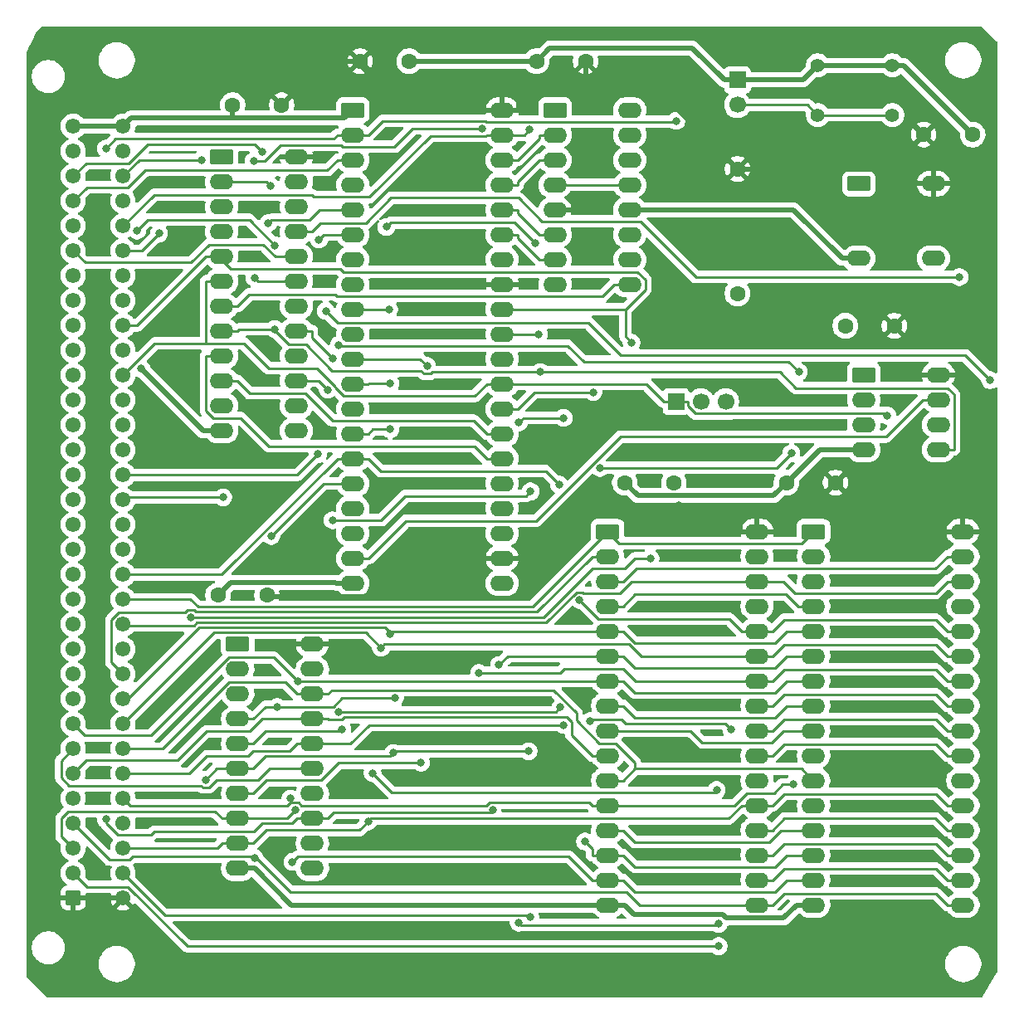
<source format=gtl>
G04 #@! TF.GenerationSoftware,KiCad,Pcbnew,9.0.6*
G04 #@! TF.CreationDate,2025-12-29T15:57:49+11:00*
G04 #@! TF.ProjectId,MECB_8088_CPU,4d454342-5f38-4303-9838-5f4350552e6b,1.0*
G04 #@! TF.SameCoordinates,Original*
G04 #@! TF.FileFunction,Copper,L1,Top*
G04 #@! TF.FilePolarity,Positive*
%FSLAX46Y46*%
G04 Gerber Fmt 4.6, Leading zero omitted, Abs format (unit mm)*
G04 Created by KiCad (PCBNEW 9.0.6) date 2025-12-29 15:57:49*
%MOMM*%
%LPD*%
G01*
G04 APERTURE LIST*
G04 Aperture macros list*
%AMRoundRect*
0 Rectangle with rounded corners*
0 $1 Rounding radius*
0 $2 $3 $4 $5 $6 $7 $8 $9 X,Y pos of 4 corners*
0 Add a 4 corners polygon primitive as box body*
4,1,4,$2,$3,$4,$5,$6,$7,$8,$9,$2,$3,0*
0 Add four circle primitives for the rounded corners*
1,1,$1+$1,$2,$3*
1,1,$1+$1,$4,$5*
1,1,$1+$1,$6,$7*
1,1,$1+$1,$8,$9*
0 Add four rect primitives between the rounded corners*
20,1,$1+$1,$2,$3,$4,$5,0*
20,1,$1+$1,$4,$5,$6,$7,0*
20,1,$1+$1,$6,$7,$8,$9,0*
20,1,$1+$1,$8,$9,$2,$3,0*%
G04 Aperture macros list end*
G04 #@! TA.AperFunction,ComponentPad*
%ADD10RoundRect,0.250000X-0.950000X-0.550000X0.950000X-0.550000X0.950000X0.550000X-0.950000X0.550000X0*%
G04 #@! TD*
G04 #@! TA.AperFunction,ComponentPad*
%ADD11O,2.400000X1.600000*%
G04 #@! TD*
G04 #@! TA.AperFunction,ComponentPad*
%ADD12RoundRect,0.249550X0.525450X-0.525450X0.525450X0.525450X-0.525450X0.525450X-0.525450X-0.525450X0*%
G04 #@! TD*
G04 #@! TA.AperFunction,ComponentPad*
%ADD13C,1.550000*%
G04 #@! TD*
G04 #@! TA.AperFunction,ComponentPad*
%ADD14C,1.397000*%
G04 #@! TD*
G04 #@! TA.AperFunction,ComponentPad*
%ADD15C,1.600000*%
G04 #@! TD*
G04 #@! TA.AperFunction,ComponentPad*
%ADD16R,1.700000X1.700000*%
G04 #@! TD*
G04 #@! TA.AperFunction,ComponentPad*
%ADD17C,1.700000*%
G04 #@! TD*
G04 #@! TA.AperFunction,ViaPad*
%ADD18C,0.800000*%
G04 #@! TD*
G04 #@! TA.AperFunction,Conductor*
%ADD19C,0.254000*%
G04 #@! TD*
G04 #@! TA.AperFunction,Conductor*
%ADD20C,0.508000*%
G04 #@! TD*
G04 APERTURE END LIST*
D10*
X130260000Y-55500000D03*
D11*
X130260000Y-58040000D03*
X130260000Y-60580000D03*
X130260000Y-63120000D03*
X130260000Y-65660000D03*
X130260000Y-68200000D03*
X130260000Y-70740000D03*
X130260000Y-73280000D03*
X130260000Y-75820000D03*
X130260000Y-78360000D03*
X130260000Y-80900000D03*
X130260000Y-83440000D03*
X130260000Y-85980000D03*
X130260000Y-88520000D03*
X130260000Y-91060000D03*
X130260000Y-93600000D03*
X130260000Y-96140000D03*
X130260000Y-98680000D03*
X130260000Y-101220000D03*
X130260000Y-103760000D03*
X145500000Y-103760000D03*
X145500000Y-101220000D03*
X145500000Y-98680000D03*
X145500000Y-96140000D03*
X145500000Y-93600000D03*
X145500000Y-91060000D03*
X145500000Y-88520000D03*
X145500000Y-85980000D03*
X145500000Y-83440000D03*
X145500000Y-80900000D03*
X145500000Y-78360000D03*
X145500000Y-75820000D03*
X145500000Y-73280000D03*
X145500000Y-70740000D03*
X145500000Y-68200000D03*
X145500000Y-65660000D03*
X145500000Y-63120000D03*
X145500000Y-60580000D03*
X145500000Y-58040000D03*
X145500000Y-55500000D03*
D12*
X101727000Y-135890000D03*
D13*
X101727000Y-133350000D03*
X101727000Y-130810000D03*
X101727000Y-128270000D03*
X101727000Y-125730000D03*
X101727000Y-123190000D03*
X101727000Y-120650000D03*
X101727000Y-118110000D03*
X101727000Y-115570000D03*
X101727000Y-113030000D03*
X101727000Y-110490000D03*
X101727000Y-107950000D03*
X101727000Y-105410000D03*
X101727000Y-102870000D03*
X101727000Y-100330000D03*
X101727000Y-97790000D03*
X101727000Y-95250000D03*
X101727000Y-92710000D03*
X101727000Y-90170000D03*
X101727000Y-87630000D03*
X101727000Y-85090000D03*
X101727000Y-82550000D03*
X101727000Y-80010000D03*
X101727000Y-77470000D03*
X101727000Y-74930000D03*
X101727000Y-72390000D03*
X101727000Y-69850000D03*
X101727000Y-67310000D03*
X101727000Y-64770000D03*
X101727000Y-62230000D03*
X101727000Y-59690000D03*
X101727000Y-57150000D03*
X106807000Y-135890000D03*
X106807000Y-133350000D03*
X106807000Y-130810000D03*
X106807000Y-128270000D03*
X106807000Y-125730000D03*
X106807000Y-123190000D03*
X106807000Y-120650000D03*
X106807000Y-118110000D03*
X106807000Y-115570000D03*
X106807000Y-113030000D03*
X106807000Y-110490000D03*
X106807000Y-107950000D03*
X106807000Y-105410000D03*
X106807000Y-102870000D03*
X106807000Y-100330000D03*
X106807000Y-97790000D03*
X106807000Y-95250000D03*
X106807000Y-92710000D03*
X106807000Y-90170000D03*
X106807000Y-87630000D03*
X106807000Y-85090000D03*
X106807000Y-82550000D03*
X106807000Y-80010000D03*
X106807000Y-77470000D03*
X106807000Y-74930000D03*
X106807000Y-72390000D03*
X106807000Y-69850000D03*
X106807000Y-67310000D03*
X106807000Y-64770000D03*
X106807000Y-62230000D03*
X106807000Y-59690000D03*
X106807000Y-57150000D03*
D14*
X177690000Y-50920000D03*
X185310000Y-50920000D03*
X177690000Y-56000000D03*
X185310000Y-56000000D03*
D15*
X180500000Y-77500000D03*
X185500000Y-77500000D03*
D10*
X156260000Y-98500000D03*
D11*
X156260000Y-101040000D03*
X156260000Y-103580000D03*
X156260000Y-106120000D03*
X156260000Y-108660000D03*
X156260000Y-111200000D03*
X156260000Y-113740000D03*
X156260000Y-116280000D03*
X156260000Y-118820000D03*
X156260000Y-121360000D03*
X156260000Y-123900000D03*
X156260000Y-126440000D03*
X156260000Y-128980000D03*
X156260000Y-131520000D03*
X156260000Y-134060000D03*
X156260000Y-136600000D03*
X171500000Y-136600000D03*
X171500000Y-134060000D03*
X171500000Y-131520000D03*
X171500000Y-128980000D03*
X171500000Y-126440000D03*
X171500000Y-123900000D03*
X171500000Y-121360000D03*
X171500000Y-118820000D03*
X171500000Y-116280000D03*
X171500000Y-113740000D03*
X171500000Y-111200000D03*
X171500000Y-108660000D03*
X171500000Y-106120000D03*
X171500000Y-103580000D03*
X171500000Y-101040000D03*
X171500000Y-98500000D03*
D15*
X158000000Y-93500000D03*
X163000000Y-93500000D03*
X174500000Y-93500000D03*
X179500000Y-93500000D03*
D10*
X116880000Y-60260000D03*
D11*
X116880000Y-62800000D03*
X116880000Y-65340000D03*
X116880000Y-67880000D03*
X116880000Y-70420000D03*
X116880000Y-72960000D03*
X116880000Y-75500000D03*
X116880000Y-78040000D03*
X116880000Y-80580000D03*
X116880000Y-83120000D03*
X116880000Y-85660000D03*
X116880000Y-88200000D03*
X124500000Y-88200000D03*
X124500000Y-85660000D03*
X124500000Y-83120000D03*
X124500000Y-80580000D03*
X124500000Y-78040000D03*
X124500000Y-75500000D03*
X124500000Y-72960000D03*
X124500000Y-70420000D03*
X124500000Y-67880000D03*
X124500000Y-65340000D03*
X124500000Y-62800000D03*
X124500000Y-60260000D03*
D16*
X169500000Y-52420000D03*
D17*
X169500000Y-54960000D03*
D10*
X182380000Y-82500000D03*
D11*
X182380000Y-85040000D03*
X182380000Y-87580000D03*
X182380000Y-90120000D03*
X190000000Y-90120000D03*
X190000000Y-87580000D03*
X190000000Y-85040000D03*
X190000000Y-82500000D03*
D15*
X188500000Y-58000000D03*
X193500000Y-58000000D03*
D10*
X181880000Y-63000000D03*
D11*
X181880000Y-70620000D03*
X189500000Y-70620000D03*
X189500000Y-63000000D03*
D15*
X118000000Y-55000000D03*
X123000000Y-55000000D03*
X116500000Y-105000000D03*
X121500000Y-105000000D03*
X169500000Y-61500000D03*
X169500000Y-74200000D03*
D10*
X177260000Y-98500000D03*
D11*
X177260000Y-101040000D03*
X177260000Y-103580000D03*
X177260000Y-106120000D03*
X177260000Y-108660000D03*
X177260000Y-111200000D03*
X177260000Y-113740000D03*
X177260000Y-116280000D03*
X177260000Y-118820000D03*
X177260000Y-121360000D03*
X177260000Y-123900000D03*
X177260000Y-126440000D03*
X177260000Y-128980000D03*
X177260000Y-131520000D03*
X177260000Y-134060000D03*
X177260000Y-136600000D03*
X192500000Y-136600000D03*
X192500000Y-134060000D03*
X192500000Y-131520000D03*
X192500000Y-128980000D03*
X192500000Y-126440000D03*
X192500000Y-123900000D03*
X192500000Y-121360000D03*
X192500000Y-118820000D03*
X192500000Y-116280000D03*
X192500000Y-113740000D03*
X192500000Y-111200000D03*
X192500000Y-108660000D03*
X192500000Y-106120000D03*
X192500000Y-103580000D03*
X192500000Y-101040000D03*
X192500000Y-98500000D03*
D10*
X118500000Y-110000000D03*
D11*
X118500000Y-112540000D03*
X118500000Y-115080000D03*
X118500000Y-117620000D03*
X118500000Y-120160000D03*
X118500000Y-122700000D03*
X118500000Y-125240000D03*
X118500000Y-127780000D03*
X118500000Y-130320000D03*
X118500000Y-132860000D03*
X126120000Y-132860000D03*
X126120000Y-130320000D03*
X126120000Y-127780000D03*
X126120000Y-125240000D03*
X126120000Y-122700000D03*
X126120000Y-120160000D03*
X126120000Y-117620000D03*
X126120000Y-115080000D03*
X126120000Y-112540000D03*
X126120000Y-110000000D03*
D15*
X154000000Y-50500000D03*
X149000000Y-50500000D03*
D10*
X150880000Y-55500000D03*
D11*
X150880000Y-58040000D03*
X150880000Y-60580000D03*
X150880000Y-63120000D03*
X150880000Y-65660000D03*
X150880000Y-68200000D03*
X150880000Y-70740000D03*
X150880000Y-73280000D03*
X158500000Y-73280000D03*
X158500000Y-70740000D03*
X158500000Y-68200000D03*
X158500000Y-65660000D03*
X158500000Y-63120000D03*
X158500000Y-60580000D03*
X158500000Y-58040000D03*
X158500000Y-55500000D03*
D16*
X163230000Y-85230000D03*
D17*
X165770000Y-85230000D03*
X168310000Y-85230000D03*
D15*
X131000000Y-50500000D03*
X136000000Y-50500000D03*
D18*
X184805900Y-86677800D03*
X122286600Y-77852700D03*
X149400200Y-82222500D03*
X154781200Y-84273000D03*
X121823100Y-63217600D03*
X120148500Y-60675400D03*
X143442000Y-57365500D03*
X192152400Y-72530900D03*
X128184100Y-80800200D03*
X128824100Y-79454300D03*
X175759300Y-82223000D03*
X149233500Y-78360700D03*
X148393100Y-94405800D03*
X128191900Y-97344800D03*
X127703900Y-84021300D03*
X155468900Y-92008900D03*
X175003600Y-90519700D03*
X110492600Y-68084800D03*
X151768500Y-86902500D03*
X147216600Y-87350900D03*
X163264700Y-56604300D03*
X105073000Y-59413000D03*
X120234700Y-72627500D03*
X114842300Y-60590200D03*
X151429200Y-116441900D03*
X128836900Y-116920900D03*
X134075400Y-108963100D03*
X133136700Y-110347300D03*
X151776900Y-118232300D03*
X133677900Y-67419400D03*
X153385900Y-105458500D03*
X148844700Y-69093900D03*
X105073000Y-127846500D03*
X144507500Y-126931500D03*
X145183700Y-112104100D03*
X121019200Y-59784900D03*
X143133200Y-112922000D03*
X121636100Y-67034000D03*
X117014000Y-95013700D03*
X160624400Y-101243200D03*
X113731500Y-107282800D03*
X124627100Y-113810000D03*
X108248800Y-67790600D03*
X122314700Y-69282800D03*
X153933900Y-130121000D03*
X151307200Y-93702200D03*
X126702900Y-90593800D03*
X126791000Y-68699800D03*
X195270900Y-83055500D03*
X127496200Y-75981000D03*
X175230100Y-124285700D03*
X123879700Y-125741500D03*
X124101100Y-132200600D03*
X122519600Y-116392200D03*
X134546200Y-115481000D03*
X134076200Y-88063800D03*
X133960100Y-75830800D03*
X131814300Y-128067300D03*
X148354500Y-137845500D03*
X121924300Y-98942300D03*
X154464700Y-117852400D03*
X168889400Y-118724500D03*
X134390300Y-121087500D03*
X134076200Y-83408200D03*
X167589500Y-138516500D03*
X147192800Y-138404700D03*
X148190900Y-120923900D03*
X115289300Y-123808200D03*
X120210900Y-131798600D03*
X129181100Y-118674900D03*
X148316900Y-57473700D03*
X124407000Y-126930000D03*
X132261100Y-123138000D03*
X167367800Y-124881000D03*
X167589500Y-140800200D03*
X137837200Y-81615300D03*
X137224700Y-122077800D03*
X158700900Y-79218900D03*
X163521500Y-95800200D03*
X108675400Y-81888000D03*
D19*
X116880000Y-72960000D02*
X115297300Y-72960000D01*
X163230000Y-85230000D02*
X161997300Y-85230000D01*
X164462700Y-85692400D02*
X164462700Y-85230000D01*
X165233000Y-86462700D02*
X164462700Y-85692400D01*
X168820600Y-86462700D02*
X165233000Y-86462700D01*
X168897700Y-86385600D02*
X168820600Y-86462700D01*
X184513700Y-86385600D02*
X168897700Y-86385600D01*
X184805900Y-86677800D02*
X184513700Y-86385600D01*
X163230000Y-85230000D02*
X164462700Y-85230000D01*
X160207300Y-83440000D02*
X161997300Y-85230000D01*
X145500000Y-83440000D02*
X160207300Y-83440000D01*
X145500000Y-83440000D02*
X143917300Y-83440000D01*
X115297300Y-79310000D02*
X115297300Y-72960000D01*
X110047000Y-79310000D02*
X115297300Y-79310000D01*
X106807000Y-82550000D02*
X110047000Y-79310000D01*
X119162700Y-79310000D02*
X115297300Y-79310000D01*
X121702700Y-81850000D02*
X119162700Y-79310000D01*
X126639500Y-81850000D02*
X121702700Y-81850000D01*
X128486600Y-83697100D02*
X126639500Y-81850000D01*
X128486600Y-83836100D02*
X128486600Y-83697100D01*
X129305800Y-84655300D02*
X128486600Y-83836100D01*
X142702000Y-84655300D02*
X129305800Y-84655300D01*
X143917300Y-83440000D02*
X142702000Y-84655300D01*
X145500000Y-68200000D02*
X147082700Y-68200000D01*
X150880000Y-70740000D02*
X149297300Y-70740000D01*
X147082700Y-68525400D02*
X149297300Y-70740000D01*
X147082700Y-68200000D02*
X147082700Y-68525400D01*
X145500000Y-63120000D02*
X147082700Y-63120000D01*
X150880000Y-60580000D02*
X149297300Y-60580000D01*
X147082700Y-62794600D02*
X147082700Y-63120000D01*
X149297300Y-60580000D02*
X147082700Y-62794600D01*
X150880000Y-68200000D02*
X149297300Y-68200000D01*
X145500000Y-65660000D02*
X147082700Y-65660000D01*
X147082700Y-65985400D02*
X149297300Y-68200000D01*
X147082700Y-65660000D02*
X147082700Y-65985400D01*
X149297300Y-58365400D02*
X149297300Y-58040000D01*
X147082700Y-60580000D02*
X149297300Y-58365400D01*
X145500000Y-60580000D02*
X147082700Y-60580000D01*
X150880000Y-58040000D02*
X149297300Y-58040000D01*
X150880000Y-63120000D02*
X158500000Y-63120000D01*
X116880000Y-78040000D02*
X118462700Y-78040000D01*
X173852900Y-82222500D02*
X149398600Y-82222500D01*
X175477600Y-83847200D02*
X173852900Y-82222500D01*
X190919000Y-83847200D02*
X175477600Y-83847200D01*
X191582700Y-84510900D02*
X190919000Y-83847200D01*
X191582700Y-90120000D02*
X191582700Y-84510900D01*
X190000000Y-90120000D02*
X191582700Y-90120000D01*
X118650000Y-77852700D02*
X122286600Y-77852700D01*
X118462700Y-78040000D02*
X118650000Y-77852700D01*
X138336900Y-82222500D02*
X149398600Y-82222500D01*
X138161400Y-82398000D02*
X138336900Y-82222500D01*
X137513100Y-82398000D02*
X138161400Y-82398000D01*
X137217200Y-82102100D02*
X137513100Y-82398000D01*
X128162800Y-82102100D02*
X137217200Y-82102100D01*
X125458000Y-79397300D02*
X128162800Y-82102100D01*
X123711800Y-79397300D02*
X125458000Y-79397300D01*
X122286600Y-77972100D02*
X123711800Y-79397300D01*
X122286600Y-77852700D02*
X122286600Y-77972100D01*
X149398600Y-82222500D02*
X149400200Y-82222500D01*
X115297300Y-86183500D02*
X115297300Y-80580000D01*
X116043800Y-86930000D02*
X115297300Y-86183500D01*
X118845200Y-86930000D02*
X116043800Y-86930000D01*
X121711000Y-89795800D02*
X118845200Y-86930000D01*
X142653100Y-89795800D02*
X121711000Y-89795800D01*
X143917300Y-91060000D02*
X142653100Y-89795800D01*
X145500000Y-91060000D02*
X143917300Y-91060000D01*
X116880000Y-80580000D02*
X115297300Y-80580000D01*
X148789700Y-84273000D02*
X154781200Y-84273000D01*
X147082700Y-85980000D02*
X148789700Y-84273000D01*
X121405500Y-62800000D02*
X121823100Y-63217600D01*
X116880000Y-62800000D02*
X121405500Y-62800000D01*
X136355100Y-57365500D02*
X143442000Y-57365500D01*
X134473600Y-59247000D02*
X136355100Y-57365500D01*
X129213000Y-59247000D02*
X134473600Y-59247000D01*
X129023900Y-59057900D02*
X129213000Y-59247000D01*
X122894700Y-59057900D02*
X129023900Y-59057900D01*
X121277200Y-60675400D02*
X122894700Y-59057900D01*
X120148500Y-60675400D02*
X121277200Y-60675400D01*
X145500000Y-85980000D02*
X147082700Y-85980000D01*
X165270100Y-72530900D02*
X192152400Y-72530900D01*
X159581900Y-66842700D02*
X165270100Y-72530900D01*
X149535300Y-66842700D02*
X159581900Y-66842700D01*
X147146100Y-64453500D02*
X149535300Y-66842700D01*
X134128600Y-64453500D02*
X147146100Y-64453500D01*
X131564800Y-67017300D02*
X134128600Y-64453500D01*
X126945400Y-67017300D02*
X131564800Y-67017300D01*
X126082700Y-67880000D02*
X126945400Y-67017300D01*
X124500000Y-67880000D02*
X126082700Y-67880000D01*
X145500000Y-88520000D02*
X143917300Y-88520000D01*
X116880000Y-83120000D02*
X118462700Y-83120000D01*
X142572000Y-87174700D02*
X143917300Y-88520000D01*
X128195500Y-87174700D02*
X142572000Y-87174700D01*
X125413800Y-84393000D02*
X128195500Y-87174700D01*
X119735700Y-84393000D02*
X125413800Y-84393000D01*
X118462700Y-83120000D02*
X119735700Y-84393000D01*
X124500000Y-78040000D02*
X126082700Y-78040000D01*
X126082700Y-78698800D02*
X128184100Y-80800200D01*
X126082700Y-78040000D02*
X126082700Y-78698800D01*
X174694500Y-81158200D02*
X175759300Y-82223000D01*
X153823600Y-81158200D02*
X174694500Y-81158200D01*
X152209600Y-79544200D02*
X153823600Y-81158200D01*
X128914000Y-79544200D02*
X152209600Y-79544200D01*
X128824100Y-79454300D02*
X128914000Y-79544200D01*
X149232800Y-78360000D02*
X149233500Y-78360700D01*
X145500000Y-78360000D02*
X149232800Y-78360000D01*
X133124300Y-97344800D02*
X128191900Y-97344800D01*
X135599100Y-94870000D02*
X133124300Y-97344800D01*
X147928900Y-94870000D02*
X135599100Y-94870000D01*
X148393100Y-94405800D02*
X147928900Y-94870000D01*
X126802600Y-83120000D02*
X124500000Y-83120000D01*
X127703900Y-84021300D02*
X126802600Y-83120000D01*
X190000000Y-85040000D02*
X188417300Y-85040000D01*
X130260000Y-101220000D02*
X131842700Y-101220000D01*
X135652700Y-97410000D02*
X131842700Y-101220000D01*
X148961100Y-97410000D02*
X135652700Y-97410000D01*
X157571900Y-88799200D02*
X148961100Y-97410000D01*
X184658100Y-88799200D02*
X157571900Y-88799200D01*
X188417300Y-85040000D02*
X184658100Y-88799200D01*
X155468700Y-101040000D02*
X154677300Y-101040000D01*
X155468700Y-101040000D02*
X156260000Y-101040000D01*
X173514400Y-92008900D02*
X175003600Y-90519700D01*
X155468900Y-92008900D02*
X173514400Y-92008900D01*
X105643800Y-111866800D02*
X106807000Y-113030000D01*
X105643800Y-107475000D02*
X105643800Y-111866800D01*
X106350000Y-106768800D02*
X105643800Y-107475000D01*
X113138700Y-106768800D02*
X106350000Y-106768800D01*
X113407400Y-106500100D02*
X113138700Y-106768800D01*
X114055700Y-106500100D02*
X113407400Y-106500100D01*
X114257200Y-106701600D02*
X114055700Y-106500100D01*
X149015700Y-106701600D02*
X114257200Y-106701600D01*
X154677300Y-101040000D02*
X149015700Y-106701600D01*
X177260000Y-106120000D02*
X175677300Y-106120000D01*
X156260000Y-106120000D02*
X157842700Y-106120000D01*
X174461000Y-104903700D02*
X175677300Y-106120000D01*
X159059000Y-104903700D02*
X174461000Y-104903700D01*
X157842700Y-106120000D02*
X159059000Y-104903700D01*
X108727400Y-69850000D02*
X110492600Y-68084800D01*
X106807000Y-69850000D02*
X108727400Y-69850000D01*
X147665000Y-86902500D02*
X147216600Y-87350900D01*
X151768500Y-86902500D02*
X147665000Y-86902500D01*
X130260000Y-58040000D02*
X131842700Y-58040000D01*
X130260000Y-58040000D02*
X128677300Y-58040000D01*
X106067500Y-58418500D02*
X105073000Y-59413000D01*
X128298800Y-58418500D02*
X106067500Y-58418500D01*
X128677300Y-58040000D02*
X128298800Y-58418500D01*
X133299900Y-56582800D02*
X131842700Y-58040000D01*
X143766200Y-56582800D02*
X133299900Y-56582800D01*
X143874400Y-56691000D02*
X143766200Y-56582800D01*
X163178000Y-56691000D02*
X143874400Y-56691000D01*
X163264700Y-56604300D02*
X163178000Y-56691000D01*
X124500000Y-70420000D02*
X122917300Y-70420000D01*
X122345100Y-70420000D02*
X122917300Y-70420000D01*
X121135100Y-69210000D02*
X122345100Y-70420000D01*
X115581800Y-69210000D02*
X121135100Y-69210000D01*
X113731400Y-71060400D02*
X115581800Y-69210000D01*
X102937400Y-71060400D02*
X113731400Y-71060400D01*
X101727000Y-69850000D02*
X102937400Y-71060400D01*
X185310000Y-56000000D02*
X177690000Y-56000000D01*
X176650000Y-54960000D02*
X177690000Y-56000000D01*
X169500000Y-54960000D02*
X176650000Y-54960000D01*
X120567200Y-72960000D02*
X120234700Y-72627500D01*
X124500000Y-72960000D02*
X120567200Y-72960000D01*
X108446800Y-60590200D02*
X106807000Y-62230000D01*
X114842300Y-60590200D02*
X108446800Y-60590200D01*
X156674500Y-116280000D02*
X157842700Y-116280000D01*
X156674500Y-116280000D02*
X156260000Y-116280000D01*
X159033200Y-117470500D02*
X157842700Y-116280000D01*
X173301000Y-117470500D02*
X159033200Y-117470500D01*
X174491500Y-116280000D02*
X173301000Y-117470500D01*
X177260000Y-116280000D02*
X174491500Y-116280000D01*
X150950200Y-116920900D02*
X128836900Y-116920900D01*
X151429200Y-116441900D02*
X150950200Y-116920900D01*
X121778100Y-122700000D02*
X126120000Y-122700000D01*
X120595400Y-123882700D02*
X121778100Y-122700000D01*
X116321600Y-123882700D02*
X120595400Y-123882700D01*
X115613400Y-124590900D02*
X116321600Y-123882700D01*
X114965200Y-124590900D02*
X115613400Y-124590900D01*
X114781100Y-124406800D02*
X114965200Y-124590900D01*
X101285800Y-124406800D02*
X114781100Y-124406800D01*
X100501400Y-123622400D02*
X101285800Y-124406800D01*
X100501400Y-121875600D02*
X100501400Y-123622400D01*
X101727000Y-120650000D02*
X100501400Y-121875600D01*
X156260000Y-108660000D02*
X157842700Y-108660000D01*
X157844900Y-108660000D02*
X157842700Y-108660000D01*
X159035400Y-109850500D02*
X157844900Y-108660000D01*
X173301000Y-109850500D02*
X159035400Y-109850500D01*
X174491500Y-108660000D02*
X173301000Y-109850500D01*
X177260000Y-108660000D02*
X174491500Y-108660000D01*
X134226900Y-108660000D02*
X134075400Y-108811500D01*
X156260000Y-108660000D02*
X134226900Y-108660000D01*
X134075400Y-108811500D02*
X134075400Y-108963100D01*
X133570500Y-108306600D02*
X134075400Y-108811500D01*
X114535400Y-108306600D02*
X133570500Y-108306600D01*
X107272000Y-115570000D02*
X114535400Y-108306600D01*
X106807000Y-115570000D02*
X107272000Y-115570000D01*
X189726800Y-110009500D02*
X190917300Y-111200000D01*
X174273200Y-110009500D02*
X189726800Y-110009500D01*
X173082700Y-111200000D02*
X174273200Y-110009500D01*
X192500000Y-111200000D02*
X190917300Y-111200000D01*
X172291400Y-111200000D02*
X173082700Y-111200000D01*
X172291400Y-111200000D02*
X171500000Y-111200000D01*
X116100700Y-108816300D02*
X106807000Y-118110000D01*
X131605700Y-108816300D02*
X116100700Y-108816300D01*
X133136700Y-110347300D02*
X131605700Y-108816300D01*
X133491700Y-109992300D02*
X133136700Y-110347300D01*
X158456400Y-109992300D02*
X133491700Y-109992300D01*
X159664100Y-111200000D02*
X158456400Y-109992300D01*
X171500000Y-111200000D02*
X159664100Y-111200000D01*
X123775500Y-120921800D02*
X124537300Y-120160000D01*
X120039600Y-120921800D02*
X123775500Y-120921800D01*
X119531300Y-121430100D02*
X120039600Y-120921800D01*
X115341900Y-121430100D02*
X119531300Y-121430100D01*
X113582000Y-123190000D02*
X115341900Y-121430100D01*
X106807000Y-123190000D02*
X113582000Y-123190000D01*
X126120000Y-120160000D02*
X124537300Y-120160000D01*
X174152200Y-118820000D02*
X177260000Y-118820000D01*
X172969500Y-120002700D02*
X174152200Y-118820000D01*
X165915800Y-120002700D02*
X172969500Y-120002700D01*
X164733100Y-118820000D02*
X165915800Y-120002700D01*
X156260000Y-118820000D02*
X164733100Y-118820000D01*
X129979200Y-120160000D02*
X126120000Y-120160000D01*
X131906900Y-118232300D02*
X129979200Y-120160000D01*
X151776900Y-118232300D02*
X131906900Y-118232300D01*
X174273200Y-107469500D02*
X173082700Y-108660000D01*
X189726800Y-107469500D02*
X174273200Y-107469500D01*
X190917300Y-108660000D02*
X189726800Y-107469500D01*
X192500000Y-108660000D02*
X190917300Y-108660000D01*
X172290500Y-108660000D02*
X173082700Y-108660000D01*
X172290500Y-108660000D02*
X171500000Y-108660000D01*
X155317400Y-107390000D02*
X153385900Y-105458500D01*
X168647300Y-107390000D02*
X155317400Y-107390000D01*
X169917300Y-108660000D02*
X168647300Y-107390000D01*
X171500000Y-108660000D02*
X169917300Y-108660000D01*
X146742000Y-66991200D02*
X148844700Y-69093900D01*
X134106100Y-66991200D02*
X146742000Y-66991200D01*
X133677900Y-67419400D02*
X134106100Y-66991200D01*
X103109300Y-63387700D02*
X101727000Y-64770000D01*
X107286600Y-63387700D02*
X103109300Y-63387700D01*
X109057000Y-61617300D02*
X107286600Y-63387700D01*
X127640000Y-61617300D02*
X109057000Y-61617300D01*
X128677300Y-60580000D02*
X127640000Y-61617300D01*
X130260000Y-60580000D02*
X128677300Y-60580000D01*
X105073000Y-128264900D02*
X105073000Y-127846500D01*
X106247400Y-129439300D02*
X105073000Y-128264900D01*
X109671900Y-129439300D02*
X106247400Y-129439300D01*
X109973900Y-129137300D02*
X109671900Y-129439300D01*
X120188800Y-129137300D02*
X109973900Y-129137300D01*
X121037900Y-128288200D02*
X120188800Y-129137300D01*
X124029100Y-128288200D02*
X121037900Y-128288200D01*
X124537300Y-127780000D02*
X124029100Y-128288200D01*
X125328700Y-127780000D02*
X124537300Y-127780000D01*
X125328700Y-127780000D02*
X126120000Y-127780000D01*
X144264400Y-127174600D02*
X144507500Y-126931500D01*
X128308100Y-127174600D02*
X144264400Y-127174600D01*
X127702700Y-127780000D02*
X128308100Y-127174600D01*
X126120000Y-127780000D02*
X127702700Y-127780000D01*
X146087800Y-111200000D02*
X156260000Y-111200000D01*
X145183700Y-112104100D02*
X146087800Y-111200000D01*
X159033200Y-112390500D02*
X157842700Y-111200000D01*
X173301000Y-112390500D02*
X159033200Y-112390500D01*
X174491500Y-111200000D02*
X173301000Y-112390500D01*
X177260000Y-111200000D02*
X174491500Y-111200000D01*
X156260000Y-111200000D02*
X157842700Y-111200000D01*
X192500000Y-113740000D02*
X190917300Y-113740000D01*
X174273200Y-112549500D02*
X173082700Y-113740000D01*
X189726800Y-112549500D02*
X174273200Y-112549500D01*
X190917300Y-113740000D02*
X189726800Y-112549500D01*
X172291400Y-113740000D02*
X173082700Y-113740000D01*
X172291400Y-113740000D02*
X171500000Y-113740000D01*
X103053900Y-60903100D02*
X101727000Y-62230000D01*
X107413100Y-60903100D02*
X103053900Y-60903100D01*
X109294000Y-59022200D02*
X107413100Y-60903100D01*
X120256500Y-59022200D02*
X109294000Y-59022200D01*
X121019200Y-59784900D02*
X120256500Y-59022200D01*
X159075300Y-113740000D02*
X171500000Y-113740000D01*
X157869300Y-112534000D02*
X159075300Y-113740000D01*
X151794100Y-112534000D02*
X157869300Y-112534000D01*
X151406100Y-112922000D02*
X151794100Y-112534000D01*
X143133200Y-112922000D02*
X151406100Y-112922000D01*
X189726800Y-115089500D02*
X190917300Y-116280000D01*
X174273200Y-115089500D02*
X189726800Y-115089500D01*
X173082700Y-116280000D02*
X174273200Y-115089500D01*
X192500000Y-116280000D02*
X190917300Y-116280000D01*
X172291400Y-116280000D02*
X173082700Y-116280000D01*
X172291400Y-116280000D02*
X171500000Y-116280000D01*
X121972800Y-66697300D02*
X121636100Y-67034000D01*
X125802900Y-66697300D02*
X121972800Y-66697300D01*
X126840200Y-65660000D02*
X125802900Y-66697300D01*
X130260000Y-65660000D02*
X126840200Y-65660000D01*
X107043300Y-95013700D02*
X106807000Y-95250000D01*
X117014000Y-95013700D02*
X107043300Y-95013700D01*
X149698900Y-107282800D02*
X113731500Y-107282800D01*
X154716100Y-102265600D02*
X149698900Y-107282800D01*
X158001300Y-102265600D02*
X154716100Y-102265600D01*
X159023700Y-101243200D02*
X158001300Y-102265600D01*
X160624400Y-101243200D02*
X159023700Y-101243200D01*
X159038900Y-114936200D02*
X157842700Y-113740000D01*
X173295300Y-114936200D02*
X159038900Y-114936200D01*
X174491500Y-113740000D02*
X173295300Y-114936200D01*
X175677300Y-113740000D02*
X174491500Y-113740000D01*
X177260000Y-113740000D02*
X175677300Y-113740000D01*
X156260000Y-113740000D02*
X157842700Y-113740000D01*
X102904000Y-119287000D02*
X101727000Y-118110000D01*
X109680500Y-119287000D02*
X102904000Y-119287000D01*
X117610200Y-111357300D02*
X109680500Y-119287000D01*
X122174400Y-111357300D02*
X117610200Y-111357300D01*
X124627100Y-113810000D02*
X122174400Y-111357300D01*
X124697100Y-113740000D02*
X156260000Y-113740000D01*
X124627100Y-113810000D02*
X124697100Y-113740000D01*
X119715700Y-66683800D02*
X122314700Y-69282800D01*
X109355600Y-66683800D02*
X119715700Y-66683800D01*
X108248800Y-67790600D02*
X109355600Y-66683800D01*
X116867300Y-102870000D02*
X128677300Y-91060000D01*
X106807000Y-102870000D02*
X116867300Y-102870000D01*
X130260000Y-91060000D02*
X128677300Y-91060000D01*
X159033200Y-132710500D02*
X157842700Y-131520000D01*
X173301000Y-132710500D02*
X159033200Y-132710500D01*
X174491500Y-131520000D02*
X173301000Y-132710500D01*
X177260000Y-131520000D02*
X174491500Y-131520000D01*
X157051400Y-131520000D02*
X157842700Y-131520000D01*
X157051400Y-131520000D02*
X156260000Y-131520000D01*
X154677300Y-130864400D02*
X153933900Y-130121000D01*
X154677300Y-131520000D02*
X154677300Y-130864400D01*
X133112700Y-92330000D02*
X131842700Y-91060000D01*
X149935000Y-92330000D02*
X133112700Y-92330000D01*
X151307200Y-93702200D02*
X149935000Y-92330000D01*
X130260000Y-91060000D02*
X131842700Y-91060000D01*
X156260000Y-131520000D02*
X154677300Y-131520000D01*
X125705500Y-115080000D02*
X124537300Y-115080000D01*
X110857500Y-120650000D02*
X106807000Y-120650000D01*
X117610200Y-113897300D02*
X110857500Y-120650000D01*
X123354600Y-113897300D02*
X117610200Y-113897300D01*
X124537300Y-115080000D02*
X123354600Y-113897300D01*
X156260000Y-123900000D02*
X157842700Y-123900000D01*
X176062500Y-122702500D02*
X159040200Y-122702500D01*
X177260000Y-123900000D02*
X176062500Y-122702500D01*
X157842700Y-123900000D02*
X159040200Y-122702500D01*
X125705500Y-115080000D02*
X126120000Y-115080000D01*
X126120000Y-115080000D02*
X127702700Y-115080000D01*
X128105500Y-114677200D02*
X127702700Y-115080000D01*
X150771400Y-114677200D02*
X128105500Y-114677200D01*
X153069300Y-116975100D02*
X150771400Y-114677200D01*
X153069300Y-117784600D02*
X153069300Y-116975100D01*
X155374700Y-120090000D02*
X153069300Y-117784600D01*
X157080500Y-120090000D02*
X155374700Y-120090000D01*
X159040200Y-122049700D02*
X157080500Y-120090000D01*
X159040200Y-122702500D02*
X159040200Y-122049700D01*
X124586700Y-92710000D02*
X126702900Y-90593800D01*
X106807000Y-92710000D02*
X124586700Y-92710000D01*
X189726800Y-120169500D02*
X190917300Y-121360000D01*
X174273200Y-120169500D02*
X189726800Y-120169500D01*
X173082700Y-121360000D02*
X174273200Y-120169500D01*
X171500000Y-121360000D02*
X173082700Y-121360000D01*
X192500000Y-121360000D02*
X190917300Y-121360000D01*
X128692500Y-77177300D02*
X127496200Y-75981000D01*
X154278400Y-77177300D02*
X128692500Y-77177300D01*
X157605900Y-80504800D02*
X154278400Y-77177300D01*
X192720200Y-80504800D02*
X157605900Y-80504800D01*
X195270900Y-83055500D02*
X192720200Y-80504800D01*
X127290800Y-68200000D02*
X130260000Y-68200000D01*
X126791000Y-68699800D02*
X127290800Y-68200000D01*
X169196600Y-126440000D02*
X156260000Y-126440000D01*
X170466700Y-125169900D02*
X169196600Y-126440000D01*
X173221600Y-125169900D02*
X170466700Y-125169900D01*
X174105800Y-124285700D02*
X173221600Y-125169900D01*
X175230100Y-124285700D02*
X174105800Y-124285700D01*
X107514000Y-126437000D02*
X106807000Y-125730000D01*
X123590000Y-126437000D02*
X107514000Y-126437000D01*
X123879700Y-126147300D02*
X123590000Y-126437000D01*
X156260000Y-126440000D02*
X154677300Y-126440000D01*
X123879700Y-126147300D02*
X123879700Y-125741500D01*
X124731200Y-126147300D02*
X123879700Y-126147300D01*
X125023900Y-126440000D02*
X124731200Y-126147300D01*
X143892200Y-126440000D02*
X125023900Y-126440000D01*
X144183400Y-126148800D02*
X143892200Y-126440000D01*
X154386100Y-126148800D02*
X144183400Y-126148800D01*
X154677300Y-126440000D02*
X154386100Y-126148800D01*
X159033200Y-135250500D02*
X157842700Y-134060000D01*
X173301000Y-135250500D02*
X159033200Y-135250500D01*
X174491500Y-134060000D02*
X173301000Y-135250500D01*
X177260000Y-134060000D02*
X174491500Y-134060000D01*
X156559100Y-134060000D02*
X157842700Y-134060000D01*
X156559100Y-134060000D02*
X156260000Y-134060000D01*
X156260000Y-134060000D02*
X154677300Y-134060000D01*
X118500000Y-117620000D02*
X120082700Y-117620000D01*
X121310500Y-116392200D02*
X122519600Y-116392200D01*
X120082700Y-117620000D02*
X121310500Y-116392200D01*
X132298900Y-88063800D02*
X131842700Y-88520000D01*
X134076200Y-88063800D02*
X132298900Y-88063800D01*
X130260000Y-88520000D02*
X131842700Y-88520000D01*
X124639600Y-131662100D02*
X124101100Y-132200600D01*
X152279400Y-131662100D02*
X124639600Y-131662100D01*
X154677300Y-134060000D02*
X152279400Y-131662100D01*
X128258800Y-116392200D02*
X122519600Y-116392200D01*
X129170000Y-115481000D02*
X128258800Y-116392200D01*
X134546200Y-115481000D02*
X129170000Y-115481000D01*
X116427300Y-130810000D02*
X116917300Y-130320000D01*
X106807000Y-130810000D02*
X116427300Y-130810000D01*
X117708700Y-130320000D02*
X116917300Y-130320000D01*
X117708700Y-130320000D02*
X118500000Y-130320000D01*
X189726800Y-125249500D02*
X190917300Y-126440000D01*
X174273200Y-125249500D02*
X189726800Y-125249500D01*
X173082700Y-126440000D02*
X174273200Y-125249500D01*
X192500000Y-126440000D02*
X190917300Y-126440000D01*
X172291400Y-126440000D02*
X173082700Y-126440000D01*
X118500000Y-130320000D02*
X120082700Y-130320000D01*
X172291400Y-126440000D02*
X171500000Y-126440000D01*
X171500000Y-126440000D02*
X169917300Y-126440000D01*
X132108100Y-127773500D02*
X131814300Y-128067300D01*
X168583800Y-127773500D02*
X132108100Y-127773500D01*
X169917300Y-126440000D02*
X168583800Y-127773500D01*
X121436400Y-128966300D02*
X120082700Y-130320000D01*
X130915300Y-128966300D02*
X121436400Y-128966300D01*
X131814300Y-128067300D02*
X130915300Y-128966300D01*
X133949300Y-75820000D02*
X133960100Y-75830800D01*
X130260000Y-75820000D02*
X133949300Y-75820000D01*
X173922500Y-128980000D02*
X177260000Y-128980000D01*
X172706100Y-130196400D02*
X173922500Y-128980000D01*
X159059100Y-130196400D02*
X172706100Y-130196400D01*
X157842700Y-128980000D02*
X159059100Y-130196400D01*
X156260000Y-128980000D02*
X157842700Y-128980000D01*
X130260000Y-93600000D02*
X128677300Y-93600000D01*
X127266600Y-93600000D02*
X121924300Y-98942300D01*
X128677300Y-93600000D02*
X127266600Y-93600000D01*
X111077500Y-137620500D02*
X106807000Y-133350000D01*
X148129500Y-137620500D02*
X111077500Y-137620500D01*
X148354500Y-137845500D02*
X148129500Y-137620500D01*
X176069400Y-99690600D02*
X177260000Y-98500000D01*
X157450600Y-99690600D02*
X176069400Y-99690600D01*
X156260000Y-98500000D02*
X157450600Y-99690600D01*
X113686400Y-105410000D02*
X106807000Y-105410000D01*
X114462600Y-106186200D02*
X113686400Y-105410000D01*
X148573800Y-106186200D02*
X114462600Y-106186200D01*
X156260000Y-98500000D02*
X148573800Y-106186200D01*
X156260000Y-121360000D02*
X154677300Y-121360000D01*
X126911400Y-117620000D02*
X127702700Y-117620000D01*
X126911400Y-117620000D02*
X126120000Y-117620000D01*
X103102700Y-121814300D02*
X101727000Y-123190000D01*
X112389800Y-121814300D02*
X103102700Y-121814300D01*
X115314100Y-118890000D02*
X112389800Y-121814300D01*
X119738200Y-118890000D02*
X115314100Y-118890000D01*
X121008200Y-117620000D02*
X119738200Y-118890000D01*
X126120000Y-117620000D02*
X121008200Y-117620000D01*
X168226700Y-118061800D02*
X168889400Y-118724500D01*
X158133700Y-118061800D02*
X168226700Y-118061800D01*
X157709200Y-117637300D02*
X158133700Y-118061800D01*
X154679800Y-117637300D02*
X157709200Y-117637300D01*
X154464700Y-117852400D02*
X154679800Y-117637300D01*
X152559600Y-119242300D02*
X154677300Y-121360000D01*
X152559600Y-117908100D02*
X152559600Y-119242300D01*
X152101100Y-117449600D02*
X152559600Y-117908100D01*
X129415100Y-117449600D02*
X152101100Y-117449600D01*
X129161100Y-117703600D02*
X129415100Y-117449600D01*
X127786300Y-117703600D02*
X129161100Y-117703600D01*
X127702700Y-117620000D02*
X127786300Y-117703600D01*
X174273200Y-132869500D02*
X173082700Y-134060000D01*
X189726800Y-132869500D02*
X174273200Y-132869500D01*
X190917300Y-134060000D02*
X189726800Y-132869500D01*
X192500000Y-134060000D02*
X190917300Y-134060000D01*
X171914500Y-134060000D02*
X173082700Y-134060000D01*
X171914500Y-134060000D02*
X171500000Y-134060000D01*
X131874500Y-83408200D02*
X131842700Y-83440000D01*
X134076200Y-83408200D02*
X131874500Y-83408200D01*
X130260000Y-83440000D02*
X131842700Y-83440000D01*
X134046300Y-121431500D02*
X134390300Y-121087500D01*
X121351200Y-121431500D02*
X134046300Y-121431500D01*
X120082700Y-122700000D02*
X121351200Y-121431500D01*
X147453600Y-138665500D02*
X147192800Y-138404700D01*
X167440500Y-138665500D02*
X147453600Y-138665500D01*
X167589500Y-138516500D02*
X167440500Y-138665500D01*
X134553900Y-120923900D02*
X134390300Y-121087500D01*
X148190900Y-120923900D02*
X134553900Y-120923900D01*
X119291400Y-122700000D02*
X120082700Y-122700000D01*
X119291400Y-122700000D02*
X118500000Y-122700000D01*
X116397500Y-122700000D02*
X115289300Y-123808200D01*
X118500000Y-122700000D02*
X116397500Y-122700000D01*
X189726800Y-135409500D02*
X190917300Y-136600000D01*
X174273200Y-135409500D02*
X189726800Y-135409500D01*
X173082700Y-136600000D02*
X174273200Y-135409500D01*
X192500000Y-136600000D02*
X190917300Y-136600000D01*
X172291400Y-136600000D02*
X173082700Y-136600000D01*
X172291400Y-136600000D02*
X171500000Y-136600000D01*
X120210900Y-131714600D02*
X120274300Y-131651200D01*
X120210900Y-131798600D02*
X120210900Y-131714600D01*
X123865800Y-135242700D02*
X120274300Y-131651200D01*
X158158300Y-135242700D02*
X123865800Y-135242700D01*
X159515600Y-136600000D02*
X158158300Y-135242700D01*
X171500000Y-136600000D02*
X159515600Y-136600000D01*
X105429800Y-131972800D02*
X101727000Y-128270000D01*
X107448200Y-131972800D02*
X105429800Y-131972800D01*
X107769800Y-131651200D02*
X107448200Y-131972800D01*
X120274300Y-131651200D02*
X107769800Y-131651200D01*
X118500000Y-120160000D02*
X120082700Y-120160000D01*
X128966000Y-118890000D02*
X129181100Y-118674900D01*
X121352700Y-118890000D02*
X128966000Y-118890000D01*
X120082700Y-120160000D02*
X121352700Y-118890000D01*
X119672600Y-74290100D02*
X118462700Y-75500000D01*
X128467400Y-74290100D02*
X119672600Y-74290100D01*
X128647300Y-74470000D02*
X128467400Y-74290100D01*
X155727300Y-74470000D02*
X128647300Y-74470000D01*
X156917300Y-73280000D02*
X155727300Y-74470000D01*
X158500000Y-73280000D02*
X156917300Y-73280000D01*
X116880000Y-75500000D02*
X118462700Y-75500000D01*
X159176300Y-102246400D02*
X157842700Y-103580000D01*
X189710900Y-102246400D02*
X159176300Y-102246400D01*
X190917300Y-101040000D02*
X189710900Y-102246400D01*
X192500000Y-101040000D02*
X190917300Y-101040000D01*
X156260000Y-103580000D02*
X157842700Y-103580000D01*
X147750600Y-58040000D02*
X148316900Y-57473700D01*
X145500000Y-58040000D02*
X147750600Y-58040000D01*
X143809100Y-58148200D02*
X143917300Y-58040000D01*
X138179300Y-58148200D02*
X143809100Y-58148200D01*
X131973900Y-64353600D02*
X138179300Y-58148200D01*
X126272200Y-64353600D02*
X131973900Y-64353600D01*
X126063500Y-64144900D02*
X126272200Y-64353600D01*
X109972100Y-64144900D02*
X126063500Y-64144900D01*
X106807000Y-67310000D02*
X109972100Y-64144900D01*
X145500000Y-58040000D02*
X143917300Y-58040000D01*
X174305100Y-127757600D02*
X173082700Y-128980000D01*
X189694900Y-127757600D02*
X174305100Y-127757600D01*
X190917300Y-128980000D02*
X189694900Y-127757600D01*
X192500000Y-128980000D02*
X190917300Y-128980000D01*
X172291400Y-128980000D02*
X173082700Y-128980000D01*
X117708700Y-127780000D02*
X116917300Y-127780000D01*
X117708700Y-127780000D02*
X118500000Y-127780000D01*
X172291400Y-128980000D02*
X171500000Y-128980000D01*
X167114500Y-125134300D02*
X167367800Y-124881000D01*
X134257400Y-125134300D02*
X167114500Y-125134300D01*
X132261100Y-123138000D02*
X134257400Y-125134300D01*
X120084200Y-127778500D02*
X120082700Y-127780000D01*
X123558500Y-127778500D02*
X120084200Y-127778500D01*
X124407000Y-126930000D02*
X123558500Y-127778500D01*
X100556400Y-129639400D02*
X101727000Y-130810000D01*
X100556400Y-127733300D02*
X100556400Y-129639400D01*
X101225900Y-127063800D02*
X100556400Y-127733300D01*
X116201100Y-127063800D02*
X101225900Y-127063800D01*
X116917300Y-127780000D02*
X116201100Y-127063800D01*
X118500000Y-127780000D02*
X120082700Y-127780000D01*
X192500000Y-131520000D02*
X190917300Y-131520000D01*
X189726800Y-130329500D02*
X190917300Y-131520000D01*
X174273200Y-130329500D02*
X189726800Y-130329500D01*
X173082700Y-131520000D02*
X174273200Y-130329500D01*
X172291400Y-131520000D02*
X173082700Y-131520000D01*
X172291400Y-131520000D02*
X171500000Y-131520000D01*
X113359800Y-140800200D02*
X167589500Y-140800200D01*
X107291900Y-134732300D02*
X113359800Y-140800200D01*
X103109300Y-134732300D02*
X107291900Y-134732300D01*
X101727000Y-133350000D02*
X103109300Y-134732300D01*
X118500000Y-125240000D02*
X120082700Y-125240000D01*
X128814800Y-122077800D02*
X137224700Y-122077800D01*
X127009900Y-123882700D02*
X128814800Y-122077800D01*
X121440000Y-123882700D02*
X127009900Y-123882700D01*
X120082700Y-125240000D02*
X121440000Y-123882700D01*
X137121900Y-80900000D02*
X137837200Y-81615300D01*
X130260000Y-80900000D02*
X137121900Y-80900000D01*
X189726800Y-104770500D02*
X190917300Y-103580000D01*
X175397200Y-104770500D02*
X189726800Y-104770500D01*
X174206700Y-103580000D02*
X175397200Y-104770500D01*
X171500000Y-103580000D02*
X174206700Y-103580000D01*
X192500000Y-103580000D02*
X190917300Y-103580000D01*
X158656700Y-103580000D02*
X171500000Y-103580000D01*
X157473800Y-104762900D02*
X158656700Y-103580000D01*
X153797200Y-104762900D02*
X157473800Y-104762900D01*
X153710100Y-104675800D02*
X153797200Y-104762900D01*
X153061900Y-104675800D02*
X153710100Y-104675800D01*
X149940800Y-107796900D02*
X153061900Y-104675800D01*
X114324300Y-107796900D02*
X149940800Y-107796900D01*
X114055700Y-108065500D02*
X114324300Y-107796900D01*
X106922500Y-108065500D02*
X114055700Y-108065500D01*
X106807000Y-107950000D02*
X106922500Y-108065500D01*
X189726800Y-117629500D02*
X190917300Y-118820000D01*
X174273200Y-117629500D02*
X189726800Y-117629500D01*
X173082700Y-118820000D02*
X174273200Y-117629500D01*
X171500000Y-118820000D02*
X173082700Y-118820000D01*
X192500000Y-118820000D02*
X190917300Y-118820000D01*
X115534900Y-70420000D02*
X115297300Y-70420000D01*
X116088700Y-70420000D02*
X115534900Y-70420000D01*
X108247300Y-77470000D02*
X115297300Y-70420000D01*
X106807000Y-77470000D02*
X108247300Y-77470000D01*
X116880000Y-70420000D02*
X116484400Y-70420000D01*
X116484400Y-70420000D02*
X116088700Y-70420000D01*
X158073000Y-78591000D02*
X158073000Y-75820000D01*
X158700900Y-79218900D02*
X158073000Y-78591000D01*
X160099000Y-73794000D02*
X158073000Y-75820000D01*
X160099000Y-72792600D02*
X160099000Y-73794000D01*
X159316400Y-72010000D02*
X160099000Y-72792600D01*
X129276000Y-72010000D02*
X159316400Y-72010000D01*
X128956000Y-71690000D02*
X129276000Y-72010000D01*
X117754400Y-71690000D02*
X128956000Y-71690000D01*
X116484400Y-70420000D02*
X117754400Y-71690000D01*
X158073000Y-75820000D02*
X145500000Y-75820000D01*
D20*
X145500000Y-101220000D02*
X143790300Y-101220000D01*
X101727000Y-135890000D02*
X106807000Y-135890000D01*
X171500000Y-98500000D02*
X169790300Y-98500000D01*
X145500000Y-55500000D02*
X147209700Y-55500000D01*
X145500000Y-101220000D02*
X147209700Y-101220000D01*
X189500000Y-63000000D02*
X187790300Y-63000000D01*
X131000000Y-50500000D02*
X129250000Y-50500000D01*
X127500000Y-50500000D02*
X123000000Y-55000000D01*
X129250000Y-50500000D02*
X127500000Y-50500000D01*
X147209700Y-53078500D02*
X147209700Y-55500000D01*
X133239500Y-53078500D02*
X147209700Y-53078500D01*
X130661000Y-50500000D02*
X133239500Y-53078500D01*
X129250000Y-50500000D02*
X130661000Y-50500000D01*
X152629500Y-95800200D02*
X163521500Y-95800200D01*
X147209700Y-101220000D02*
X152629500Y-95800200D01*
X169790300Y-95800200D02*
X169790300Y-98500000D01*
X163521500Y-95800200D02*
X169790300Y-95800200D01*
X177199800Y-95800200D02*
X179500000Y-93500000D01*
X169790300Y-95800200D02*
X177199800Y-95800200D01*
X184500000Y-98500000D02*
X179500000Y-93500000D01*
X192500000Y-98500000D02*
X184500000Y-98500000D01*
X186290300Y-61500000D02*
X169500000Y-61500000D01*
X187790300Y-63000000D02*
X186290300Y-61500000D01*
X154000000Y-50500000D02*
X154000000Y-53078500D01*
X154000000Y-53078500D02*
X147209700Y-53078500D01*
X161078500Y-53078500D02*
X154000000Y-53078500D01*
X169500000Y-61500000D02*
X161078500Y-53078500D01*
X121614100Y-105114100D02*
X121500000Y-105000000D01*
X139896200Y-105114100D02*
X121614100Y-105114100D01*
X143790300Y-101220000D02*
X139896200Y-105114100D01*
X128480600Y-103690300D02*
X128550300Y-103760000D01*
X117809700Y-103690300D02*
X128480600Y-103690300D01*
X116500000Y-105000000D02*
X117809700Y-103690300D01*
X130260000Y-103760000D02*
X128550300Y-103760000D01*
X129434500Y-56325500D02*
X118000000Y-56325500D01*
X130260000Y-55500000D02*
X129434500Y-56325500D01*
X118000000Y-56325500D02*
X118000000Y-55000000D01*
X107631500Y-56325500D02*
X106807000Y-57150000D01*
X118000000Y-56325500D02*
X107631500Y-56325500D01*
X177260000Y-136600000D02*
X175550300Y-136600000D01*
X186420000Y-50920000D02*
X185310000Y-50920000D01*
X193500000Y-58000000D02*
X186420000Y-50920000D01*
X101727000Y-57150000D02*
X106807000Y-57150000D01*
X156674500Y-136600000D02*
X157969700Y-136600000D01*
X156674500Y-136600000D02*
X156260000Y-136600000D01*
X123949700Y-136600000D02*
X120209700Y-132860000D01*
X156260000Y-136600000D02*
X123949700Y-136600000D01*
X118500000Y-132860000D02*
X120209700Y-132860000D01*
X175210300Y-65660000D02*
X180170300Y-70620000D01*
X158500000Y-65660000D02*
X175210300Y-65660000D01*
X181880000Y-70620000D02*
X180170300Y-70620000D01*
X173173600Y-94826400D02*
X174500000Y-93500000D01*
X159326400Y-94826400D02*
X173173600Y-94826400D01*
X158000000Y-93500000D02*
X159326400Y-94826400D01*
X177880000Y-90120000D02*
X182380000Y-90120000D01*
X174500000Y-93500000D02*
X177880000Y-90120000D01*
X176190000Y-52420000D02*
X177690000Y-50920000D01*
X169500000Y-52420000D02*
X176190000Y-52420000D01*
X177690000Y-50920000D02*
X185310000Y-50920000D01*
X169500000Y-52420000D02*
X168140300Y-52420000D01*
X136000000Y-50500000D02*
X149000000Y-50500000D01*
X164889100Y-49168800D02*
X168140300Y-52420000D01*
X150331200Y-49168800D02*
X164889100Y-49168800D01*
X149000000Y-50500000D02*
X150331200Y-49168800D01*
X114987400Y-88200000D02*
X108675400Y-81888000D01*
X116880000Y-88200000D02*
X114987400Y-88200000D01*
X158976500Y-137606800D02*
X157969700Y-136600000D01*
X167966300Y-137606800D02*
X158976500Y-137606800D01*
X168301600Y-137942100D02*
X167966300Y-137606800D01*
X174208200Y-137942100D02*
X168301600Y-137942100D01*
X175550300Y-136600000D02*
X174208200Y-137942100D01*
G04 #@! TA.AperFunction,Conductor*
G36*
X194515677Y-47019685D02*
G01*
X194536319Y-47036319D01*
X195963681Y-48463681D01*
X195997166Y-48525004D01*
X196000000Y-48551362D01*
X196000000Y-82218037D01*
X195980315Y-82285076D01*
X195927511Y-82330831D01*
X195858353Y-82340775D01*
X195807110Y-82321139D01*
X195701247Y-82250404D01*
X195701232Y-82250396D01*
X195535900Y-82181913D01*
X195535892Y-82181911D01*
X195360383Y-82147000D01*
X195360379Y-82147000D01*
X195312495Y-82147000D01*
X195245456Y-82127315D01*
X195224814Y-82110681D01*
X193125311Y-80011177D01*
X193125307Y-80011174D01*
X193021228Y-79941630D01*
X193021215Y-79941623D01*
X192905573Y-79893723D01*
X192905561Y-79893720D01*
X192782795Y-79869300D01*
X192782791Y-79869300D01*
X159590948Y-79869300D01*
X159523909Y-79849615D01*
X159478154Y-79796811D01*
X159468210Y-79727653D01*
X159487846Y-79676409D01*
X159499078Y-79659598D01*
X159506002Y-79649236D01*
X159574487Y-79483900D01*
X159609400Y-79308379D01*
X159609400Y-79129421D01*
X159574487Y-78953900D01*
X159506002Y-78788564D01*
X159506000Y-78788561D01*
X159505998Y-78788557D01*
X159406578Y-78639765D01*
X159406575Y-78639761D01*
X159280038Y-78513224D01*
X159280034Y-78513221D01*
X159131242Y-78413801D01*
X159131232Y-78413796D01*
X158965900Y-78345313D01*
X158965894Y-78345311D01*
X158808308Y-78313965D01*
X158746397Y-78281580D01*
X158711823Y-78220864D01*
X158708500Y-78192348D01*
X158708500Y-77397019D01*
X179191500Y-77397019D01*
X179191500Y-77602980D01*
X179223719Y-77806408D01*
X179287367Y-78002294D01*
X179339954Y-78105499D01*
X179378602Y-78181350D01*
X179380873Y-78185806D01*
X179501926Y-78352423D01*
X179501930Y-78352428D01*
X179647571Y-78498069D01*
X179647576Y-78498073D01*
X179791466Y-78602614D01*
X179814197Y-78619129D01*
X179906987Y-78666408D01*
X179997705Y-78712632D01*
X179997707Y-78712632D01*
X179997710Y-78712634D01*
X180073461Y-78737247D01*
X180193591Y-78776280D01*
X180271105Y-78788557D01*
X180397019Y-78808500D01*
X180397020Y-78808500D01*
X180602980Y-78808500D01*
X180602981Y-78808500D01*
X180806408Y-78776280D01*
X181002290Y-78712634D01*
X181185803Y-78619129D01*
X181352430Y-78498068D01*
X181498068Y-78352430D01*
X181619129Y-78185803D01*
X181712634Y-78002290D01*
X181776280Y-77806408D01*
X181808500Y-77602981D01*
X181808500Y-77397682D01*
X184200000Y-77397682D01*
X184200000Y-77602317D01*
X184232009Y-77804417D01*
X184295244Y-77999031D01*
X184388141Y-78181350D01*
X184388147Y-78181359D01*
X184420523Y-78225921D01*
X184420524Y-78225922D01*
X185100000Y-77546446D01*
X185100000Y-77552661D01*
X185127259Y-77654394D01*
X185179920Y-77745606D01*
X185254394Y-77820080D01*
X185345606Y-77872741D01*
X185447339Y-77900000D01*
X185453553Y-77900000D01*
X184774076Y-78579474D01*
X184818650Y-78611859D01*
X185000968Y-78704755D01*
X185195582Y-78767990D01*
X185397683Y-78800000D01*
X185602317Y-78800000D01*
X185804417Y-78767990D01*
X185999031Y-78704755D01*
X186181349Y-78611859D01*
X186225921Y-78579474D01*
X185546447Y-77900000D01*
X185552661Y-77900000D01*
X185654394Y-77872741D01*
X185745606Y-77820080D01*
X185820080Y-77745606D01*
X185872741Y-77654394D01*
X185900000Y-77552661D01*
X185900000Y-77546447D01*
X186579474Y-78225921D01*
X186611859Y-78181349D01*
X186704755Y-77999031D01*
X186767990Y-77804417D01*
X186800000Y-77602317D01*
X186800000Y-77397682D01*
X186767990Y-77195582D01*
X186704755Y-77000968D01*
X186611859Y-76818650D01*
X186579474Y-76774077D01*
X186579474Y-76774076D01*
X185900000Y-77453551D01*
X185900000Y-77447339D01*
X185872741Y-77345606D01*
X185820080Y-77254394D01*
X185745606Y-77179920D01*
X185654394Y-77127259D01*
X185552661Y-77100000D01*
X185546446Y-77100000D01*
X186225922Y-76420524D01*
X186225921Y-76420523D01*
X186181359Y-76388147D01*
X186181350Y-76388141D01*
X185999031Y-76295244D01*
X185804417Y-76232009D01*
X185602317Y-76200000D01*
X185397683Y-76200000D01*
X185195582Y-76232009D01*
X185000968Y-76295244D01*
X184818644Y-76388143D01*
X184774077Y-76420523D01*
X184774077Y-76420524D01*
X185453554Y-77100000D01*
X185447339Y-77100000D01*
X185345606Y-77127259D01*
X185254394Y-77179920D01*
X185179920Y-77254394D01*
X185127259Y-77345606D01*
X185100000Y-77447339D01*
X185100000Y-77453553D01*
X184420524Y-76774077D01*
X184420523Y-76774077D01*
X184388143Y-76818644D01*
X184295244Y-77000968D01*
X184232009Y-77195582D01*
X184200000Y-77397682D01*
X181808500Y-77397682D01*
X181808500Y-77397019D01*
X181776280Y-77193592D01*
X181774325Y-77187576D01*
X181745870Y-77100000D01*
X181712634Y-76997710D01*
X181712632Y-76997707D01*
X181712632Y-76997705D01*
X181678709Y-76931128D01*
X181619129Y-76814197D01*
X181545340Y-76712634D01*
X181498073Y-76647576D01*
X181498069Y-76647571D01*
X181352428Y-76501930D01*
X181352423Y-76501926D01*
X181185806Y-76380873D01*
X181185805Y-76380872D01*
X181185803Y-76380871D01*
X181123076Y-76348910D01*
X181002294Y-76287367D01*
X180806408Y-76223719D01*
X180630794Y-76195905D01*
X180602981Y-76191500D01*
X180397019Y-76191500D01*
X180372550Y-76195375D01*
X180193591Y-76223719D01*
X179997705Y-76287367D01*
X179814193Y-76380873D01*
X179647576Y-76501926D01*
X179647571Y-76501930D01*
X179501930Y-76647571D01*
X179501926Y-76647576D01*
X179380873Y-76814193D01*
X179287367Y-76997705D01*
X179223719Y-77193591D01*
X179191500Y-77397019D01*
X158708500Y-77397019D01*
X158708500Y-76134595D01*
X158728185Y-76067556D01*
X158744819Y-76046914D01*
X160592622Y-74199111D01*
X160592625Y-74199108D01*
X160662173Y-74095022D01*
X160710078Y-73979369D01*
X160734500Y-73856591D01*
X160734500Y-72861325D01*
X160734501Y-72861304D01*
X160734501Y-72730007D01*
X160719267Y-72653425D01*
X160710078Y-72607232D01*
X160707365Y-72600681D01*
X160704679Y-72594197D01*
X160662174Y-72491581D01*
X160662173Y-72491578D01*
X160662171Y-72491575D01*
X160662169Y-72491571D01*
X160592626Y-72387493D01*
X160550318Y-72345185D01*
X160504108Y-72298975D01*
X159930661Y-71725528D01*
X159897176Y-71664205D01*
X159902160Y-71594513D01*
X159918020Y-71564967D01*
X160019129Y-71425803D01*
X160112634Y-71242290D01*
X160176280Y-71046408D01*
X160208500Y-70842981D01*
X160208500Y-70637019D01*
X160176280Y-70433592D01*
X160169645Y-70413173D01*
X160138403Y-70317019D01*
X160112634Y-70237710D01*
X160112632Y-70237707D01*
X160112632Y-70237705D01*
X160078709Y-70171128D01*
X160019129Y-70054197D01*
X159956278Y-69967689D01*
X159898073Y-69887576D01*
X159898069Y-69887571D01*
X159752428Y-69741930D01*
X159752423Y-69741926D01*
X159585806Y-69620873D01*
X159585805Y-69620872D01*
X159585803Y-69620871D01*
X159506540Y-69580484D01*
X159455745Y-69532510D01*
X159438950Y-69464689D01*
X159461487Y-69398554D01*
X159506541Y-69359515D01*
X159507748Y-69358900D01*
X159585803Y-69319129D01*
X159752430Y-69198068D01*
X159898068Y-69052430D01*
X160019129Y-68885803D01*
X160112634Y-68702290D01*
X160155587Y-68570093D01*
X160195025Y-68512419D01*
X160259384Y-68485221D01*
X160328230Y-68497136D01*
X160361199Y-68520732D01*
X164776475Y-72936008D01*
X164864992Y-73024525D01*
X164864993Y-73024526D01*
X164969071Y-73094069D01*
X164969084Y-73094076D01*
X165045205Y-73125606D01*
X165084731Y-73141978D01*
X165207504Y-73166399D01*
X165207508Y-73166400D01*
X165207509Y-73166400D01*
X165332691Y-73166400D01*
X168390195Y-73166400D01*
X168457234Y-73186085D01*
X168502989Y-73238889D01*
X168512933Y-73308047D01*
X168490514Y-73363285D01*
X168380870Y-73514197D01*
X168287367Y-73697705D01*
X168223719Y-73893591D01*
X168191500Y-74097019D01*
X168191500Y-74302980D01*
X168223719Y-74506408D01*
X168287367Y-74702294D01*
X168380873Y-74885806D01*
X168501926Y-75052423D01*
X168501930Y-75052428D01*
X168647571Y-75198069D01*
X168647576Y-75198073D01*
X168753904Y-75275324D01*
X168814197Y-75319129D01*
X168931128Y-75378709D01*
X168997705Y-75412632D01*
X168997707Y-75412632D01*
X168997710Y-75412634D01*
X169102707Y-75446749D01*
X169193591Y-75476280D01*
X169295305Y-75492390D01*
X169397019Y-75508500D01*
X169397020Y-75508500D01*
X169602980Y-75508500D01*
X169602981Y-75508500D01*
X169806408Y-75476280D01*
X170002290Y-75412634D01*
X170185803Y-75319129D01*
X170352430Y-75198068D01*
X170498068Y-75052430D01*
X170619129Y-74885803D01*
X170712634Y-74702290D01*
X170776280Y-74506408D01*
X170808500Y-74302981D01*
X170808500Y-74097019D01*
X170776280Y-73893592D01*
X170756349Y-73832252D01*
X170712632Y-73697705D01*
X170619129Y-73514197D01*
X170509486Y-73363285D01*
X170486007Y-73297478D01*
X170501833Y-73229425D01*
X170551939Y-73180730D01*
X170609805Y-73166400D01*
X191451725Y-73166400D01*
X191518764Y-73186085D01*
X191539407Y-73202720D01*
X191573261Y-73236575D01*
X191573265Y-73236578D01*
X191722057Y-73335998D01*
X191722061Y-73336000D01*
X191722064Y-73336002D01*
X191887400Y-73404487D01*
X192028745Y-73432602D01*
X192062916Y-73439399D01*
X192062920Y-73439400D01*
X192062921Y-73439400D01*
X192241880Y-73439400D01*
X192241881Y-73439399D01*
X192417400Y-73404487D01*
X192582736Y-73336002D01*
X192731535Y-73236578D01*
X192858078Y-73110035D01*
X192957502Y-72961236D01*
X193025987Y-72795900D01*
X193060900Y-72620379D01*
X193060900Y-72441421D01*
X193025987Y-72265900D01*
X192957502Y-72100564D01*
X192957500Y-72100561D01*
X192957498Y-72100557D01*
X192858078Y-71951765D01*
X192858075Y-71951761D01*
X192731538Y-71825224D01*
X192731534Y-71825221D01*
X192582742Y-71725801D01*
X192582732Y-71725796D01*
X192417400Y-71657313D01*
X192417392Y-71657311D01*
X192241883Y-71622400D01*
X192241879Y-71622400D01*
X192062921Y-71622400D01*
X192062916Y-71622400D01*
X191887407Y-71657311D01*
X191887399Y-71657313D01*
X191722067Y-71725796D01*
X191722057Y-71725801D01*
X191573265Y-71825221D01*
X191573261Y-71825224D01*
X191539407Y-71859080D01*
X191478085Y-71892566D01*
X191451725Y-71895400D01*
X190752348Y-71895400D01*
X190685309Y-71875715D01*
X190639554Y-71822911D01*
X190629610Y-71753753D01*
X190658635Y-71690197D01*
X190679461Y-71671082D01*
X190752430Y-71618068D01*
X190898068Y-71472430D01*
X191019129Y-71305803D01*
X191112634Y-71122290D01*
X191176280Y-70926408D01*
X191208500Y-70722981D01*
X191208500Y-70517019D01*
X191191507Y-70409732D01*
X191176280Y-70313591D01*
X191132653Y-70179322D01*
X191112634Y-70117710D01*
X191112632Y-70117707D01*
X191112632Y-70117705D01*
X191056641Y-70007819D01*
X191019129Y-69934197D01*
X190985257Y-69887576D01*
X190898073Y-69767576D01*
X190898069Y-69767571D01*
X190752428Y-69621930D01*
X190752423Y-69621926D01*
X190585806Y-69500873D01*
X190585805Y-69500872D01*
X190585803Y-69500871D01*
X190514792Y-69464689D01*
X190402294Y-69407367D01*
X190206408Y-69343719D01*
X190030794Y-69315905D01*
X190002981Y-69311500D01*
X188997019Y-69311500D01*
X188972550Y-69315375D01*
X188793591Y-69343719D01*
X188597705Y-69407367D01*
X188414193Y-69500873D01*
X188247576Y-69621926D01*
X188247571Y-69621930D01*
X188101930Y-69767571D01*
X188101926Y-69767576D01*
X187980873Y-69934193D01*
X187887367Y-70117705D01*
X187823719Y-70313591D01*
X187791500Y-70517019D01*
X187791500Y-70722981D01*
X187795905Y-70750794D01*
X187823719Y-70926408D01*
X187887367Y-71122294D01*
X187933168Y-71212182D01*
X187975732Y-71295718D01*
X187980873Y-71305806D01*
X188101926Y-71472423D01*
X188101930Y-71472428D01*
X188101932Y-71472430D01*
X188247570Y-71618068D01*
X188320537Y-71671081D01*
X188363203Y-71726411D01*
X188369182Y-71796025D01*
X188336577Y-71857820D01*
X188275738Y-71892177D01*
X188247652Y-71895400D01*
X183132348Y-71895400D01*
X183065309Y-71875715D01*
X183019554Y-71822911D01*
X183009610Y-71753753D01*
X183038635Y-71690197D01*
X183059461Y-71671082D01*
X183132430Y-71618068D01*
X183278068Y-71472430D01*
X183399129Y-71305803D01*
X183492634Y-71122290D01*
X183556280Y-70926408D01*
X183588500Y-70722981D01*
X183588500Y-70517019D01*
X183571507Y-70409732D01*
X183556280Y-70313591D01*
X183512653Y-70179322D01*
X183492634Y-70117710D01*
X183492632Y-70117707D01*
X183492632Y-70117705D01*
X183436641Y-70007819D01*
X183399129Y-69934197D01*
X183365257Y-69887576D01*
X183278073Y-69767576D01*
X183278069Y-69767571D01*
X183132428Y-69621930D01*
X183132423Y-69621926D01*
X182965806Y-69500873D01*
X182965805Y-69500872D01*
X182965803Y-69500871D01*
X182894792Y-69464689D01*
X182782294Y-69407367D01*
X182586408Y-69343719D01*
X182410794Y-69315905D01*
X182382981Y-69311500D01*
X181377019Y-69311500D01*
X181352550Y-69315375D01*
X181173591Y-69343719D01*
X180977705Y-69407367D01*
X180794193Y-69500873D01*
X180627577Y-69621925D01*
X180526750Y-69722752D01*
X180465427Y-69756236D01*
X180395735Y-69751252D01*
X180351388Y-69722751D01*
X175696370Y-65067731D01*
X175696369Y-65067730D01*
X175696365Y-65067727D01*
X175571479Y-64984282D01*
X175558577Y-64978938D01*
X175432713Y-64926803D01*
X175432707Y-64926801D01*
X175285402Y-64897500D01*
X175285400Y-64897500D01*
X160026587Y-64897500D01*
X159959548Y-64877815D01*
X159926269Y-64846386D01*
X159898068Y-64807570D01*
X159752430Y-64661932D01*
X159752428Y-64661930D01*
X159752423Y-64661926D01*
X159585806Y-64540873D01*
X159585805Y-64540872D01*
X159585803Y-64540871D01*
X159506540Y-64500484D01*
X159455745Y-64452510D01*
X159438950Y-64384689D01*
X159461487Y-64318554D01*
X159506541Y-64279515D01*
X159585803Y-64239129D01*
X159752430Y-64118068D01*
X159898068Y-63972430D01*
X160019129Y-63805803D01*
X160112634Y-63622290D01*
X160176280Y-63426408D01*
X160208500Y-63222981D01*
X160208500Y-63017019D01*
X160176280Y-62813592D01*
X160170228Y-62794967D01*
X160124626Y-62654618D01*
X160112634Y-62617710D01*
X160112632Y-62617707D01*
X160112632Y-62617705D01*
X160097756Y-62588510D01*
X160083352Y-62560242D01*
X160019129Y-62434197D01*
X159953607Y-62344013D01*
X159898073Y-62267576D01*
X159898069Y-62267571D01*
X159752428Y-62121930D01*
X159752423Y-62121926D01*
X159585806Y-62000873D01*
X159585805Y-62000872D01*
X159585803Y-62000871D01*
X159506540Y-61960484D01*
X159455745Y-61912510D01*
X159438950Y-61844689D01*
X159461487Y-61778554D01*
X159506541Y-61739515D01*
X159585803Y-61699129D01*
X159752430Y-61578068D01*
X159898068Y-61432430D01*
X159923314Y-61397682D01*
X168200000Y-61397682D01*
X168200000Y-61602317D01*
X168232009Y-61804417D01*
X168295244Y-61999031D01*
X168388141Y-62181350D01*
X168388147Y-62181359D01*
X168420523Y-62225921D01*
X168420524Y-62225922D01*
X169100000Y-61546446D01*
X169100000Y-61552661D01*
X169127259Y-61654394D01*
X169179920Y-61745606D01*
X169254394Y-61820080D01*
X169345606Y-61872741D01*
X169447339Y-61900000D01*
X169453553Y-61900000D01*
X168774076Y-62579474D01*
X168818650Y-62611859D01*
X169000968Y-62704755D01*
X169195582Y-62767990D01*
X169397683Y-62800000D01*
X169602317Y-62800000D01*
X169804417Y-62767990D01*
X169999031Y-62704755D01*
X170181349Y-62611859D01*
X170225921Y-62579474D01*
X170225922Y-62579474D01*
X170130427Y-62483979D01*
X170045895Y-62399447D01*
X180171500Y-62399447D01*
X180171500Y-63600537D01*
X180171501Y-63600553D01*
X180182113Y-63704427D01*
X180237884Y-63872735D01*
X180237886Y-63872740D01*
X180248733Y-63890326D01*
X180330970Y-64023652D01*
X180456348Y-64149030D01*
X180607262Y-64242115D01*
X180775574Y-64297887D01*
X180879455Y-64308500D01*
X182880544Y-64308499D01*
X182984426Y-64297887D01*
X183152738Y-64242115D01*
X183303652Y-64149030D01*
X183429030Y-64023652D01*
X183522115Y-63872738D01*
X183577887Y-63704426D01*
X183588500Y-63600545D01*
X183588499Y-62750000D01*
X187823391Y-62750000D01*
X189184314Y-62750000D01*
X189179920Y-62754394D01*
X189127259Y-62845606D01*
X189100000Y-62947339D01*
X189100000Y-63052661D01*
X189127259Y-63154394D01*
X189179920Y-63245606D01*
X189184314Y-63250000D01*
X187823391Y-63250000D01*
X187832009Y-63304413D01*
X187895244Y-63499029D01*
X187988140Y-63681349D01*
X188108417Y-63846894D01*
X188108417Y-63846895D01*
X188253104Y-63991582D01*
X188418650Y-64111859D01*
X188600968Y-64204755D01*
X188795582Y-64267990D01*
X188997683Y-64300000D01*
X189250000Y-64300000D01*
X189250000Y-63315686D01*
X189254394Y-63320080D01*
X189345606Y-63372741D01*
X189447339Y-63400000D01*
X189552661Y-63400000D01*
X189654394Y-63372741D01*
X189745606Y-63320080D01*
X189750000Y-63315686D01*
X189750000Y-64300000D01*
X190002317Y-64300000D01*
X190204417Y-64267990D01*
X190399031Y-64204755D01*
X190581349Y-64111859D01*
X190746894Y-63991582D01*
X190746895Y-63991582D01*
X190891582Y-63846895D01*
X190891582Y-63846894D01*
X191011859Y-63681349D01*
X191104755Y-63499029D01*
X191167990Y-63304413D01*
X191176609Y-63250000D01*
X189815686Y-63250000D01*
X189820080Y-63245606D01*
X189872741Y-63154394D01*
X189900000Y-63052661D01*
X189900000Y-62947339D01*
X189872741Y-62845606D01*
X189820080Y-62754394D01*
X189815686Y-62750000D01*
X191176609Y-62750000D01*
X191167990Y-62695586D01*
X191104755Y-62500970D01*
X191011859Y-62318650D01*
X190891582Y-62153105D01*
X190891582Y-62153104D01*
X190746895Y-62008417D01*
X190581349Y-61888140D01*
X190399031Y-61795244D01*
X190204417Y-61732009D01*
X190002317Y-61700000D01*
X189750000Y-61700000D01*
X189750000Y-62684314D01*
X189745606Y-62679920D01*
X189654394Y-62627259D01*
X189552661Y-62600000D01*
X189447339Y-62600000D01*
X189345606Y-62627259D01*
X189254394Y-62679920D01*
X189250000Y-62684314D01*
X189250000Y-61700000D01*
X188997683Y-61700000D01*
X188795582Y-61732009D01*
X188600968Y-61795244D01*
X188418650Y-61888140D01*
X188253105Y-62008417D01*
X188253104Y-62008417D01*
X188108417Y-62153104D01*
X188108417Y-62153105D01*
X187988140Y-62318650D01*
X187895244Y-62500970D01*
X187832009Y-62695586D01*
X187823391Y-62750000D01*
X183588499Y-62750000D01*
X183588499Y-62399456D01*
X183577887Y-62295574D01*
X183522115Y-62127262D01*
X183429030Y-61976348D01*
X183303652Y-61850970D01*
X183152738Y-61757885D01*
X183090637Y-61737307D01*
X182984427Y-61702113D01*
X182880545Y-61691500D01*
X180879462Y-61691500D01*
X180879446Y-61691501D01*
X180775572Y-61702113D01*
X180607264Y-61757884D01*
X180607259Y-61757886D01*
X180456346Y-61850971D01*
X180330971Y-61976346D01*
X180237886Y-62127259D01*
X180237884Y-62127264D01*
X180182113Y-62295572D01*
X180171500Y-62399447D01*
X170045895Y-62399447D01*
X169546447Y-61900000D01*
X169552661Y-61900000D01*
X169654394Y-61872741D01*
X169745606Y-61820080D01*
X169820080Y-61745606D01*
X169872741Y-61654394D01*
X169900000Y-61552661D01*
X169900000Y-61546447D01*
X170579474Y-62225921D01*
X170611859Y-62181349D01*
X170704755Y-61999031D01*
X170767990Y-61804417D01*
X170800000Y-61602317D01*
X170800000Y-61397682D01*
X170767990Y-61195582D01*
X170704755Y-61000968D01*
X170611859Y-60818650D01*
X170579474Y-60774077D01*
X170579474Y-60774076D01*
X169900000Y-61453551D01*
X169900000Y-61447339D01*
X169872741Y-61345606D01*
X169820080Y-61254394D01*
X169745606Y-61179920D01*
X169654394Y-61127259D01*
X169552661Y-61100000D01*
X169546446Y-61100000D01*
X170225922Y-60420524D01*
X170225921Y-60420523D01*
X170181359Y-60388147D01*
X170181350Y-60388141D01*
X169999031Y-60295244D01*
X169804417Y-60232009D01*
X169602317Y-60200000D01*
X169397683Y-60200000D01*
X169195582Y-60232009D01*
X169000968Y-60295244D01*
X168818644Y-60388143D01*
X168774077Y-60420523D01*
X168774077Y-60420524D01*
X169453554Y-61100000D01*
X169447339Y-61100000D01*
X169345606Y-61127259D01*
X169254394Y-61179920D01*
X169179920Y-61254394D01*
X169127259Y-61345606D01*
X169100000Y-61447339D01*
X169100000Y-61453553D01*
X168420524Y-60774077D01*
X168420523Y-60774077D01*
X168388143Y-60818644D01*
X168295244Y-61000968D01*
X168232009Y-61195582D01*
X168200000Y-61397682D01*
X159923314Y-61397682D01*
X160019129Y-61265803D01*
X160112634Y-61082290D01*
X160176280Y-60886408D01*
X160208500Y-60682981D01*
X160208500Y-60477019D01*
X160176280Y-60273592D01*
X160174230Y-60267284D01*
X160125479Y-60117242D01*
X160112634Y-60077710D01*
X160112632Y-60077707D01*
X160112632Y-60077705D01*
X160069031Y-59992135D01*
X160019129Y-59894197D01*
X159959619Y-59812288D01*
X159898073Y-59727576D01*
X159898069Y-59727571D01*
X159752428Y-59581930D01*
X159752423Y-59581926D01*
X159585806Y-59460873D01*
X159585805Y-59460872D01*
X159585803Y-59460871D01*
X159506540Y-59420484D01*
X159455745Y-59372510D01*
X159438950Y-59304689D01*
X159461487Y-59238554D01*
X159506541Y-59199515D01*
X159585803Y-59159129D01*
X159752430Y-59038068D01*
X159898068Y-58892430D01*
X160019129Y-58725803D01*
X160112634Y-58542290D01*
X160176280Y-58346408D01*
X160208500Y-58142981D01*
X160208500Y-57937019D01*
X160202270Y-57897682D01*
X187200000Y-57897682D01*
X187200000Y-58102317D01*
X187232009Y-58304417D01*
X187295244Y-58499031D01*
X187388141Y-58681350D01*
X187388147Y-58681359D01*
X187420523Y-58725921D01*
X187420524Y-58725922D01*
X188100000Y-58046446D01*
X188100000Y-58052661D01*
X188127259Y-58154394D01*
X188179920Y-58245606D01*
X188254394Y-58320080D01*
X188345606Y-58372741D01*
X188447339Y-58400000D01*
X188453553Y-58400000D01*
X187774076Y-59079474D01*
X187818650Y-59111859D01*
X188000968Y-59204755D01*
X188195582Y-59267990D01*
X188397683Y-59300000D01*
X188602317Y-59300000D01*
X188804417Y-59267990D01*
X188999031Y-59204755D01*
X189181349Y-59111859D01*
X189225921Y-59079474D01*
X188546447Y-58400000D01*
X188552661Y-58400000D01*
X188654394Y-58372741D01*
X188745606Y-58320080D01*
X188820080Y-58245606D01*
X188872741Y-58154394D01*
X188900000Y-58052661D01*
X188900000Y-58046447D01*
X189579474Y-58725921D01*
X189611859Y-58681349D01*
X189704755Y-58499031D01*
X189767990Y-58304417D01*
X189800000Y-58102317D01*
X189800000Y-57897682D01*
X189767990Y-57695582D01*
X189704755Y-57500968D01*
X189611859Y-57318650D01*
X189579474Y-57274077D01*
X189579474Y-57274076D01*
X188900000Y-57953551D01*
X188900000Y-57947339D01*
X188872741Y-57845606D01*
X188820080Y-57754394D01*
X188745606Y-57679920D01*
X188654394Y-57627259D01*
X188552661Y-57600000D01*
X188546446Y-57600000D01*
X189225922Y-56920524D01*
X189225921Y-56920523D01*
X189181359Y-56888147D01*
X189181350Y-56888141D01*
X188999031Y-56795244D01*
X188804417Y-56732009D01*
X188602317Y-56700000D01*
X188397683Y-56700000D01*
X188195582Y-56732009D01*
X188000968Y-56795244D01*
X187818644Y-56888143D01*
X187774077Y-56920523D01*
X187774077Y-56920524D01*
X188453554Y-57600000D01*
X188447339Y-57600000D01*
X188345606Y-57627259D01*
X188254394Y-57679920D01*
X188179920Y-57754394D01*
X188127259Y-57845606D01*
X188100000Y-57947339D01*
X188100000Y-57953553D01*
X187420524Y-57274077D01*
X187420523Y-57274077D01*
X187388143Y-57318644D01*
X187295244Y-57500968D01*
X187232009Y-57695582D01*
X187200000Y-57897682D01*
X160202270Y-57897682D01*
X160176280Y-57733592D01*
X160112634Y-57537710D01*
X160112632Y-57537707D01*
X160112632Y-57537705D01*
X160096882Y-57506795D01*
X160083986Y-57438126D01*
X160110262Y-57373386D01*
X160167368Y-57333128D01*
X160207367Y-57326500D01*
X162672677Y-57326500D01*
X162739716Y-57346185D01*
X162741568Y-57347398D01*
X162834357Y-57409398D01*
X162834361Y-57409400D01*
X162834364Y-57409402D01*
X162999700Y-57477887D01*
X163145032Y-57506795D01*
X163175216Y-57512799D01*
X163175220Y-57512800D01*
X163175221Y-57512800D01*
X163354180Y-57512800D01*
X163354181Y-57512799D01*
X163529700Y-57477887D01*
X163695036Y-57409402D01*
X163843835Y-57309978D01*
X163970378Y-57183435D01*
X164069802Y-57034636D01*
X164138287Y-56869300D01*
X164173200Y-56693779D01*
X164173200Y-56514821D01*
X164138287Y-56339300D01*
X164069802Y-56173964D01*
X164069800Y-56173961D01*
X164069798Y-56173957D01*
X163970378Y-56025165D01*
X163970375Y-56025161D01*
X163843838Y-55898624D01*
X163843834Y-55898621D01*
X163695042Y-55799201D01*
X163695032Y-55799196D01*
X163529700Y-55730713D01*
X163529692Y-55730711D01*
X163354183Y-55695800D01*
X163354179Y-55695800D01*
X163175221Y-55695800D01*
X163175216Y-55695800D01*
X162999707Y-55730711D01*
X162999699Y-55730713D01*
X162834367Y-55799196D01*
X162834357Y-55799201D01*
X162685565Y-55898621D01*
X162685561Y-55898624D01*
X162565005Y-56019181D01*
X162503682Y-56052666D01*
X162477324Y-56055500D01*
X160266017Y-56055500D01*
X160198978Y-56035815D01*
X160153223Y-55983011D01*
X160143279Y-55913853D01*
X160148086Y-55893182D01*
X160176279Y-55806412D01*
X160176279Y-55806411D01*
X160176280Y-55806408D01*
X160208500Y-55602981D01*
X160208500Y-55397019D01*
X160194149Y-55306409D01*
X160176280Y-55193591D01*
X160112632Y-54997705D01*
X160062566Y-54899447D01*
X160019129Y-54814197D01*
X159921572Y-54679920D01*
X159898073Y-54647576D01*
X159898069Y-54647571D01*
X159752428Y-54501930D01*
X159752423Y-54501926D01*
X159585806Y-54380873D01*
X159585805Y-54380872D01*
X159585803Y-54380871D01*
X159523096Y-54348920D01*
X159402294Y-54287367D01*
X159206408Y-54223719D01*
X159030794Y-54195905D01*
X159002981Y-54191500D01*
X157997019Y-54191500D01*
X157972550Y-54195375D01*
X157793591Y-54223719D01*
X157597705Y-54287367D01*
X157414193Y-54380873D01*
X157247576Y-54501926D01*
X157247571Y-54501930D01*
X157101930Y-54647571D01*
X157101926Y-54647576D01*
X156980873Y-54814193D01*
X156887367Y-54997705D01*
X156823719Y-55193591D01*
X156796192Y-55367393D01*
X156791500Y-55397019D01*
X156791500Y-55602981D01*
X156798913Y-55649782D01*
X156823720Y-55806409D01*
X156823720Y-55806412D01*
X156851914Y-55893182D01*
X156853909Y-55963023D01*
X156817829Y-56022856D01*
X156755128Y-56053684D01*
X156733983Y-56055500D01*
X152712500Y-56055500D01*
X152645461Y-56035815D01*
X152599706Y-55983011D01*
X152588500Y-55931500D01*
X152588499Y-54899462D01*
X152588498Y-54899446D01*
X152580660Y-54822721D01*
X152577887Y-54795574D01*
X152522115Y-54627262D01*
X152429030Y-54476348D01*
X152303652Y-54350970D01*
X152152738Y-54257885D01*
X152149455Y-54256797D01*
X151984427Y-54202113D01*
X151880545Y-54191500D01*
X149879462Y-54191500D01*
X149879446Y-54191501D01*
X149775572Y-54202113D01*
X149607264Y-54257884D01*
X149607259Y-54257886D01*
X149456346Y-54350971D01*
X149330971Y-54476346D01*
X149237886Y-54627259D01*
X149237884Y-54627264D01*
X149182113Y-54795572D01*
X149171500Y-54899447D01*
X149171500Y-54899455D01*
X149171500Y-55470523D01*
X149171501Y-55931500D01*
X149151817Y-55998539D01*
X149099013Y-56044294D01*
X149047501Y-56055500D01*
X147257079Y-56055500D01*
X147190040Y-56035815D01*
X147144285Y-55983011D01*
X147134341Y-55913853D01*
X147139148Y-55893182D01*
X147167990Y-55804413D01*
X147176609Y-55750000D01*
X145815686Y-55750000D01*
X145820080Y-55745606D01*
X145872741Y-55654394D01*
X145900000Y-55552661D01*
X145900000Y-55447339D01*
X145872741Y-55345606D01*
X145820080Y-55254394D01*
X145815686Y-55250000D01*
X147176609Y-55250000D01*
X147167990Y-55195586D01*
X147104755Y-55000970D01*
X147011859Y-54818650D01*
X146891582Y-54653105D01*
X146891582Y-54653104D01*
X146746895Y-54508417D01*
X146581349Y-54388140D01*
X146399031Y-54295244D01*
X146204417Y-54232009D01*
X146002317Y-54200000D01*
X145750000Y-54200000D01*
X145750000Y-55184314D01*
X145745606Y-55179920D01*
X145654394Y-55127259D01*
X145552661Y-55100000D01*
X145447339Y-55100000D01*
X145345606Y-55127259D01*
X145254394Y-55179920D01*
X145250000Y-55184314D01*
X145250000Y-54200000D01*
X144997683Y-54200000D01*
X144795582Y-54232009D01*
X144600968Y-54295244D01*
X144418650Y-54388140D01*
X144253105Y-54508417D01*
X144253104Y-54508417D01*
X144108417Y-54653104D01*
X144108417Y-54653105D01*
X143988140Y-54818650D01*
X143895244Y-55000970D01*
X143832009Y-55195586D01*
X143823391Y-55250000D01*
X145184314Y-55250000D01*
X145179920Y-55254394D01*
X145127259Y-55345606D01*
X145100000Y-55447339D01*
X145100000Y-55552661D01*
X145127259Y-55654394D01*
X145179920Y-55745606D01*
X145184314Y-55750000D01*
X143823391Y-55750000D01*
X143831928Y-55803902D01*
X143822974Y-55873195D01*
X143777977Y-55926647D01*
X143711226Y-55947287D01*
X143709455Y-55947300D01*
X133237304Y-55947300D01*
X133114538Y-55971720D01*
X133114526Y-55971723D01*
X132998884Y-56019623D01*
X132998871Y-56019630D01*
X132894792Y-56089174D01*
X132894788Y-56089177D01*
X131814913Y-57169053D01*
X131753590Y-57202538D01*
X131683898Y-57197554D01*
X131639551Y-57169053D01*
X131512424Y-57041926D01*
X131430862Y-56982669D01*
X131388196Y-56927340D01*
X131382217Y-56857726D01*
X131414822Y-56795931D01*
X131464742Y-56764646D01*
X131532738Y-56742115D01*
X131683652Y-56649030D01*
X131809030Y-56523652D01*
X131902115Y-56372738D01*
X131957887Y-56204426D01*
X131968500Y-56100545D01*
X131968499Y-54899456D01*
X131957887Y-54795574D01*
X131902115Y-54627262D01*
X131809030Y-54476348D01*
X131683652Y-54350970D01*
X131532738Y-54257885D01*
X131529455Y-54256797D01*
X131364427Y-54202113D01*
X131260545Y-54191500D01*
X129259462Y-54191500D01*
X129259446Y-54191501D01*
X129155572Y-54202113D01*
X128987264Y-54257884D01*
X128987259Y-54257886D01*
X128836346Y-54350971D01*
X128710971Y-54476346D01*
X128617886Y-54627259D01*
X128617884Y-54627264D01*
X128562113Y-54795572D01*
X128551500Y-54899447D01*
X128551500Y-54899455D01*
X128551500Y-55213692D01*
X128551501Y-55439000D01*
X128531817Y-55506039D01*
X128479013Y-55551794D01*
X128427501Y-55563000D01*
X124354643Y-55563000D01*
X124287604Y-55543315D01*
X124241849Y-55490511D01*
X124231905Y-55421353D01*
X124236712Y-55400682D01*
X124267989Y-55304421D01*
X124267989Y-55304418D01*
X124300000Y-55102317D01*
X124300000Y-54897682D01*
X124267990Y-54695582D01*
X124204755Y-54500968D01*
X124111859Y-54318650D01*
X124079474Y-54274077D01*
X124079474Y-54274076D01*
X123400000Y-54953551D01*
X123400000Y-54947339D01*
X123372741Y-54845606D01*
X123320080Y-54754394D01*
X123245606Y-54679920D01*
X123154394Y-54627259D01*
X123052661Y-54600000D01*
X123046446Y-54600000D01*
X123725922Y-53920524D01*
X123725921Y-53920523D01*
X123681359Y-53888147D01*
X123681350Y-53888141D01*
X123499031Y-53795244D01*
X123304417Y-53732009D01*
X123102317Y-53700000D01*
X122897683Y-53700000D01*
X122695582Y-53732009D01*
X122500968Y-53795244D01*
X122318644Y-53888143D01*
X122274077Y-53920523D01*
X122274077Y-53920524D01*
X122953554Y-54600000D01*
X122947339Y-54600000D01*
X122845606Y-54627259D01*
X122754394Y-54679920D01*
X122679920Y-54754394D01*
X122627259Y-54845606D01*
X122600000Y-54947339D01*
X122600000Y-54953553D01*
X121920524Y-54274077D01*
X121920523Y-54274077D01*
X121888143Y-54318644D01*
X121795244Y-54500968D01*
X121732009Y-54695582D01*
X121700000Y-54897682D01*
X121700000Y-55102317D01*
X121732010Y-55304418D01*
X121732010Y-55304421D01*
X121763288Y-55400682D01*
X121765283Y-55470523D01*
X121729203Y-55530356D01*
X121666502Y-55561184D01*
X121645357Y-55563000D01*
X119363580Y-55563000D01*
X119296541Y-55543315D01*
X119250786Y-55490511D01*
X119240842Y-55421353D01*
X119245649Y-55400682D01*
X119276279Y-55306412D01*
X119276279Y-55306411D01*
X119276280Y-55306408D01*
X119308500Y-55102981D01*
X119308500Y-54897019D01*
X119296644Y-54822161D01*
X119276280Y-54693591D01*
X119216113Y-54508417D01*
X119212634Y-54497710D01*
X119212632Y-54497707D01*
X119212632Y-54497705D01*
X119137866Y-54350971D01*
X119119129Y-54314197D01*
X119078216Y-54257885D01*
X118998073Y-54147576D01*
X118998069Y-54147571D01*
X118852428Y-54001930D01*
X118852423Y-54001926D01*
X118685806Y-53880873D01*
X118685805Y-53880872D01*
X118685803Y-53880871D01*
X118628496Y-53851671D01*
X118502294Y-53787367D01*
X118306408Y-53723719D01*
X118130794Y-53695905D01*
X118102981Y-53691500D01*
X117897019Y-53691500D01*
X117872550Y-53695375D01*
X117693591Y-53723719D01*
X117497705Y-53787367D01*
X117314193Y-53880873D01*
X117147576Y-54001926D01*
X117147571Y-54001930D01*
X117001930Y-54147571D01*
X117001926Y-54147576D01*
X116880873Y-54314193D01*
X116787367Y-54497705D01*
X116723719Y-54693591D01*
X116691500Y-54897019D01*
X116691500Y-55102980D01*
X116723720Y-55306409D01*
X116723720Y-55306412D01*
X116754351Y-55400682D01*
X116756346Y-55470523D01*
X116720266Y-55530356D01*
X116657565Y-55561184D01*
X116636420Y-55563000D01*
X107556398Y-55563000D01*
X107423284Y-55589479D01*
X107412610Y-55591602D01*
X107409086Y-55592303D01*
X107270322Y-55649781D01*
X107145433Y-55733228D01*
X107145431Y-55733230D01*
X107042595Y-55836065D01*
X106981272Y-55869549D01*
X106935518Y-55870856D01*
X106908014Y-55866500D01*
X106705986Y-55866500D01*
X106705981Y-55866500D01*
X106506445Y-55898103D01*
X106314302Y-55960535D01*
X106134298Y-56052252D01*
X106067820Y-56100552D01*
X105970856Y-56171001D01*
X105970854Y-56171003D01*
X105970853Y-56171003D01*
X105828000Y-56313856D01*
X105811631Y-56336387D01*
X105756300Y-56379052D01*
X105711314Y-56387500D01*
X102822686Y-56387500D01*
X102755647Y-56367815D01*
X102722369Y-56336387D01*
X102705999Y-56313856D01*
X102563146Y-56171003D01*
X102563144Y-56171001D01*
X102399701Y-56052252D01*
X102219697Y-55960535D01*
X102027554Y-55898103D01*
X101828019Y-55866500D01*
X101828014Y-55866500D01*
X101625986Y-55866500D01*
X101625981Y-55866500D01*
X101426445Y-55898103D01*
X101234302Y-55960535D01*
X101054298Y-56052252D01*
X100987820Y-56100552D01*
X100890856Y-56171001D01*
X100890854Y-56171003D01*
X100890853Y-56171003D01*
X100748003Y-56313853D01*
X100748003Y-56313854D01*
X100748001Y-56313856D01*
X100705219Y-56372740D01*
X100629252Y-56477298D01*
X100537535Y-56657302D01*
X100475103Y-56849445D01*
X100443500Y-57048980D01*
X100443500Y-57251019D01*
X100475103Y-57450554D01*
X100537535Y-57642697D01*
X100607579Y-57780166D01*
X100629252Y-57822701D01*
X100748001Y-57986144D01*
X100890856Y-58128999D01*
X101054299Y-58247748D01*
X101137996Y-58290393D01*
X101175524Y-58309515D01*
X101226320Y-58357489D01*
X101243115Y-58425310D01*
X101220578Y-58491445D01*
X101175524Y-58530485D01*
X101054298Y-58592252D01*
X100973332Y-58651078D01*
X100890856Y-58711001D01*
X100890854Y-58711003D01*
X100890853Y-58711003D01*
X100748003Y-58853853D01*
X100748003Y-58853854D01*
X100748001Y-58853856D01*
X100719977Y-58892428D01*
X100629252Y-59017298D01*
X100537535Y-59197302D01*
X100475103Y-59389445D01*
X100443500Y-59588980D01*
X100443500Y-59791019D01*
X100475103Y-59990554D01*
X100537535Y-60182697D01*
X100610463Y-60325826D01*
X100629252Y-60362701D01*
X100748001Y-60526144D01*
X100890856Y-60668999D01*
X101054299Y-60787748D01*
X101114948Y-60818650D01*
X101175524Y-60849515D01*
X101226320Y-60897489D01*
X101243115Y-60965310D01*
X101220578Y-61031445D01*
X101175524Y-61070485D01*
X101054298Y-61132252D01*
X100988690Y-61179920D01*
X100890856Y-61251001D01*
X100890854Y-61251003D01*
X100890853Y-61251003D01*
X100748003Y-61393853D01*
X100748003Y-61393854D01*
X100748001Y-61393856D01*
X100697003Y-61464047D01*
X100629252Y-61557298D01*
X100537535Y-61737302D01*
X100475103Y-61929445D01*
X100443500Y-62128980D01*
X100443500Y-62331019D01*
X100475103Y-62530554D01*
X100537535Y-62722697D01*
X100583849Y-62813592D01*
X100629252Y-62902701D01*
X100748001Y-63066144D01*
X100890856Y-63208999D01*
X101054299Y-63327748D01*
X101111702Y-63356996D01*
X101175524Y-63389515D01*
X101226320Y-63437489D01*
X101243115Y-63505310D01*
X101220578Y-63571445D01*
X101175524Y-63610485D01*
X101054298Y-63672252D01*
X100991195Y-63718100D01*
X100890856Y-63791001D01*
X100890854Y-63791003D01*
X100890853Y-63791003D01*
X100748003Y-63933853D01*
X100748003Y-63933854D01*
X100748001Y-63933856D01*
X100719977Y-63972428D01*
X100629252Y-64097298D01*
X100537535Y-64277302D01*
X100475103Y-64469445D01*
X100443500Y-64668980D01*
X100443500Y-64871019D01*
X100475103Y-65070554D01*
X100537535Y-65262697D01*
X100603911Y-65392967D01*
X100629252Y-65442701D01*
X100748001Y-65606144D01*
X100890856Y-65748999D01*
X101054299Y-65867748D01*
X101098590Y-65890315D01*
X101175524Y-65929515D01*
X101226320Y-65977489D01*
X101243115Y-66045310D01*
X101220578Y-66111445D01*
X101175524Y-66150485D01*
X101054298Y-66212252D01*
X101010497Y-66244076D01*
X100890856Y-66331001D01*
X100890854Y-66331003D01*
X100890853Y-66331003D01*
X100748003Y-66473853D01*
X100748003Y-66473854D01*
X100748001Y-66473856D01*
X100721087Y-66510900D01*
X100629252Y-66637298D01*
X100537535Y-66817302D01*
X100475103Y-67009445D01*
X100443500Y-67208980D01*
X100443500Y-67411019D01*
X100475103Y-67610554D01*
X100537535Y-67802697D01*
X100596295Y-67918019D01*
X100629252Y-67982701D01*
X100748001Y-68146144D01*
X100890856Y-68288999D01*
X101054299Y-68407748D01*
X101112130Y-68437214D01*
X101175524Y-68469515D01*
X101226320Y-68517489D01*
X101243115Y-68585310D01*
X101220578Y-68651445D01*
X101175524Y-68690485D01*
X101054298Y-68752252D01*
X100961047Y-68820003D01*
X100890856Y-68871001D01*
X100890854Y-68871003D01*
X100890853Y-68871003D01*
X100748003Y-69013853D01*
X100748003Y-69013854D01*
X100748001Y-69013856D01*
X100719977Y-69052428D01*
X100629252Y-69177298D01*
X100537535Y-69357302D01*
X100475103Y-69549445D01*
X100443500Y-69748980D01*
X100443500Y-69951019D01*
X100475103Y-70150554D01*
X100537535Y-70342697D01*
X100583849Y-70433592D01*
X100629252Y-70522701D01*
X100748001Y-70686144D01*
X100890856Y-70828999D01*
X101054299Y-70947748D01*
X101123825Y-70983173D01*
X101175524Y-71009515D01*
X101226320Y-71057489D01*
X101243115Y-71125310D01*
X101220578Y-71191445D01*
X101175524Y-71230485D01*
X101054298Y-71292252D01*
X100968189Y-71354815D01*
X100890856Y-71411001D01*
X100890854Y-71411003D01*
X100890853Y-71411003D01*
X100748003Y-71553853D01*
X100748003Y-71553854D01*
X100748001Y-71553856D01*
X100739933Y-71564961D01*
X100629252Y-71717298D01*
X100537535Y-71897302D01*
X100475103Y-72089445D01*
X100443500Y-72288980D01*
X100443500Y-72491019D01*
X100475103Y-72690554D01*
X100537535Y-72882697D01*
X100583849Y-72973592D01*
X100629252Y-73062701D01*
X100748001Y-73226144D01*
X100890856Y-73368999D01*
X101054299Y-73487748D01*
X101128600Y-73525606D01*
X101175524Y-73549515D01*
X101226320Y-73597489D01*
X101243115Y-73665310D01*
X101220578Y-73731445D01*
X101175524Y-73770485D01*
X101054298Y-73832252D01*
X100969874Y-73893591D01*
X100890856Y-73951001D01*
X100890854Y-73951003D01*
X100890853Y-73951003D01*
X100748003Y-74093853D01*
X100748003Y-74093854D01*
X100748001Y-74093856D01*
X100700995Y-74158554D01*
X100629252Y-74257298D01*
X100537535Y-74437302D01*
X100475103Y-74629445D01*
X100443500Y-74828980D01*
X100443500Y-75031019D01*
X100475103Y-75230554D01*
X100537535Y-75422697D01*
X100627557Y-75599374D01*
X100629252Y-75602701D01*
X100748001Y-75766144D01*
X100890856Y-75908999D01*
X101054299Y-76027748D01*
X101091915Y-76046914D01*
X101175524Y-76089515D01*
X101226320Y-76137489D01*
X101243115Y-76205310D01*
X101220578Y-76271445D01*
X101175524Y-76310485D01*
X101054298Y-76372252D01*
X100974577Y-76430174D01*
X100890856Y-76491001D01*
X100890854Y-76491003D01*
X100890853Y-76491003D01*
X100748003Y-76633853D01*
X100748003Y-76633854D01*
X100748001Y-76633856D01*
X100712586Y-76682600D01*
X100629252Y-76797298D01*
X100537535Y-76977302D01*
X100475103Y-77169445D01*
X100443500Y-77368980D01*
X100443500Y-77571019D01*
X100475103Y-77770554D01*
X100537535Y-77962697D01*
X100610297Y-78105499D01*
X100629252Y-78142701D01*
X100748001Y-78306144D01*
X100890856Y-78448999D01*
X101054299Y-78567748D01*
X101122728Y-78602614D01*
X101175524Y-78629515D01*
X101226320Y-78677489D01*
X101243115Y-78745310D01*
X101220578Y-78811445D01*
X101175524Y-78850485D01*
X101054298Y-78912252D01*
X100996966Y-78953907D01*
X100890856Y-79031001D01*
X100890854Y-79031003D01*
X100890853Y-79031003D01*
X100748003Y-79173853D01*
X100748003Y-79173854D01*
X100748001Y-79173856D01*
X100736777Y-79189305D01*
X100629252Y-79337298D01*
X100537535Y-79517302D01*
X100475103Y-79709445D01*
X100443500Y-79908980D01*
X100443500Y-80111019D01*
X100475103Y-80310554D01*
X100537535Y-80502697D01*
X100583849Y-80593592D01*
X100629252Y-80682701D01*
X100748001Y-80846144D01*
X100890856Y-80988999D01*
X101054299Y-81107748D01*
X101118807Y-81140616D01*
X101175524Y-81169515D01*
X101226320Y-81217489D01*
X101243115Y-81285310D01*
X101220578Y-81351445D01*
X101175524Y-81390485D01*
X101054298Y-81452252D01*
X100979862Y-81506334D01*
X100890856Y-81571001D01*
X100890854Y-81571003D01*
X100890853Y-81571003D01*
X100748003Y-81713853D01*
X100748003Y-81713854D01*
X100748001Y-81713856D01*
X100729359Y-81739515D01*
X100629252Y-81877298D01*
X100537535Y-82057302D01*
X100475103Y-82249445D01*
X100443500Y-82448980D01*
X100443500Y-82651019D01*
X100475103Y-82850554D01*
X100537535Y-83042697D01*
X100608182Y-83181349D01*
X100629252Y-83222701D01*
X100748001Y-83386144D01*
X100890856Y-83528999D01*
X101054299Y-83647748D01*
X101104236Y-83673192D01*
X101175524Y-83709515D01*
X101226320Y-83757489D01*
X101243115Y-83825310D01*
X101220578Y-83891445D01*
X101175524Y-83930485D01*
X101054298Y-83992252D01*
X100961047Y-84060003D01*
X100890856Y-84111001D01*
X100890854Y-84111003D01*
X100890853Y-84111003D01*
X100748003Y-84253853D01*
X100748003Y-84253854D01*
X100748001Y-84253856D01*
X100700995Y-84318554D01*
X100629252Y-84417298D01*
X100537535Y-84597302D01*
X100475103Y-84789445D01*
X100443500Y-84988980D01*
X100443500Y-85191019D01*
X100475103Y-85390554D01*
X100537535Y-85582697D01*
X100623536Y-85751483D01*
X100629252Y-85762701D01*
X100748001Y-85926144D01*
X100890856Y-86068999D01*
X101054299Y-86187748D01*
X101136735Y-86229751D01*
X101175524Y-86249515D01*
X101226320Y-86297489D01*
X101243115Y-86365310D01*
X101220578Y-86431445D01*
X101175524Y-86470485D01*
X101054298Y-86532252D01*
X100985842Y-86581989D01*
X100890856Y-86651001D01*
X100890854Y-86651003D01*
X100890853Y-86651003D01*
X100748003Y-86793853D01*
X100748003Y-86793854D01*
X100748001Y-86793856D01*
X100719977Y-86832428D01*
X100629252Y-86957298D01*
X100537535Y-87137302D01*
X100475103Y-87329445D01*
X100443500Y-87528980D01*
X100443500Y-87731019D01*
X100475103Y-87930554D01*
X100537535Y-88122697D01*
X100610453Y-88265806D01*
X100629252Y-88302701D01*
X100748001Y-88466144D01*
X100890856Y-88608999D01*
X101054299Y-88727748D01*
X101136193Y-88769475D01*
X101175524Y-88789515D01*
X101226320Y-88837489D01*
X101243115Y-88905310D01*
X101220578Y-88971445D01*
X101175524Y-89010485D01*
X101054298Y-89072252D01*
X100978042Y-89127656D01*
X100890856Y-89191001D01*
X100890854Y-89191003D01*
X100890853Y-89191003D01*
X100748003Y-89333853D01*
X100748003Y-89333854D01*
X100748001Y-89333856D01*
X100719977Y-89372428D01*
X100629252Y-89497298D01*
X100537535Y-89677302D01*
X100475103Y-89869445D01*
X100443500Y-90068980D01*
X100443500Y-90271019D01*
X100475103Y-90470554D01*
X100537535Y-90662697D01*
X100610453Y-90805806D01*
X100629252Y-90842701D01*
X100748001Y-91006144D01*
X100890856Y-91148999D01*
X101054299Y-91267748D01*
X101116573Y-91299478D01*
X101175524Y-91329515D01*
X101226320Y-91377489D01*
X101243115Y-91445310D01*
X101220578Y-91511445D01*
X101175524Y-91550485D01*
X101054298Y-91612252D01*
X100975137Y-91669767D01*
X100890856Y-91731001D01*
X100890854Y-91731003D01*
X100890853Y-91731003D01*
X100748003Y-91873853D01*
X100748003Y-91873854D01*
X100748001Y-91873856D01*
X100697003Y-91944047D01*
X100629252Y-92037298D01*
X100537535Y-92217302D01*
X100475103Y-92409445D01*
X100443500Y-92608980D01*
X100443500Y-92811019D01*
X100475103Y-93010554D01*
X100537535Y-93202697D01*
X100614602Y-93353949D01*
X100629252Y-93382701D01*
X100748001Y-93546144D01*
X100890856Y-93688999D01*
X101054299Y-93807748D01*
X101137996Y-93850393D01*
X101175524Y-93869515D01*
X101226320Y-93917489D01*
X101243115Y-93985310D01*
X101220578Y-94051445D01*
X101175524Y-94090485D01*
X101054298Y-94152252D01*
X100976746Y-94208598D01*
X100890856Y-94271001D01*
X100890854Y-94271003D01*
X100890853Y-94271003D01*
X100748003Y-94413853D01*
X100748003Y-94413854D01*
X100748001Y-94413856D01*
X100719977Y-94452428D01*
X100629252Y-94577298D01*
X100537535Y-94757302D01*
X100475103Y-94949445D01*
X100443500Y-95148980D01*
X100443500Y-95351019D01*
X100475103Y-95550554D01*
X100537535Y-95742697D01*
X100583849Y-95833592D01*
X100629252Y-95922701D01*
X100748001Y-96086144D01*
X100890856Y-96228999D01*
X101054299Y-96347748D01*
X101137996Y-96390393D01*
X101175524Y-96409515D01*
X101226320Y-96457489D01*
X101243115Y-96525310D01*
X101220578Y-96591445D01*
X101175524Y-96630485D01*
X101054298Y-96692252D01*
X100986025Y-96741856D01*
X100890856Y-96811001D01*
X100890854Y-96811003D01*
X100890853Y-96811003D01*
X100748003Y-96953853D01*
X100748003Y-96953854D01*
X100748001Y-96953856D01*
X100697003Y-97024047D01*
X100629252Y-97117298D01*
X100537535Y-97297302D01*
X100475103Y-97489445D01*
X100443500Y-97688980D01*
X100443500Y-97891019D01*
X100475103Y-98090554D01*
X100537535Y-98282697D01*
X100583849Y-98373592D01*
X100629252Y-98462701D01*
X100748001Y-98626144D01*
X100890856Y-98768999D01*
X101054299Y-98887748D01*
X101111427Y-98916856D01*
X101175524Y-98949515D01*
X101226320Y-98997489D01*
X101243115Y-99065310D01*
X101220578Y-99131445D01*
X101175524Y-99170485D01*
X101054298Y-99232252D01*
X100961047Y-99300003D01*
X100890856Y-99351001D01*
X100890854Y-99351003D01*
X100890853Y-99351003D01*
X100748003Y-99493853D01*
X100748003Y-99493854D01*
X100748001Y-99493856D01*
X100719977Y-99532428D01*
X100629252Y-99657298D01*
X100537535Y-99837302D01*
X100475103Y-100029445D01*
X100443500Y-100228980D01*
X100443500Y-100431019D01*
X100475103Y-100630554D01*
X100537535Y-100822697D01*
X100612590Y-100970000D01*
X100629252Y-101002701D01*
X100748001Y-101166144D01*
X100890856Y-101308999D01*
X101054299Y-101427748D01*
X101122914Y-101462709D01*
X101175524Y-101489515D01*
X101226320Y-101537489D01*
X101243115Y-101605310D01*
X101220578Y-101671445D01*
X101175524Y-101710485D01*
X101054298Y-101772252D01*
X101039263Y-101783176D01*
X100890856Y-101891001D01*
X100890854Y-101891003D01*
X100890853Y-101891003D01*
X100748003Y-102033853D01*
X100748003Y-102033854D01*
X100748001Y-102033856D01*
X100719977Y-102072428D01*
X100629252Y-102197298D01*
X100537535Y-102377302D01*
X100475103Y-102569445D01*
X100443500Y-102768980D01*
X100443500Y-102971019D01*
X100475103Y-103170554D01*
X100537535Y-103362697D01*
X100610297Y-103505500D01*
X100629252Y-103542701D01*
X100748001Y-103706144D01*
X100890856Y-103848999D01*
X101054299Y-103967748D01*
X101121976Y-104002231D01*
X101175524Y-104029515D01*
X101226320Y-104077489D01*
X101243115Y-104145310D01*
X101220578Y-104211445D01*
X101175524Y-104250485D01*
X101054298Y-104312252D01*
X100999164Y-104352310D01*
X100890856Y-104431001D01*
X100890854Y-104431003D01*
X100890853Y-104431003D01*
X100748003Y-104573853D01*
X100748003Y-104573854D01*
X100748001Y-104573856D01*
X100709201Y-104627259D01*
X100629252Y-104737298D01*
X100537535Y-104917302D01*
X100475103Y-105109445D01*
X100443500Y-105308980D01*
X100443500Y-105511019D01*
X100475103Y-105710554D01*
X100537535Y-105902697D01*
X100606290Y-106037635D01*
X100629252Y-106082701D01*
X100748001Y-106246144D01*
X100890856Y-106388999D01*
X101054299Y-106507748D01*
X101123130Y-106542819D01*
X101175524Y-106569515D01*
X101226320Y-106617489D01*
X101243115Y-106685310D01*
X101220578Y-106751445D01*
X101175524Y-106790485D01*
X101054298Y-106852252D01*
X100979867Y-106906330D01*
X100890856Y-106971001D01*
X100890854Y-106971003D01*
X100890853Y-106971003D01*
X100748003Y-107113853D01*
X100748003Y-107113854D01*
X100748001Y-107113856D01*
X100704325Y-107173971D01*
X100629252Y-107277298D01*
X100537535Y-107457302D01*
X100475103Y-107649445D01*
X100443500Y-107848980D01*
X100443500Y-108051019D01*
X100475103Y-108250554D01*
X100537535Y-108442697D01*
X100629252Y-108622701D01*
X100748001Y-108786144D01*
X100890856Y-108928999D01*
X101054299Y-109047748D01*
X101137996Y-109090393D01*
X101175524Y-109109515D01*
X101226320Y-109157489D01*
X101243115Y-109225310D01*
X101220578Y-109291445D01*
X101175524Y-109330485D01*
X101054298Y-109392252D01*
X100979867Y-109446330D01*
X100890856Y-109511001D01*
X100890854Y-109511003D01*
X100890853Y-109511003D01*
X100748003Y-109653853D01*
X100748003Y-109653854D01*
X100748001Y-109653856D01*
X100717682Y-109695586D01*
X100629252Y-109817298D01*
X100537535Y-109997302D01*
X100475103Y-110189445D01*
X100443500Y-110388980D01*
X100443500Y-110591019D01*
X100475103Y-110790554D01*
X100537535Y-110982697D01*
X100603348Y-111111861D01*
X100629252Y-111162701D01*
X100748001Y-111326144D01*
X100890856Y-111468999D01*
X101054299Y-111587748D01*
X101137996Y-111630393D01*
X101175524Y-111649515D01*
X101226320Y-111697489D01*
X101243115Y-111765310D01*
X101220578Y-111831445D01*
X101175524Y-111870485D01*
X101054298Y-111932252D01*
X100979867Y-111986330D01*
X100890856Y-112051001D01*
X100890854Y-112051003D01*
X100890853Y-112051003D01*
X100748003Y-112193853D01*
X100748003Y-112193854D01*
X100748001Y-112193856D01*
X100707079Y-112250180D01*
X100629252Y-112357298D01*
X100537535Y-112537302D01*
X100475103Y-112729445D01*
X100443500Y-112928980D01*
X100443500Y-113131019D01*
X100475103Y-113330554D01*
X100537535Y-113522697D01*
X100622681Y-113689805D01*
X100629252Y-113702701D01*
X100748001Y-113866144D01*
X100890856Y-114008999D01*
X101054299Y-114127748D01*
X101137996Y-114170393D01*
X101175524Y-114189515D01*
X101226320Y-114237489D01*
X101243115Y-114305310D01*
X101220578Y-114371445D01*
X101175524Y-114410485D01*
X101054298Y-114472252D01*
X100979867Y-114526330D01*
X100890856Y-114591001D01*
X100890854Y-114591003D01*
X100890853Y-114591003D01*
X100748003Y-114733853D01*
X100748003Y-114733854D01*
X100748001Y-114733856D01*
X100719132Y-114773591D01*
X100629252Y-114897298D01*
X100537535Y-115077302D01*
X100475103Y-115269445D01*
X100443500Y-115468980D01*
X100443500Y-115671019D01*
X100475103Y-115870554D01*
X100537535Y-116062697D01*
X100607051Y-116199129D01*
X100629252Y-116242701D01*
X100748001Y-116406144D01*
X100890856Y-116548999D01*
X101054299Y-116667748D01*
X101137996Y-116710393D01*
X101175524Y-116729515D01*
X101226320Y-116777489D01*
X101243115Y-116845310D01*
X101220578Y-116911445D01*
X101175524Y-116950485D01*
X101054298Y-117012252D01*
X100979867Y-117066330D01*
X100890856Y-117131001D01*
X100890854Y-117131003D01*
X100890853Y-117131003D01*
X100748003Y-117273853D01*
X100748003Y-117273854D01*
X100748001Y-117273856D01*
X100719132Y-117313591D01*
X100629252Y-117437298D01*
X100537535Y-117617302D01*
X100475103Y-117809445D01*
X100443500Y-118008980D01*
X100443500Y-118211019D01*
X100475103Y-118410554D01*
X100537535Y-118602697D01*
X100619917Y-118764380D01*
X100629252Y-118782701D01*
X100748001Y-118946144D01*
X100890856Y-119088999D01*
X101054299Y-119207748D01*
X101119533Y-119240986D01*
X101175524Y-119269515D01*
X101226320Y-119317489D01*
X101243115Y-119385310D01*
X101220578Y-119451445D01*
X101175524Y-119490485D01*
X101054298Y-119552252D01*
X100979867Y-119606330D01*
X100890856Y-119671001D01*
X100890854Y-119671003D01*
X100890853Y-119671003D01*
X100748003Y-119813853D01*
X100748003Y-119813854D01*
X100748001Y-119813856D01*
X100719131Y-119853592D01*
X100629252Y-119977298D01*
X100537535Y-120157302D01*
X100475103Y-120349445D01*
X100443500Y-120548980D01*
X100443500Y-120751019D01*
X100472413Y-120933565D01*
X100463459Y-121002858D01*
X100437621Y-121040644D01*
X100124035Y-121354232D01*
X100096292Y-121381975D01*
X100052032Y-121426234D01*
X100007773Y-121470493D01*
X99938230Y-121574571D01*
X99938223Y-121574584D01*
X99890323Y-121690226D01*
X99890320Y-121690238D01*
X99865900Y-121813004D01*
X99865900Y-123684995D01*
X99890320Y-123807761D01*
X99890323Y-123807773D01*
X99938223Y-123923415D01*
X99938230Y-123923428D01*
X100007774Y-124027507D01*
X100007777Y-124027511D01*
X100726187Y-124745920D01*
X100759672Y-124807243D01*
X100754688Y-124876934D01*
X100738824Y-124906487D01*
X100629252Y-125057298D01*
X100537535Y-125237302D01*
X100475103Y-125429445D01*
X100443500Y-125628980D01*
X100443500Y-125831019D01*
X100475103Y-126030554D01*
X100537535Y-126222697D01*
X100618406Y-126381415D01*
X100629252Y-126402701D01*
X100718078Y-126524959D01*
X100741558Y-126590764D01*
X100725733Y-126658818D01*
X100705441Y-126685525D01*
X100410514Y-126980453D01*
X100151292Y-127239675D01*
X100126993Y-127263974D01*
X100062773Y-127328193D01*
X99993230Y-127432271D01*
X99993223Y-127432284D01*
X99945323Y-127547926D01*
X99945320Y-127547938D01*
X99920900Y-127670704D01*
X99920900Y-129701995D01*
X99945320Y-129824761D01*
X99945323Y-129824773D01*
X99993223Y-129940415D01*
X99993230Y-129940428D01*
X100062774Y-130044507D01*
X100062777Y-130044511D01*
X100437621Y-130419354D01*
X100471106Y-130480677D01*
X100472413Y-130526433D01*
X100443500Y-130708980D01*
X100443500Y-130911019D01*
X100475103Y-131110554D01*
X100537535Y-131302697D01*
X100616365Y-131457409D01*
X100629252Y-131482701D01*
X100748001Y-131646144D01*
X100890856Y-131788999D01*
X101054299Y-131907748D01*
X101108960Y-131935599D01*
X101175524Y-131969515D01*
X101226320Y-132017489D01*
X101243115Y-132085310D01*
X101220578Y-132151445D01*
X101175524Y-132190485D01*
X101054298Y-132252252D01*
X100979867Y-132306330D01*
X100890856Y-132371001D01*
X100890854Y-132371003D01*
X100890853Y-132371003D01*
X100748003Y-132513853D01*
X100748003Y-132513854D01*
X100748001Y-132513856D01*
X100719132Y-132553591D01*
X100629252Y-132677298D01*
X100537535Y-132857302D01*
X100475103Y-133049445D01*
X100443500Y-133248980D01*
X100443500Y-133451019D01*
X100475103Y-133650554D01*
X100537535Y-133842697D01*
X100607051Y-133979129D01*
X100629252Y-134022701D01*
X100748001Y-134186144D01*
X100890856Y-134328999D01*
X101025155Y-134426574D01*
X101067820Y-134481903D01*
X101073799Y-134551517D01*
X101041193Y-134613312D01*
X100991273Y-134644597D01*
X100882623Y-134680600D01*
X100733485Y-134772589D01*
X100609589Y-134896485D01*
X100517599Y-135045624D01*
X100462488Y-135211942D01*
X100462488Y-135211943D01*
X100452000Y-135314594D01*
X100452000Y-135640000D01*
X101293988Y-135640000D01*
X101261075Y-135697007D01*
X101227000Y-135824174D01*
X101227000Y-135955826D01*
X101261075Y-136082993D01*
X101293988Y-136140000D01*
X100452000Y-136140000D01*
X100452000Y-136465405D01*
X100462488Y-136568056D01*
X100462488Y-136568057D01*
X100517599Y-136734375D01*
X100609589Y-136883514D01*
X100733485Y-137007410D01*
X100882624Y-137099400D01*
X101048943Y-137154511D01*
X101151594Y-137164999D01*
X101151607Y-137165000D01*
X101477000Y-137165000D01*
X101477000Y-136323012D01*
X101534007Y-136355925D01*
X101661174Y-136390000D01*
X101792826Y-136390000D01*
X101919993Y-136355925D01*
X101977000Y-136323012D01*
X101977000Y-137165000D01*
X102302393Y-137165000D01*
X102302405Y-137164999D01*
X102405056Y-137154511D01*
X102405057Y-137154511D01*
X102571375Y-137099400D01*
X102720514Y-137007410D01*
X102844411Y-136883513D01*
X102844414Y-136883509D01*
X102871730Y-136839223D01*
X102871732Y-136839220D01*
X102936400Y-136734375D01*
X102991511Y-136568057D01*
X102991511Y-136568056D01*
X103001999Y-136465405D01*
X103002000Y-136465392D01*
X103002000Y-136140000D01*
X102160012Y-136140000D01*
X102192925Y-136082993D01*
X102227000Y-135955826D01*
X102227000Y-135824174D01*
X102192925Y-135697007D01*
X102160012Y-135640000D01*
X103002000Y-135640000D01*
X103002000Y-135491800D01*
X103021685Y-135424761D01*
X103074489Y-135379006D01*
X103126000Y-135367800D01*
X103171891Y-135367800D01*
X105465387Y-135367800D01*
X105532426Y-135387485D01*
X105578181Y-135440289D01*
X105588125Y-135509447D01*
X105583318Y-135530118D01*
X105563393Y-135591439D01*
X105563393Y-135591440D01*
X105532000Y-135789649D01*
X105532000Y-135990350D01*
X105563393Y-136188559D01*
X105625412Y-136379432D01*
X105716522Y-136558246D01*
X105745422Y-136598022D01*
X105745422Y-136598023D01*
X106324037Y-136019408D01*
X106341075Y-136082993D01*
X106406901Y-136197007D01*
X106499993Y-136290099D01*
X106614007Y-136355925D01*
X106677590Y-136372962D01*
X106098975Y-136951576D01*
X106138754Y-136980478D01*
X106317567Y-137071587D01*
X106508440Y-137133606D01*
X106706650Y-137165000D01*
X106907350Y-137165000D01*
X107105559Y-137133606D01*
X107296432Y-137071587D01*
X107475246Y-136980477D01*
X107515022Y-136951576D01*
X106936408Y-136372962D01*
X106999993Y-136355925D01*
X107114007Y-136290099D01*
X107207099Y-136197007D01*
X107272925Y-136082993D01*
X107289962Y-136019408D01*
X107868576Y-136598022D01*
X107897478Y-136558245D01*
X107897479Y-136558243D01*
X107928559Y-136497245D01*
X107976532Y-136446449D01*
X108044353Y-136429653D01*
X108110488Y-136452190D01*
X108126725Y-136465858D01*
X112954688Y-141293822D01*
X112954692Y-141293825D01*
X113058771Y-141363369D01*
X113058784Y-141363376D01*
X113143010Y-141398263D01*
X113174431Y-141411278D01*
X113297204Y-141435699D01*
X113297208Y-141435700D01*
X113297209Y-141435700D01*
X113422391Y-141435700D01*
X166888825Y-141435700D01*
X166955864Y-141455385D01*
X166976507Y-141472020D01*
X167010361Y-141505875D01*
X167010365Y-141505878D01*
X167159157Y-141605298D01*
X167159161Y-141605300D01*
X167159164Y-141605302D01*
X167324500Y-141673787D01*
X167500016Y-141708699D01*
X167500020Y-141708700D01*
X167500021Y-141708700D01*
X167678980Y-141708700D01*
X167678981Y-141708699D01*
X167854500Y-141673787D01*
X168019836Y-141605302D01*
X168168635Y-141505878D01*
X168295178Y-141379335D01*
X168394602Y-141230536D01*
X168463087Y-141065200D01*
X168498000Y-140889679D01*
X168498000Y-140710721D01*
X168463087Y-140535200D01*
X168394602Y-140369864D01*
X168394600Y-140369861D01*
X168394598Y-140369857D01*
X168295178Y-140221065D01*
X168295175Y-140221061D01*
X168168638Y-140094524D01*
X168168634Y-140094521D01*
X168019842Y-139995101D01*
X168019832Y-139995096D01*
X167854500Y-139926613D01*
X167854492Y-139926611D01*
X167678983Y-139891700D01*
X167678979Y-139891700D01*
X167500021Y-139891700D01*
X167500016Y-139891700D01*
X167324507Y-139926611D01*
X167324499Y-139926613D01*
X167159167Y-139995096D01*
X167159157Y-139995101D01*
X167010365Y-140094521D01*
X167010361Y-140094524D01*
X166976507Y-140128380D01*
X166915185Y-140161866D01*
X166888825Y-140164700D01*
X113674395Y-140164700D01*
X113607356Y-140145015D01*
X113586714Y-140128381D01*
X111926014Y-138467681D01*
X111892529Y-138406358D01*
X111897513Y-138336666D01*
X111939385Y-138280733D01*
X112004849Y-138256316D01*
X112013695Y-138256000D01*
X146160300Y-138256000D01*
X146227339Y-138275685D01*
X146273094Y-138328489D01*
X146284300Y-138380000D01*
X146284300Y-138494183D01*
X146319211Y-138669692D01*
X146319213Y-138669700D01*
X146387696Y-138835032D01*
X146387701Y-138835042D01*
X146487121Y-138983834D01*
X146487124Y-138983838D01*
X146613661Y-139110375D01*
X146613665Y-139110378D01*
X146762457Y-139209798D01*
X146762461Y-139209800D01*
X146762464Y-139209802D01*
X146927800Y-139278287D01*
X147042480Y-139301098D01*
X147103316Y-139313199D01*
X147103320Y-139313200D01*
X147103321Y-139313200D01*
X147282280Y-139313200D01*
X147295615Y-139310547D01*
X147343120Y-139301098D01*
X147384875Y-139301098D01*
X147384944Y-139300403D01*
X147391007Y-139301000D01*
X147391009Y-139301000D01*
X167090715Y-139301000D01*
X167153423Y-139319413D01*
X167153789Y-139318729D01*
X167157076Y-139320486D01*
X167157754Y-139320685D01*
X167159108Y-139321572D01*
X167159159Y-139321599D01*
X167159164Y-139321602D01*
X167324500Y-139390087D01*
X167500016Y-139424999D01*
X167500020Y-139425000D01*
X167500021Y-139425000D01*
X167678980Y-139425000D01*
X167678981Y-139424999D01*
X167854500Y-139390087D01*
X168019836Y-139321602D01*
X168168635Y-139222178D01*
X168295178Y-139095635D01*
X168394602Y-138946836D01*
X168463087Y-138781500D01*
X168463087Y-138781498D01*
X168463233Y-138781147D01*
X168507074Y-138726744D01*
X168573368Y-138704679D01*
X168577794Y-138704600D01*
X174283302Y-138704600D01*
X174382404Y-138684886D01*
X174430613Y-138675297D01*
X174569379Y-138617818D01*
X174577099Y-138612659D01*
X174579043Y-138611361D01*
X174636653Y-138572867D01*
X174694265Y-138534373D01*
X175731390Y-137497246D01*
X175792711Y-137463763D01*
X175862402Y-137468747D01*
X175906750Y-137497248D01*
X176007571Y-137598069D01*
X176007576Y-137598073D01*
X176152908Y-137703661D01*
X176174197Y-137719129D01*
X176291128Y-137778709D01*
X176357705Y-137812632D01*
X176357707Y-137812632D01*
X176357710Y-137812634D01*
X176452675Y-137843490D01*
X176553591Y-137876280D01*
X176629817Y-137888353D01*
X176757019Y-137908500D01*
X176757020Y-137908500D01*
X177762980Y-137908500D01*
X177762981Y-137908500D01*
X177966408Y-137876280D01*
X178162290Y-137812634D01*
X178345803Y-137719129D01*
X178512430Y-137598068D01*
X178658068Y-137452430D01*
X178779129Y-137285803D01*
X178872634Y-137102290D01*
X178936280Y-136906408D01*
X178968500Y-136702981D01*
X178968500Y-136497019D01*
X178936280Y-136293592D01*
X178908247Y-136207318D01*
X178906253Y-136137478D01*
X178942333Y-136077645D01*
X179005034Y-136046816D01*
X179026179Y-136045000D01*
X189412205Y-136045000D01*
X189479244Y-136064685D01*
X189499886Y-136081319D01*
X190423675Y-137005108D01*
X190490154Y-137071587D01*
X190512193Y-137093626D01*
X190616271Y-137163169D01*
X190616284Y-137163176D01*
X190731926Y-137211076D01*
X190731931Y-137211078D01*
X190854704Y-137235499D01*
X190854708Y-137235500D01*
X190854709Y-137235500D01*
X190881142Y-137235500D01*
X190948181Y-137255185D01*
X190981460Y-137286615D01*
X191101926Y-137452423D01*
X191101930Y-137452428D01*
X191247571Y-137598069D01*
X191247576Y-137598073D01*
X191392908Y-137703661D01*
X191414197Y-137719129D01*
X191531128Y-137778709D01*
X191597705Y-137812632D01*
X191597707Y-137812632D01*
X191597710Y-137812634D01*
X191692675Y-137843490D01*
X191793591Y-137876280D01*
X191869817Y-137888353D01*
X191997019Y-137908500D01*
X191997020Y-137908500D01*
X193002980Y-137908500D01*
X193002981Y-137908500D01*
X193206408Y-137876280D01*
X193402290Y-137812634D01*
X193585803Y-137719129D01*
X193752430Y-137598068D01*
X193898068Y-137452430D01*
X194019129Y-137285803D01*
X194112634Y-137102290D01*
X194176280Y-136906408D01*
X194208500Y-136702981D01*
X194208500Y-136497019D01*
X194176280Y-136293592D01*
X194112634Y-136097710D01*
X194112632Y-136097707D01*
X194112632Y-136097705D01*
X194057931Y-135990350D01*
X194019129Y-135914197D01*
X193953724Y-135824174D01*
X193898073Y-135747576D01*
X193898069Y-135747571D01*
X193752428Y-135601930D01*
X193752423Y-135601926D01*
X193585806Y-135480873D01*
X193585805Y-135480872D01*
X193585803Y-135480871D01*
X193506540Y-135440484D01*
X193455745Y-135392510D01*
X193438950Y-135324689D01*
X193461487Y-135258554D01*
X193506541Y-135219515D01*
X193585803Y-135179129D01*
X193752430Y-135058068D01*
X193898068Y-134912430D01*
X194019129Y-134745803D01*
X194112634Y-134562290D01*
X194176280Y-134366408D01*
X194208500Y-134162981D01*
X194208500Y-133957019D01*
X194176280Y-133753592D01*
X194172073Y-133740645D01*
X194112632Y-133557705D01*
X194057202Y-133448920D01*
X194019129Y-133374197D01*
X193946097Y-133273676D01*
X193898073Y-133207576D01*
X193898069Y-133207571D01*
X193752428Y-133061930D01*
X193752423Y-133061926D01*
X193585806Y-132940873D01*
X193585805Y-132940872D01*
X193585803Y-132940871D01*
X193506540Y-132900484D01*
X193455745Y-132852510D01*
X193438950Y-132784689D01*
X193461487Y-132718554D01*
X193506541Y-132679515D01*
X193585803Y-132639129D01*
X193752430Y-132518068D01*
X193898068Y-132372430D01*
X194019129Y-132205803D01*
X194112634Y-132022290D01*
X194176280Y-131826408D01*
X194208500Y-131622981D01*
X194208500Y-131417019D01*
X194176280Y-131213592D01*
X194156474Y-131152637D01*
X194139022Y-131098923D01*
X194112634Y-131017710D01*
X194112632Y-131017707D01*
X194112632Y-131017705D01*
X194070717Y-130935444D01*
X194019129Y-130834197D01*
X193999715Y-130807476D01*
X193898073Y-130667576D01*
X193898069Y-130667571D01*
X193752428Y-130521930D01*
X193752423Y-130521926D01*
X193585806Y-130400873D01*
X193585805Y-130400872D01*
X193585803Y-130400871D01*
X193506540Y-130360484D01*
X193455745Y-130312510D01*
X193438950Y-130244689D01*
X193461487Y-130178554D01*
X193506541Y-130139515D01*
X193585803Y-130099129D01*
X193752430Y-129978068D01*
X193898068Y-129832430D01*
X194019129Y-129665803D01*
X194112634Y-129482290D01*
X194176280Y-129286408D01*
X194208500Y-129082981D01*
X194208500Y-128877019D01*
X194176280Y-128673592D01*
X194175116Y-128670011D01*
X194143962Y-128574127D01*
X194112634Y-128477710D01*
X194112632Y-128477707D01*
X194112632Y-128477705D01*
X194069523Y-128393100D01*
X194019129Y-128294197D01*
X193956278Y-128207689D01*
X193898073Y-128127576D01*
X193898069Y-128127571D01*
X193752428Y-127981930D01*
X193752423Y-127981926D01*
X193585806Y-127860873D01*
X193585805Y-127860872D01*
X193585803Y-127860871D01*
X193506540Y-127820484D01*
X193455745Y-127772510D01*
X193438950Y-127704689D01*
X193461487Y-127638554D01*
X193506541Y-127599515D01*
X193585803Y-127559129D01*
X193752430Y-127438068D01*
X193898068Y-127292430D01*
X194019129Y-127125803D01*
X194112634Y-126942290D01*
X194176280Y-126746408D01*
X194208500Y-126542981D01*
X194208500Y-126337019D01*
X194176280Y-126133592D01*
X194112634Y-125937710D01*
X194112632Y-125937707D01*
X194112632Y-125937705D01*
X194058269Y-125831014D01*
X194019129Y-125754197D01*
X193977917Y-125697473D01*
X193898073Y-125587576D01*
X193898069Y-125587571D01*
X193752428Y-125441930D01*
X193752423Y-125441926D01*
X193585806Y-125320873D01*
X193585805Y-125320872D01*
X193585803Y-125320871D01*
X193506540Y-125280484D01*
X193455745Y-125232510D01*
X193438950Y-125164689D01*
X193461487Y-125098554D01*
X193506541Y-125059515D01*
X193585803Y-125019129D01*
X193752430Y-124898068D01*
X193898068Y-124752430D01*
X194019129Y-124585803D01*
X194112634Y-124402290D01*
X194176280Y-124206408D01*
X194208500Y-124002981D01*
X194208500Y-123797019D01*
X194204139Y-123769484D01*
X194176280Y-123593591D01*
X194139257Y-123479647D01*
X194112634Y-123397710D01*
X194112632Y-123397707D01*
X194112632Y-123397705D01*
X194058269Y-123291014D01*
X194019129Y-123214197D01*
X193933549Y-123096405D01*
X193898073Y-123047576D01*
X193898069Y-123047571D01*
X193752428Y-122901930D01*
X193752423Y-122901926D01*
X193585806Y-122780873D01*
X193585805Y-122780872D01*
X193585803Y-122780871D01*
X193506540Y-122740484D01*
X193455745Y-122692510D01*
X193438950Y-122624689D01*
X193461487Y-122558554D01*
X193506541Y-122519515D01*
X193585803Y-122479129D01*
X193752430Y-122358068D01*
X193898068Y-122212430D01*
X194019129Y-122045803D01*
X194112634Y-121862290D01*
X194176280Y-121666408D01*
X194208500Y-121462981D01*
X194208500Y-121257019D01*
X194176280Y-121053592D01*
X194155702Y-120990261D01*
X194125555Y-120897478D01*
X194112634Y-120857710D01*
X194112632Y-120857707D01*
X194112632Y-120857705D01*
X194069908Y-120773856D01*
X194019129Y-120674197D01*
X193940430Y-120565876D01*
X193898073Y-120507576D01*
X193898069Y-120507571D01*
X193752428Y-120361930D01*
X193752423Y-120361926D01*
X193585806Y-120240873D01*
X193585805Y-120240872D01*
X193585803Y-120240871D01*
X193506540Y-120200484D01*
X193455745Y-120152510D01*
X193438950Y-120084689D01*
X193461487Y-120018554D01*
X193506541Y-119979515D01*
X193585803Y-119939129D01*
X193752430Y-119818068D01*
X193898068Y-119672430D01*
X194019129Y-119505803D01*
X194112634Y-119322290D01*
X194176280Y-119126408D01*
X194208500Y-118922981D01*
X194208500Y-118717019D01*
X194197674Y-118648666D01*
X194176280Y-118513591D01*
X194138194Y-118396375D01*
X194112634Y-118317710D01*
X194112632Y-118317707D01*
X194112632Y-118317705D01*
X194066286Y-118226747D01*
X194019129Y-118134197D01*
X193991207Y-118095765D01*
X193898073Y-117967576D01*
X193898069Y-117967571D01*
X193752428Y-117821930D01*
X193752423Y-117821926D01*
X193585806Y-117700873D01*
X193585805Y-117700872D01*
X193585803Y-117700871D01*
X193506540Y-117660484D01*
X193455745Y-117612510D01*
X193438950Y-117544689D01*
X193461487Y-117478554D01*
X193506541Y-117439515D01*
X193585803Y-117399129D01*
X193752430Y-117278068D01*
X193898068Y-117132430D01*
X194019129Y-116965803D01*
X194112634Y-116782290D01*
X194176280Y-116586408D01*
X194208500Y-116382981D01*
X194208500Y-116177019D01*
X194176280Y-115973592D01*
X194162903Y-115932423D01*
X194129308Y-115829027D01*
X194112634Y-115777710D01*
X194112632Y-115777707D01*
X194112632Y-115777705D01*
X194074836Y-115703528D01*
X194019129Y-115594197D01*
X193975699Y-115534420D01*
X193898073Y-115427576D01*
X193898069Y-115427571D01*
X193752428Y-115281930D01*
X193752423Y-115281926D01*
X193585806Y-115160873D01*
X193585805Y-115160872D01*
X193585803Y-115160871D01*
X193506540Y-115120484D01*
X193455745Y-115072510D01*
X193438950Y-115004689D01*
X193461487Y-114938554D01*
X193506541Y-114899515D01*
X193585803Y-114859129D01*
X193752430Y-114738068D01*
X193898068Y-114592430D01*
X194019129Y-114425803D01*
X194112634Y-114242290D01*
X194176280Y-114046408D01*
X194208500Y-113842981D01*
X194208500Y-113637019D01*
X194176280Y-113433592D01*
X194112634Y-113237710D01*
X194112632Y-113237707D01*
X194112632Y-113237705D01*
X194078709Y-113171128D01*
X194019129Y-113054197D01*
X193937745Y-112942181D01*
X193898073Y-112887576D01*
X193898069Y-112887571D01*
X193752428Y-112741930D01*
X193752423Y-112741926D01*
X193585806Y-112620873D01*
X193585805Y-112620872D01*
X193585803Y-112620871D01*
X193506540Y-112580484D01*
X193455745Y-112532510D01*
X193438950Y-112464689D01*
X193461487Y-112398554D01*
X193506541Y-112359515D01*
X193585803Y-112319129D01*
X193752430Y-112198068D01*
X193898068Y-112052430D01*
X194019129Y-111885803D01*
X194112634Y-111702290D01*
X194176280Y-111506408D01*
X194208500Y-111302981D01*
X194208500Y-111097019D01*
X194176280Y-110893592D01*
X194166559Y-110863675D01*
X194143962Y-110794127D01*
X194112634Y-110697710D01*
X194112632Y-110697707D01*
X194112632Y-110697705D01*
X194063130Y-110600553D01*
X194019129Y-110514197D01*
X193956278Y-110427689D01*
X193898073Y-110347576D01*
X193898069Y-110347571D01*
X193752428Y-110201930D01*
X193752423Y-110201926D01*
X193585806Y-110080873D01*
X193585805Y-110080872D01*
X193585803Y-110080871D01*
X193506540Y-110040484D01*
X193455745Y-109992510D01*
X193438950Y-109924689D01*
X193461487Y-109858554D01*
X193506541Y-109819515D01*
X193585803Y-109779129D01*
X193752430Y-109658068D01*
X193898068Y-109512430D01*
X194019129Y-109345803D01*
X194112634Y-109162290D01*
X194176280Y-108966408D01*
X194208500Y-108762981D01*
X194208500Y-108557019D01*
X194176280Y-108353592D01*
X194112634Y-108157710D01*
X194112632Y-108157707D01*
X194112632Y-108157705D01*
X194045269Y-108025500D01*
X194019129Y-107974197D01*
X194003010Y-107952011D01*
X193898073Y-107807576D01*
X193898069Y-107807571D01*
X193752428Y-107661930D01*
X193752423Y-107661926D01*
X193585806Y-107540873D01*
X193585805Y-107540872D01*
X193585803Y-107540871D01*
X193506540Y-107500484D01*
X193455745Y-107452510D01*
X193438950Y-107384689D01*
X193461487Y-107318554D01*
X193506541Y-107279515D01*
X193585803Y-107239129D01*
X193752430Y-107118068D01*
X193898068Y-106972430D01*
X194019129Y-106805803D01*
X194112634Y-106622290D01*
X194176280Y-106426408D01*
X194208500Y-106222981D01*
X194208500Y-106017019D01*
X194176280Y-105813592D01*
X194112634Y-105617710D01*
X194112632Y-105617707D01*
X194112632Y-105617705D01*
X194041555Y-105478211D01*
X194019129Y-105434197D01*
X193946097Y-105333676D01*
X193898073Y-105267576D01*
X193898069Y-105267571D01*
X193752428Y-105121930D01*
X193752423Y-105121926D01*
X193585806Y-105000873D01*
X193585805Y-105000872D01*
X193585803Y-105000871D01*
X193506540Y-104960484D01*
X193455745Y-104912510D01*
X193438950Y-104844689D01*
X193461487Y-104778554D01*
X193506541Y-104739515D01*
X193585803Y-104699129D01*
X193752430Y-104578068D01*
X193898068Y-104432430D01*
X194019129Y-104265803D01*
X194112634Y-104082290D01*
X194176280Y-103886408D01*
X194208500Y-103682981D01*
X194208500Y-103477019D01*
X194176280Y-103273591D01*
X194142801Y-103170554D01*
X194112634Y-103077710D01*
X194112632Y-103077707D01*
X194112632Y-103077705D01*
X194057202Y-102968920D01*
X194019129Y-102894197D01*
X193957649Y-102809576D01*
X193898073Y-102727576D01*
X193898069Y-102727571D01*
X193752428Y-102581930D01*
X193752423Y-102581926D01*
X193585806Y-102460873D01*
X193585805Y-102460872D01*
X193585803Y-102460871D01*
X193506540Y-102420484D01*
X193455745Y-102372510D01*
X193438950Y-102304689D01*
X193461487Y-102238554D01*
X193506541Y-102199515D01*
X193585803Y-102159129D01*
X193752430Y-102038068D01*
X193898068Y-101892430D01*
X194019129Y-101725803D01*
X194112634Y-101542290D01*
X194176280Y-101346408D01*
X194208500Y-101142981D01*
X194208500Y-100937019D01*
X194205105Y-100915586D01*
X194176280Y-100733591D01*
X194112657Y-100537781D01*
X194112634Y-100537710D01*
X194112632Y-100537707D01*
X194112632Y-100537705D01*
X194045914Y-100406766D01*
X194019129Y-100354197D01*
X193998715Y-100326100D01*
X193898073Y-100187576D01*
X193898069Y-100187571D01*
X193752428Y-100041930D01*
X193752423Y-100041926D01*
X193585806Y-99920873D01*
X193585805Y-99920872D01*
X193585803Y-99920871D01*
X193497180Y-99875715D01*
X193446384Y-99827740D01*
X193429589Y-99759919D01*
X193452127Y-99693784D01*
X193497181Y-99654745D01*
X193581347Y-99611861D01*
X193746894Y-99491582D01*
X193746895Y-99491582D01*
X193891582Y-99346895D01*
X193891582Y-99346894D01*
X194011859Y-99181349D01*
X194104755Y-98999029D01*
X194167990Y-98804413D01*
X194176609Y-98750000D01*
X192815686Y-98750000D01*
X192820080Y-98745606D01*
X192872741Y-98654394D01*
X192900000Y-98552661D01*
X192900000Y-98447339D01*
X192872741Y-98345606D01*
X192820080Y-98254394D01*
X192815686Y-98250000D01*
X194176609Y-98250000D01*
X194167990Y-98195586D01*
X194104755Y-98000970D01*
X194011859Y-97818650D01*
X193891582Y-97653105D01*
X193891582Y-97653104D01*
X193746895Y-97508417D01*
X193581349Y-97388140D01*
X193399031Y-97295244D01*
X193204417Y-97232009D01*
X193002317Y-97200000D01*
X192750000Y-97200000D01*
X192750000Y-98184314D01*
X192745606Y-98179920D01*
X192654394Y-98127259D01*
X192552661Y-98100000D01*
X192447339Y-98100000D01*
X192345606Y-98127259D01*
X192254394Y-98179920D01*
X192250000Y-98184314D01*
X192250000Y-97200000D01*
X191997683Y-97200000D01*
X191795582Y-97232009D01*
X191600968Y-97295244D01*
X191418650Y-97388140D01*
X191253105Y-97508417D01*
X191253104Y-97508417D01*
X191108417Y-97653104D01*
X191108417Y-97653105D01*
X190988140Y-97818650D01*
X190895244Y-98000970D01*
X190832009Y-98195586D01*
X190823391Y-98250000D01*
X192184314Y-98250000D01*
X192179920Y-98254394D01*
X192127259Y-98345606D01*
X192100000Y-98447339D01*
X192100000Y-98552661D01*
X192127259Y-98654394D01*
X192179920Y-98745606D01*
X192184314Y-98750000D01*
X190823391Y-98750000D01*
X190832009Y-98804413D01*
X190895244Y-98999029D01*
X190988140Y-99181349D01*
X191108417Y-99346894D01*
X191108417Y-99346895D01*
X191253104Y-99491582D01*
X191418652Y-99611861D01*
X191502818Y-99654745D01*
X191553614Y-99702719D01*
X191570410Y-99770540D01*
X191547873Y-99836675D01*
X191502820Y-99875714D01*
X191414195Y-99920871D01*
X191247576Y-100041926D01*
X191247571Y-100041930D01*
X191101930Y-100187571D01*
X191101926Y-100187576D01*
X190981460Y-100353385D01*
X190926130Y-100396051D01*
X190881142Y-100404500D01*
X190854704Y-100404500D01*
X190731938Y-100428920D01*
X190731926Y-100428923D01*
X190616284Y-100476823D01*
X190616271Y-100476830D01*
X190512192Y-100546374D01*
X190512188Y-100546377D01*
X189483986Y-101574581D01*
X189422663Y-101608066D01*
X189396305Y-101610900D01*
X179021013Y-101610900D01*
X178953974Y-101591215D01*
X178908219Y-101538411D01*
X178898275Y-101469253D01*
X178903082Y-101448582D01*
X178936279Y-101346412D01*
X178936279Y-101346411D01*
X178936280Y-101346408D01*
X178968500Y-101142981D01*
X178968500Y-100937019D01*
X178965105Y-100915586D01*
X178936280Y-100733591D01*
X178872657Y-100537781D01*
X178872634Y-100537710D01*
X178872632Y-100537707D01*
X178872632Y-100537705D01*
X178805914Y-100406766D01*
X178779129Y-100354197D01*
X178758715Y-100326100D01*
X178658073Y-100187576D01*
X178658069Y-100187571D01*
X178512424Y-100041926D01*
X178430862Y-99982669D01*
X178388196Y-99927340D01*
X178382217Y-99857726D01*
X178414822Y-99795931D01*
X178464742Y-99764646D01*
X178532738Y-99742115D01*
X178683652Y-99649030D01*
X178809030Y-99523652D01*
X178902115Y-99372738D01*
X178957887Y-99204426D01*
X178968500Y-99100545D01*
X178968499Y-97899456D01*
X178957887Y-97795574D01*
X178902115Y-97627262D01*
X178809030Y-97476348D01*
X178683652Y-97350970D01*
X178532738Y-97257885D01*
X178454648Y-97232009D01*
X178364427Y-97202113D01*
X178260545Y-97191500D01*
X176259462Y-97191500D01*
X176259446Y-97191501D01*
X176155572Y-97202113D01*
X175987264Y-97257884D01*
X175987259Y-97257886D01*
X175836346Y-97350971D01*
X175710971Y-97476346D01*
X175617886Y-97627259D01*
X175617884Y-97627264D01*
X175562113Y-97795572D01*
X175551500Y-97899447D01*
X175551500Y-97899455D01*
X175551500Y-98462701D01*
X175551501Y-98931100D01*
X175531817Y-98998139D01*
X175479013Y-99043894D01*
X175427501Y-99055100D01*
X173257209Y-99055100D01*
X173190170Y-99035415D01*
X173144415Y-98982611D01*
X173134471Y-98913453D01*
X173139278Y-98892782D01*
X173167990Y-98804413D01*
X173176609Y-98750000D01*
X171815686Y-98750000D01*
X171820080Y-98745606D01*
X171872741Y-98654394D01*
X171900000Y-98552661D01*
X171900000Y-98447339D01*
X171872741Y-98345606D01*
X171820080Y-98254394D01*
X171815686Y-98250000D01*
X173176609Y-98250000D01*
X173167990Y-98195586D01*
X173104755Y-98000970D01*
X173011859Y-97818650D01*
X172891582Y-97653105D01*
X172891582Y-97653104D01*
X172746895Y-97508417D01*
X172581349Y-97388140D01*
X172399031Y-97295244D01*
X172204417Y-97232009D01*
X172002317Y-97200000D01*
X171750000Y-97200000D01*
X171750000Y-98184314D01*
X171745606Y-98179920D01*
X171654394Y-98127259D01*
X171552661Y-98100000D01*
X171447339Y-98100000D01*
X171345606Y-98127259D01*
X171254394Y-98179920D01*
X171250000Y-98184314D01*
X171250000Y-97200000D01*
X170997683Y-97200000D01*
X170795582Y-97232009D01*
X170600968Y-97295244D01*
X170418650Y-97388140D01*
X170253105Y-97508417D01*
X170253104Y-97508417D01*
X170108417Y-97653104D01*
X170108417Y-97653105D01*
X169988140Y-97818650D01*
X169895244Y-98000970D01*
X169832009Y-98195586D01*
X169823391Y-98250000D01*
X171184314Y-98250000D01*
X171179920Y-98254394D01*
X171127259Y-98345606D01*
X171100000Y-98447339D01*
X171100000Y-98552661D01*
X171127259Y-98654394D01*
X171179920Y-98745606D01*
X171184314Y-98750000D01*
X169823391Y-98750000D01*
X169832009Y-98804413D01*
X169860722Y-98892782D01*
X169862717Y-98962623D01*
X169826637Y-99022456D01*
X169763936Y-99053284D01*
X169742791Y-99055100D01*
X158092500Y-99055100D01*
X158025461Y-99035415D01*
X157979706Y-98982611D01*
X157968500Y-98931100D01*
X157968500Y-98626144D01*
X157968499Y-97899456D01*
X157957887Y-97795574D01*
X157902115Y-97627262D01*
X157809030Y-97476348D01*
X157683652Y-97350970D01*
X157532738Y-97257885D01*
X157454648Y-97232009D01*
X157364427Y-97202113D01*
X157260545Y-97191500D01*
X155259462Y-97191500D01*
X155259446Y-97191501D01*
X155155572Y-97202113D01*
X154987264Y-97257884D01*
X154987259Y-97257886D01*
X154836346Y-97350971D01*
X154710971Y-97476346D01*
X154617886Y-97627259D01*
X154617884Y-97627264D01*
X154562113Y-97795572D01*
X154551500Y-97899447D01*
X154551500Y-99100537D01*
X154551501Y-99100553D01*
X154562113Y-99204430D01*
X154563530Y-99211048D01*
X154561924Y-99211391D01*
X154564028Y-99272822D01*
X154531606Y-99329659D01*
X148346886Y-105514381D01*
X148285563Y-105547866D01*
X148259205Y-105550700D01*
X122858639Y-105550700D01*
X122791600Y-105531015D01*
X122745845Y-105478211D01*
X122735901Y-105409053D01*
X122740708Y-105388381D01*
X122767990Y-105304417D01*
X122800000Y-105102317D01*
X122800000Y-104897682D01*
X122767990Y-104695582D01*
X122741845Y-104615119D01*
X122739849Y-104545278D01*
X122775929Y-104485445D01*
X122838630Y-104454616D01*
X122859776Y-104452800D01*
X128205694Y-104452800D01*
X128213870Y-104454426D01*
X128218948Y-104453510D01*
X128253143Y-104462237D01*
X128287243Y-104476362D01*
X128327887Y-104493197D01*
X128350550Y-104497705D01*
X128475197Y-104522500D01*
X128475200Y-104522500D01*
X128475201Y-104522500D01*
X128625400Y-104522500D01*
X128733413Y-104522500D01*
X128800452Y-104542185D01*
X128833729Y-104573612D01*
X128861932Y-104612430D01*
X128861934Y-104612432D01*
X129007571Y-104758069D01*
X129007576Y-104758073D01*
X129063802Y-104798923D01*
X129174197Y-104879129D01*
X129291128Y-104938709D01*
X129357705Y-104972632D01*
X129357707Y-104972632D01*
X129357710Y-104972634D01*
X129444621Y-105000873D01*
X129553591Y-105036280D01*
X129655305Y-105052390D01*
X129757019Y-105068500D01*
X129757020Y-105068500D01*
X130762980Y-105068500D01*
X130762981Y-105068500D01*
X130966408Y-105036280D01*
X131162290Y-104972634D01*
X131345803Y-104879129D01*
X131512430Y-104758068D01*
X131658068Y-104612430D01*
X131779129Y-104445803D01*
X131870271Y-104266927D01*
X131872632Y-104262294D01*
X131872632Y-104262293D01*
X131872634Y-104262290D01*
X131936280Y-104066408D01*
X131968500Y-103862981D01*
X131968500Y-103657019D01*
X131936280Y-103453592D01*
X131872634Y-103257710D01*
X131872632Y-103257707D01*
X131872632Y-103257705D01*
X131838709Y-103191128D01*
X131779129Y-103074197D01*
X131737450Y-103016830D01*
X131658073Y-102907576D01*
X131658069Y-102907571D01*
X131512428Y-102761930D01*
X131512423Y-102761926D01*
X131345806Y-102640873D01*
X131345805Y-102640872D01*
X131345803Y-102640871D01*
X131266540Y-102600484D01*
X131215745Y-102552510D01*
X131198950Y-102484689D01*
X131221487Y-102418554D01*
X131266541Y-102379515D01*
X131345803Y-102339129D01*
X131512430Y-102218068D01*
X131658068Y-102072430D01*
X131686096Y-102033853D01*
X131778540Y-101906615D01*
X131833870Y-101863949D01*
X131878858Y-101855500D01*
X131905292Y-101855500D01*
X131905293Y-101855499D01*
X132028069Y-101831078D01*
X132143722Y-101783173D01*
X132247808Y-101713625D01*
X135879614Y-98081819D01*
X135940937Y-98048334D01*
X135967295Y-98045500D01*
X143759652Y-98045500D01*
X143826691Y-98065185D01*
X143872446Y-98117989D01*
X143882390Y-98187147D01*
X143877583Y-98207818D01*
X143823720Y-98373587D01*
X143823720Y-98373590D01*
X143791500Y-98577019D01*
X143791500Y-98782980D01*
X143823719Y-98986408D01*
X143887367Y-99182294D01*
X143934898Y-99275577D01*
X143971236Y-99346894D01*
X143980873Y-99365806D01*
X144101926Y-99532423D01*
X144101930Y-99532428D01*
X144247571Y-99678069D01*
X144247576Y-99678073D01*
X144374847Y-99770540D01*
X144414197Y-99799129D01*
X144502819Y-99844284D01*
X144553615Y-99892259D01*
X144570410Y-99960080D01*
X144547873Y-100026214D01*
X144502819Y-100065254D01*
X144418650Y-100108140D01*
X144253105Y-100228417D01*
X144253104Y-100228417D01*
X144108417Y-100373104D01*
X144108417Y-100373105D01*
X143988140Y-100538650D01*
X143895244Y-100720970D01*
X143832009Y-100915586D01*
X143823391Y-100970000D01*
X145184314Y-100970000D01*
X145179920Y-100974394D01*
X145127259Y-101065606D01*
X145100000Y-101167339D01*
X145100000Y-101272661D01*
X145127259Y-101374394D01*
X145179920Y-101465606D01*
X145184314Y-101470000D01*
X143823391Y-101470000D01*
X143832009Y-101524413D01*
X143895244Y-101719029D01*
X143988140Y-101901349D01*
X144108417Y-102066894D01*
X144108417Y-102066895D01*
X144253104Y-102211582D01*
X144418652Y-102331861D01*
X144502818Y-102374745D01*
X144553614Y-102422719D01*
X144570410Y-102490540D01*
X144547873Y-102556675D01*
X144502820Y-102595714D01*
X144414195Y-102640871D01*
X144247576Y-102761926D01*
X144247571Y-102761930D01*
X144101930Y-102907571D01*
X144101926Y-102907576D01*
X143980873Y-103074193D01*
X143887367Y-103257705D01*
X143823719Y-103453591D01*
X143791500Y-103657019D01*
X143791500Y-103862980D01*
X143823719Y-104066408D01*
X143887367Y-104262294D01*
X143951671Y-104388496D01*
X143977588Y-104439360D01*
X143980873Y-104445806D01*
X144101926Y-104612423D01*
X144101930Y-104612428D01*
X144247571Y-104758069D01*
X144247576Y-104758073D01*
X144303802Y-104798923D01*
X144414197Y-104879129D01*
X144531128Y-104938709D01*
X144597705Y-104972632D01*
X144597707Y-104972632D01*
X144597710Y-104972634D01*
X144684621Y-105000873D01*
X144793591Y-105036280D01*
X144895305Y-105052390D01*
X144997019Y-105068500D01*
X144997020Y-105068500D01*
X146002980Y-105068500D01*
X146002981Y-105068500D01*
X146206408Y-105036280D01*
X146402290Y-104972634D01*
X146585803Y-104879129D01*
X146752430Y-104758068D01*
X146898068Y-104612430D01*
X147019129Y-104445803D01*
X147110271Y-104266927D01*
X147112632Y-104262294D01*
X147112632Y-104262293D01*
X147112634Y-104262290D01*
X147176280Y-104066408D01*
X147208500Y-103862981D01*
X147208500Y-103657019D01*
X147176280Y-103453592D01*
X147112634Y-103257710D01*
X147112632Y-103257707D01*
X147112632Y-103257705D01*
X147078709Y-103191128D01*
X147019129Y-103074197D01*
X146977450Y-103016830D01*
X146898073Y-102907576D01*
X146898069Y-102907571D01*
X146752428Y-102761930D01*
X146752423Y-102761926D01*
X146585806Y-102640873D01*
X146585805Y-102640872D01*
X146585803Y-102640871D01*
X146506541Y-102600485D01*
X146497180Y-102595715D01*
X146446384Y-102547740D01*
X146429589Y-102479919D01*
X146452127Y-102413784D01*
X146497181Y-102374745D01*
X146581347Y-102331861D01*
X146746894Y-102211582D01*
X146746895Y-102211582D01*
X146891582Y-102066895D01*
X146891582Y-102066894D01*
X147011859Y-101901349D01*
X147104755Y-101719029D01*
X147167990Y-101524413D01*
X147176609Y-101470000D01*
X145815686Y-101470000D01*
X145820080Y-101465606D01*
X145872741Y-101374394D01*
X145900000Y-101272661D01*
X145900000Y-101167339D01*
X145872741Y-101065606D01*
X145820080Y-100974394D01*
X145815686Y-100970000D01*
X147176609Y-100970000D01*
X147167990Y-100915586D01*
X147104755Y-100720970D01*
X147011859Y-100538650D01*
X146891582Y-100373105D01*
X146891582Y-100373104D01*
X146746895Y-100228417D01*
X146581349Y-100108140D01*
X146497180Y-100065254D01*
X146446384Y-100017280D01*
X146429589Y-99949459D01*
X146452126Y-99883324D01*
X146497179Y-99844284D01*
X146585803Y-99799129D01*
X146752430Y-99678068D01*
X146898068Y-99532430D01*
X147019129Y-99365803D01*
X147112634Y-99182290D01*
X147176280Y-98986408D01*
X147208500Y-98782981D01*
X147208500Y-98577019D01*
X147176280Y-98373592D01*
X147176279Y-98373588D01*
X147176279Y-98373587D01*
X147122417Y-98207818D01*
X147120422Y-98137977D01*
X147156502Y-98078144D01*
X147219203Y-98047316D01*
X147240348Y-98045500D01*
X149023692Y-98045500D01*
X149023693Y-98045499D01*
X149146469Y-98021078D01*
X149262122Y-97973173D01*
X149366208Y-97903625D01*
X154634828Y-92635003D01*
X154696151Y-92601519D01*
X154765843Y-92606503D01*
X154810190Y-92635004D01*
X154889761Y-92714575D01*
X154889765Y-92714578D01*
X155038557Y-92813998D01*
X155038561Y-92814000D01*
X155038564Y-92814002D01*
X155203900Y-92882487D01*
X155379416Y-92917399D01*
X155379420Y-92917400D01*
X155379421Y-92917400D01*
X155558380Y-92917400D01*
X155558381Y-92917399D01*
X155733900Y-92882487D01*
X155899236Y-92814002D01*
X156048035Y-92714578D01*
X156081893Y-92680720D01*
X156143215Y-92647234D01*
X156169575Y-92644400D01*
X156765037Y-92644400D01*
X156832076Y-92664085D01*
X156877831Y-92716889D01*
X156887775Y-92786047D01*
X156875522Y-92824695D01*
X156787367Y-92997705D01*
X156723719Y-93193591D01*
X156691500Y-93397019D01*
X156691500Y-93602980D01*
X156723719Y-93806408D01*
X156787367Y-94002294D01*
X156851671Y-94128496D01*
X156878602Y-94181350D01*
X156880873Y-94185806D01*
X157001926Y-94352423D01*
X157001930Y-94352428D01*
X157147571Y-94498069D01*
X157147576Y-94498073D01*
X157285209Y-94598068D01*
X157314197Y-94619129D01*
X157415591Y-94670792D01*
X157497705Y-94712632D01*
X157497707Y-94712632D01*
X157497710Y-94712634D01*
X157517700Y-94719129D01*
X157693591Y-94776280D01*
X157787224Y-94791110D01*
X157897019Y-94808500D01*
X157897020Y-94808500D01*
X158102980Y-94808500D01*
X158102981Y-94808500D01*
X158150368Y-94800994D01*
X158219662Y-94809948D01*
X158257448Y-94835786D01*
X158840329Y-95418668D01*
X158840332Y-95418671D01*
X158840335Y-95418673D01*
X158933732Y-95481078D01*
X158965221Y-95502118D01*
X159103987Y-95559597D01*
X159103991Y-95559597D01*
X159103992Y-95559598D01*
X159251297Y-95588900D01*
X159251300Y-95588900D01*
X173248702Y-95588900D01*
X173347804Y-95569186D01*
X173396013Y-95559597D01*
X173534779Y-95502118D01*
X173566268Y-95481078D01*
X173659665Y-95418673D01*
X174242551Y-94835785D01*
X174303874Y-94802301D01*
X174349630Y-94800994D01*
X174397019Y-94808500D01*
X174397020Y-94808500D01*
X174602980Y-94808500D01*
X174602981Y-94808500D01*
X174806408Y-94776280D01*
X175002290Y-94712634D01*
X175185803Y-94619129D01*
X175352430Y-94498068D01*
X175498068Y-94352430D01*
X175619129Y-94185803D01*
X175712634Y-94002290D01*
X175776280Y-93806408D01*
X175808500Y-93602981D01*
X175808500Y-93397682D01*
X178200000Y-93397682D01*
X178200000Y-93602317D01*
X178232009Y-93804417D01*
X178295244Y-93999031D01*
X178388141Y-94181350D01*
X178388147Y-94181359D01*
X178420523Y-94225921D01*
X178420524Y-94225922D01*
X179100000Y-93546446D01*
X179100000Y-93552661D01*
X179127259Y-93654394D01*
X179179920Y-93745606D01*
X179254394Y-93820080D01*
X179345606Y-93872741D01*
X179447339Y-93900000D01*
X179453553Y-93900000D01*
X178774076Y-94579474D01*
X178818650Y-94611859D01*
X179000968Y-94704755D01*
X179195582Y-94767990D01*
X179397683Y-94800000D01*
X179602317Y-94800000D01*
X179804417Y-94767990D01*
X179999031Y-94704755D01*
X180181349Y-94611859D01*
X180225921Y-94579474D01*
X179546447Y-93900000D01*
X179552661Y-93900000D01*
X179654394Y-93872741D01*
X179745606Y-93820080D01*
X179820080Y-93745606D01*
X179872741Y-93654394D01*
X179900000Y-93552661D01*
X179900000Y-93546447D01*
X180579474Y-94225921D01*
X180611859Y-94181349D01*
X180704755Y-93999031D01*
X180767990Y-93804417D01*
X180800000Y-93602317D01*
X180800000Y-93397682D01*
X180767990Y-93195582D01*
X180704755Y-93000968D01*
X180611859Y-92818650D01*
X180579474Y-92774077D01*
X180579474Y-92774076D01*
X179900000Y-93453551D01*
X179900000Y-93447339D01*
X179872741Y-93345606D01*
X179820080Y-93254394D01*
X179745606Y-93179920D01*
X179654394Y-93127259D01*
X179552661Y-93100000D01*
X179546446Y-93100000D01*
X180225922Y-92420524D01*
X180225921Y-92420523D01*
X180181359Y-92388147D01*
X180181350Y-92388141D01*
X179999031Y-92295244D01*
X179804417Y-92232009D01*
X179602317Y-92200000D01*
X179397683Y-92200000D01*
X179195582Y-92232009D01*
X179000968Y-92295244D01*
X178818644Y-92388143D01*
X178774077Y-92420523D01*
X178774077Y-92420524D01*
X179453554Y-93100000D01*
X179447339Y-93100000D01*
X179345606Y-93127259D01*
X179254394Y-93179920D01*
X179179920Y-93254394D01*
X179127259Y-93345606D01*
X179100000Y-93447339D01*
X179100000Y-93453553D01*
X178420524Y-92774077D01*
X178420523Y-92774077D01*
X178388143Y-92818644D01*
X178295244Y-93000968D01*
X178232009Y-93195582D01*
X178200000Y-93397682D01*
X175808500Y-93397682D01*
X175808500Y-93397019D01*
X175800859Y-93348777D01*
X175800739Y-93347946D01*
X175805572Y-93314201D01*
X175809948Y-93280337D01*
X175810547Y-93279459D01*
X175810645Y-93278782D01*
X175812389Y-93276766D01*
X175835786Y-93242551D01*
X176698235Y-92380102D01*
X176997707Y-92080631D01*
X178159519Y-90918819D01*
X178220842Y-90885334D01*
X178247200Y-90882500D01*
X180853413Y-90882500D01*
X180920452Y-90902185D01*
X180953729Y-90933612D01*
X180981932Y-90972430D01*
X180981934Y-90972432D01*
X181127571Y-91118069D01*
X181127576Y-91118073D01*
X181196567Y-91168197D01*
X181294197Y-91239129D01*
X181411128Y-91298709D01*
X181477705Y-91332632D01*
X181477707Y-91332632D01*
X181477710Y-91332634D01*
X181581656Y-91366408D01*
X181673591Y-91396280D01*
X181690146Y-91398902D01*
X181877019Y-91428500D01*
X181877020Y-91428500D01*
X182882980Y-91428500D01*
X182882981Y-91428500D01*
X183086408Y-91396280D01*
X183282290Y-91332634D01*
X183465803Y-91239129D01*
X183632430Y-91118068D01*
X183778068Y-90972430D01*
X183899129Y-90805803D01*
X183992634Y-90622290D01*
X184056280Y-90426408D01*
X184088500Y-90222981D01*
X184088500Y-90017019D01*
X184070043Y-89900485D01*
X184056280Y-89813591D01*
X184029975Y-89732634D01*
X183992634Y-89617710D01*
X183992630Y-89617702D01*
X183991250Y-89614992D01*
X183991035Y-89613849D01*
X183990767Y-89613201D01*
X183990903Y-89613144D01*
X183978355Y-89546323D01*
X184004633Y-89481583D01*
X184061741Y-89441327D01*
X184101736Y-89434700D01*
X184720692Y-89434700D01*
X184720693Y-89434699D01*
X184843469Y-89410278D01*
X184959122Y-89362373D01*
X185063208Y-89292825D01*
X188445086Y-85910945D01*
X188506409Y-85877461D01*
X188576101Y-85882445D01*
X188620448Y-85910946D01*
X188747571Y-86038069D01*
X188747576Y-86038073D01*
X188914195Y-86159128D01*
X188993459Y-86199516D01*
X189044254Y-86247490D01*
X189061049Y-86315311D01*
X189038511Y-86381446D01*
X188993459Y-86420484D01*
X188914195Y-86460871D01*
X188747576Y-86581926D01*
X188747571Y-86581930D01*
X188601930Y-86727571D01*
X188601926Y-86727576D01*
X188480873Y-86894193D01*
X188387367Y-87077705D01*
X188323719Y-87273591D01*
X188291500Y-87477019D01*
X188291500Y-87682980D01*
X188323719Y-87886408D01*
X188387367Y-88082294D01*
X188441289Y-88188120D01*
X188477608Y-88259400D01*
X188480873Y-88265806D01*
X188601926Y-88432423D01*
X188601930Y-88432428D01*
X188747571Y-88578069D01*
X188747576Y-88578073D01*
X188914195Y-88699128D01*
X188993459Y-88739516D01*
X189044254Y-88787490D01*
X189061049Y-88855311D01*
X189038511Y-88921446D01*
X188993459Y-88960484D01*
X188914195Y-89000871D01*
X188747576Y-89121926D01*
X188747571Y-89121930D01*
X188601930Y-89267571D01*
X188601926Y-89267576D01*
X188480873Y-89434193D01*
X188387367Y-89617705D01*
X188323719Y-89813591D01*
X188291500Y-90017019D01*
X188291500Y-90222980D01*
X188323719Y-90426408D01*
X188387367Y-90622294D01*
X188442797Y-90731079D01*
X188470118Y-90784700D01*
X188480873Y-90805806D01*
X188601926Y-90972423D01*
X188601930Y-90972428D01*
X188747571Y-91118069D01*
X188747576Y-91118073D01*
X188816567Y-91168197D01*
X188914197Y-91239129D01*
X189031128Y-91298709D01*
X189097705Y-91332632D01*
X189097707Y-91332632D01*
X189097710Y-91332634D01*
X189201656Y-91366408D01*
X189293591Y-91396280D01*
X189310146Y-91398902D01*
X189497019Y-91428500D01*
X189497020Y-91428500D01*
X190502980Y-91428500D01*
X190502981Y-91428500D01*
X190706408Y-91396280D01*
X190902290Y-91332634D01*
X191085803Y-91239129D01*
X191252430Y-91118068D01*
X191398068Y-90972430D01*
X191426269Y-90933614D01*
X191518540Y-90806615D01*
X191573870Y-90763949D01*
X191618858Y-90755500D01*
X191645292Y-90755500D01*
X191645293Y-90755499D01*
X191768069Y-90731078D01*
X191857516Y-90694027D01*
X191883715Y-90683176D01*
X191883715Y-90683175D01*
X191883722Y-90683173D01*
X191987808Y-90613625D01*
X192076325Y-90525108D01*
X192145873Y-90421022D01*
X192151733Y-90406876D01*
X192156727Y-90394816D01*
X192193778Y-90305369D01*
X192218200Y-90182591D01*
X192218200Y-84579625D01*
X192218201Y-84579604D01*
X192218201Y-84448306D01*
X192193780Y-84325540D01*
X192193778Y-84325533D01*
X192192444Y-84322311D01*
X192192444Y-84322310D01*
X192145874Y-84209880D01*
X192145869Y-84209871D01*
X192076326Y-84105793D01*
X192033428Y-84062895D01*
X191987808Y-84017275D01*
X191435265Y-83464732D01*
X191401780Y-83403409D01*
X191406764Y-83333717D01*
X191422628Y-83304165D01*
X191511859Y-83181349D01*
X191604755Y-82999029D01*
X191667990Y-82804413D01*
X191676609Y-82750000D01*
X190315686Y-82750000D01*
X190320080Y-82745606D01*
X190372741Y-82654394D01*
X190400000Y-82552661D01*
X190400000Y-82447339D01*
X190372741Y-82345606D01*
X190320080Y-82254394D01*
X190315686Y-82250000D01*
X191676609Y-82250000D01*
X191667990Y-82195586D01*
X191604755Y-82000970D01*
X191511859Y-81818650D01*
X191391582Y-81653105D01*
X191391582Y-81653104D01*
X191246895Y-81508417D01*
X191081349Y-81388140D01*
X191055138Y-81374785D01*
X191004342Y-81326811D01*
X190987547Y-81258990D01*
X191010084Y-81192855D01*
X191064799Y-81149403D01*
X191111433Y-81140300D01*
X192405605Y-81140300D01*
X192472644Y-81159985D01*
X192493286Y-81176619D01*
X194326081Y-83009414D01*
X194359566Y-83070737D01*
X194362400Y-83097095D01*
X194362400Y-83144983D01*
X194397311Y-83320492D01*
X194397313Y-83320500D01*
X194465796Y-83485832D01*
X194465801Y-83485842D01*
X194565221Y-83634634D01*
X194565224Y-83634638D01*
X194691761Y-83761175D01*
X194691765Y-83761178D01*
X194840557Y-83860598D01*
X194840561Y-83860600D01*
X194840564Y-83860602D01*
X195005900Y-83929087D01*
X195181416Y-83963999D01*
X195181420Y-83964000D01*
X195181421Y-83964000D01*
X195360380Y-83964000D01*
X195360381Y-83963999D01*
X195535900Y-83929087D01*
X195701236Y-83860602D01*
X195807109Y-83789859D01*
X195873786Y-83768982D01*
X195941166Y-83787466D01*
X195987857Y-83839445D01*
X196000000Y-83892962D01*
X196000000Y-143465654D01*
X195982329Y-143529451D01*
X194536122Y-145939797D01*
X194484751Y-145987156D01*
X194429793Y-146000000D01*
X99051362Y-146000000D01*
X98984323Y-145980315D01*
X98963681Y-145963681D01*
X97036319Y-144036319D01*
X97002834Y-143974996D01*
X97000000Y-143948638D01*
X97000000Y-140860188D01*
X97511500Y-140860188D01*
X97511500Y-141079811D01*
X97511501Y-141079828D01*
X97540167Y-141297573D01*
X97597014Y-141509729D01*
X97679431Y-141708700D01*
X97681065Y-141712645D01*
X97790884Y-141902855D01*
X97790889Y-141902861D01*
X97790890Y-141902863D01*
X97924588Y-142077102D01*
X97924594Y-142077109D01*
X98079890Y-142232405D01*
X98079897Y-142232411D01*
X98203977Y-142327621D01*
X98254145Y-142366116D01*
X98444355Y-142475935D01*
X98501756Y-142499711D01*
X98647270Y-142559985D01*
X98647271Y-142559985D01*
X98647273Y-142559986D01*
X98859425Y-142616832D01*
X99077182Y-142645500D01*
X99077189Y-142645500D01*
X99296811Y-142645500D01*
X99296818Y-142645500D01*
X99514575Y-142616832D01*
X99726727Y-142559986D01*
X99872244Y-142499711D01*
X104321500Y-142499711D01*
X104321500Y-142742288D01*
X104353161Y-142982785D01*
X104415947Y-143217104D01*
X104508773Y-143441205D01*
X104508776Y-143441212D01*
X104630064Y-143651289D01*
X104630066Y-143651292D01*
X104630067Y-143651293D01*
X104777733Y-143843736D01*
X104777739Y-143843743D01*
X104949256Y-144015260D01*
X104949263Y-144015266D01*
X105062321Y-144102018D01*
X105141711Y-144162936D01*
X105351788Y-144284224D01*
X105575900Y-144377054D01*
X105810211Y-144439838D01*
X105990586Y-144463584D01*
X106050711Y-144471500D01*
X106050712Y-144471500D01*
X106293289Y-144471500D01*
X106341388Y-144465167D01*
X106533789Y-144439838D01*
X106768100Y-144377054D01*
X106992212Y-144284224D01*
X107202289Y-144162936D01*
X107394738Y-144015265D01*
X107566265Y-143843738D01*
X107713936Y-143651289D01*
X107835224Y-143441212D01*
X107928054Y-143217100D01*
X107990838Y-142982789D01*
X108022500Y-142742288D01*
X108022500Y-142499712D01*
X108022500Y-142499711D01*
X190681500Y-142499711D01*
X190681500Y-142742288D01*
X190713161Y-142982785D01*
X190775947Y-143217104D01*
X190868773Y-143441205D01*
X190868776Y-143441212D01*
X190990064Y-143651289D01*
X190990066Y-143651292D01*
X190990067Y-143651293D01*
X191137733Y-143843736D01*
X191137739Y-143843743D01*
X191309256Y-144015260D01*
X191309263Y-144015266D01*
X191422321Y-144102018D01*
X191501711Y-144162936D01*
X191711788Y-144284224D01*
X191935900Y-144377054D01*
X192170211Y-144439838D01*
X192350586Y-144463584D01*
X192410711Y-144471500D01*
X192410712Y-144471500D01*
X192653289Y-144471500D01*
X192701388Y-144465167D01*
X192893789Y-144439838D01*
X193128100Y-144377054D01*
X193352212Y-144284224D01*
X193562289Y-144162936D01*
X193754738Y-144015265D01*
X193926265Y-143843738D01*
X194073936Y-143651289D01*
X194195224Y-143441212D01*
X194288054Y-143217100D01*
X194350838Y-142982789D01*
X194382500Y-142742288D01*
X194382500Y-142499712D01*
X194350838Y-142259211D01*
X194288054Y-142024900D01*
X194195224Y-141800788D01*
X194073936Y-141590711D01*
X193954992Y-141435700D01*
X193926266Y-141398263D01*
X193926260Y-141398256D01*
X193754743Y-141226739D01*
X193754736Y-141226733D01*
X193562293Y-141079067D01*
X193562292Y-141079066D01*
X193562289Y-141079064D01*
X193352212Y-140957776D01*
X193352205Y-140957773D01*
X193128104Y-140864947D01*
X192893785Y-140802161D01*
X192653289Y-140770500D01*
X192653288Y-140770500D01*
X192410712Y-140770500D01*
X192410711Y-140770500D01*
X192170214Y-140802161D01*
X191935895Y-140864947D01*
X191711794Y-140957773D01*
X191711785Y-140957777D01*
X191501706Y-141079067D01*
X191309263Y-141226733D01*
X191309256Y-141226739D01*
X191137739Y-141398256D01*
X191137733Y-141398263D01*
X190990067Y-141590706D01*
X190868777Y-141800785D01*
X190868773Y-141800794D01*
X190775947Y-142024895D01*
X190713161Y-142259214D01*
X190681500Y-142499711D01*
X108022500Y-142499711D01*
X107990838Y-142259211D01*
X107928054Y-142024900D01*
X107835224Y-141800788D01*
X107713936Y-141590711D01*
X107594992Y-141435700D01*
X107566266Y-141398263D01*
X107566260Y-141398256D01*
X107394743Y-141226739D01*
X107394736Y-141226733D01*
X107202293Y-141079067D01*
X107202292Y-141079066D01*
X107202289Y-141079064D01*
X106992212Y-140957776D01*
X106992205Y-140957773D01*
X106768104Y-140864947D01*
X106533785Y-140802161D01*
X106293289Y-140770500D01*
X106293288Y-140770500D01*
X106050712Y-140770500D01*
X106050711Y-140770500D01*
X105810214Y-140802161D01*
X105575895Y-140864947D01*
X105351794Y-140957773D01*
X105351785Y-140957777D01*
X105141706Y-141079067D01*
X104949263Y-141226733D01*
X104949256Y-141226739D01*
X104777739Y-141398256D01*
X104777733Y-141398263D01*
X104630067Y-141590706D01*
X104508777Y-141800785D01*
X104508773Y-141800794D01*
X104415947Y-142024895D01*
X104353161Y-142259214D01*
X104321500Y-142499711D01*
X99872244Y-142499711D01*
X99929645Y-142475935D01*
X100119855Y-142366116D01*
X100294104Y-142232410D01*
X100449410Y-142077104D01*
X100583116Y-141902855D01*
X100692935Y-141712645D01*
X100776986Y-141509727D01*
X100833832Y-141297575D01*
X100862500Y-141079818D01*
X100862500Y-140860182D01*
X100833832Y-140642425D01*
X100776986Y-140430273D01*
X100692935Y-140227355D01*
X100583116Y-140037145D01*
X100449410Y-139862896D01*
X100449405Y-139862890D01*
X100294109Y-139707594D01*
X100294102Y-139707588D01*
X100119863Y-139573890D01*
X100119861Y-139573889D01*
X100119855Y-139573884D01*
X99929645Y-139464065D01*
X99929641Y-139464063D01*
X99726729Y-139380014D01*
X99514573Y-139323167D01*
X99296828Y-139294501D01*
X99296823Y-139294500D01*
X99296818Y-139294500D01*
X99077182Y-139294500D01*
X99077176Y-139294500D01*
X99077171Y-139294501D01*
X98859426Y-139323167D01*
X98647270Y-139380014D01*
X98444358Y-139464063D01*
X98444354Y-139464065D01*
X98254145Y-139573884D01*
X98254136Y-139573890D01*
X98079897Y-139707588D01*
X98079890Y-139707594D01*
X97924594Y-139862890D01*
X97924588Y-139862897D01*
X97790890Y-140037136D01*
X97790884Y-140037145D01*
X97681065Y-140227354D01*
X97681063Y-140227358D01*
X97597014Y-140430270D01*
X97540167Y-140642426D01*
X97511501Y-140860171D01*
X97511500Y-140860188D01*
X97000000Y-140860188D01*
X97000000Y-51960188D01*
X97511500Y-51960188D01*
X97511500Y-52179811D01*
X97511501Y-52179828D01*
X97540167Y-52397573D01*
X97597014Y-52609729D01*
X97681063Y-52812641D01*
X97681065Y-52812645D01*
X97790884Y-53002855D01*
X97790889Y-53002861D01*
X97790890Y-53002863D01*
X97924588Y-53177102D01*
X97924594Y-53177109D01*
X98079890Y-53332405D01*
X98079897Y-53332411D01*
X98140879Y-53379204D01*
X98254145Y-53466116D01*
X98444355Y-53575935D01*
X98545814Y-53617960D01*
X98647270Y-53659985D01*
X98647271Y-53659985D01*
X98647273Y-53659986D01*
X98859425Y-53716832D01*
X99077182Y-53745500D01*
X99077189Y-53745500D01*
X99296811Y-53745500D01*
X99296818Y-53745500D01*
X99514575Y-53716832D01*
X99726727Y-53659986D01*
X99929645Y-53575935D01*
X100119855Y-53466116D01*
X100294104Y-53332410D01*
X100449410Y-53177104D01*
X100583116Y-53002855D01*
X100692935Y-52812645D01*
X100776986Y-52609727D01*
X100833832Y-52397575D01*
X100862500Y-52179818D01*
X100862500Y-51960182D01*
X100833832Y-51742425D01*
X100776986Y-51530273D01*
X100763648Y-51498073D01*
X100703321Y-51352430D01*
X100692935Y-51327355D01*
X100583116Y-51137145D01*
X100489468Y-51015100D01*
X100449411Y-50962897D01*
X100449405Y-50962890D01*
X100294109Y-50807594D01*
X100294102Y-50807588D01*
X100119863Y-50673890D01*
X100119861Y-50673889D01*
X100119855Y-50673884D01*
X99929645Y-50564065D01*
X99929641Y-50564063D01*
X99726729Y-50480014D01*
X99514573Y-50423167D01*
X99464625Y-50416592D01*
X99296828Y-50394501D01*
X99296823Y-50394500D01*
X99296818Y-50394500D01*
X99077182Y-50394500D01*
X99077176Y-50394500D01*
X99077171Y-50394501D01*
X98859426Y-50423167D01*
X98647270Y-50480014D01*
X98444358Y-50564063D01*
X98444354Y-50564065D01*
X98254145Y-50673884D01*
X98254136Y-50673890D01*
X98079897Y-50807588D01*
X98079890Y-50807594D01*
X97924594Y-50962890D01*
X97924588Y-50962897D01*
X97790890Y-51137136D01*
X97790884Y-51137145D01*
X97681065Y-51327354D01*
X97681063Y-51327358D01*
X97597014Y-51530270D01*
X97540167Y-51742426D01*
X97511501Y-51960171D01*
X97511500Y-51960188D01*
X97000000Y-51960188D01*
X97000000Y-50297711D01*
X104321500Y-50297711D01*
X104321500Y-50540288D01*
X104353161Y-50780785D01*
X104415947Y-51015104D01*
X104495325Y-51206739D01*
X104508776Y-51239212D01*
X104630064Y-51449289D01*
X104630066Y-51449292D01*
X104630067Y-51449293D01*
X104777733Y-51641736D01*
X104777739Y-51641743D01*
X104949256Y-51813260D01*
X104949263Y-51813266D01*
X105062321Y-51900018D01*
X105141711Y-51960936D01*
X105351788Y-52082224D01*
X105575900Y-52175054D01*
X105810211Y-52237838D01*
X105990586Y-52261584D01*
X106050711Y-52269500D01*
X106050712Y-52269500D01*
X106293289Y-52269500D01*
X106341388Y-52263167D01*
X106533789Y-52237838D01*
X106768100Y-52175054D01*
X106992212Y-52082224D01*
X107202289Y-51960936D01*
X107394738Y-51813265D01*
X107566265Y-51641738D01*
X107713936Y-51449289D01*
X107835224Y-51239212D01*
X107928054Y-51015100D01*
X107990838Y-50780789D01*
X108022500Y-50540288D01*
X108022500Y-50397682D01*
X129700000Y-50397682D01*
X129700000Y-50602317D01*
X129732009Y-50804417D01*
X129795244Y-50999031D01*
X129888141Y-51181350D01*
X129888147Y-51181359D01*
X129920523Y-51225921D01*
X129920524Y-51225922D01*
X130600000Y-50546446D01*
X130600000Y-50552661D01*
X130627259Y-50654394D01*
X130679920Y-50745606D01*
X130754394Y-50820080D01*
X130845606Y-50872741D01*
X130947339Y-50900000D01*
X130953553Y-50900000D01*
X130274076Y-51579474D01*
X130318650Y-51611859D01*
X130500968Y-51704755D01*
X130695582Y-51767990D01*
X130897683Y-51800000D01*
X131102317Y-51800000D01*
X131304417Y-51767990D01*
X131499031Y-51704755D01*
X131681349Y-51611859D01*
X131725921Y-51579474D01*
X131046447Y-50900000D01*
X131052661Y-50900000D01*
X131154394Y-50872741D01*
X131245606Y-50820080D01*
X131320080Y-50745606D01*
X131372741Y-50654394D01*
X131400000Y-50552661D01*
X131400000Y-50546447D01*
X132079474Y-51225921D01*
X132111859Y-51181349D01*
X132204755Y-50999031D01*
X132267990Y-50804417D01*
X132300000Y-50602317D01*
X132300000Y-50397691D01*
X132299998Y-50397674D01*
X132299894Y-50397019D01*
X134691500Y-50397019D01*
X134691500Y-50602980D01*
X134723719Y-50806408D01*
X134787367Y-51002294D01*
X134851671Y-51128496D01*
X134878602Y-51181350D01*
X134880873Y-51185806D01*
X135001926Y-51352423D01*
X135001930Y-51352428D01*
X135147571Y-51498069D01*
X135147576Y-51498073D01*
X135196338Y-51533500D01*
X135314197Y-51619129D01*
X135431128Y-51678709D01*
X135497705Y-51712632D01*
X135497707Y-51712632D01*
X135497710Y-51712634D01*
X135589397Y-51742425D01*
X135693591Y-51776280D01*
X135795305Y-51792390D01*
X135897019Y-51808500D01*
X135897020Y-51808500D01*
X136102980Y-51808500D01*
X136102981Y-51808500D01*
X136306408Y-51776280D01*
X136502290Y-51712634D01*
X136685803Y-51619129D01*
X136852430Y-51498068D01*
X136998068Y-51352430D01*
X137026270Y-51313613D01*
X137081599Y-51270949D01*
X137126587Y-51262500D01*
X147873413Y-51262500D01*
X147940452Y-51282185D01*
X147973729Y-51313612D01*
X148001932Y-51352430D01*
X148001934Y-51352432D01*
X148147571Y-51498069D01*
X148147576Y-51498073D01*
X148196338Y-51533500D01*
X148314197Y-51619129D01*
X148431128Y-51678709D01*
X148497705Y-51712632D01*
X148497707Y-51712632D01*
X148497710Y-51712634D01*
X148589397Y-51742425D01*
X148693591Y-51776280D01*
X148795305Y-51792390D01*
X148897019Y-51808500D01*
X148897020Y-51808500D01*
X149102980Y-51808500D01*
X149102981Y-51808500D01*
X149306408Y-51776280D01*
X149502290Y-51712634D01*
X149685803Y-51619129D01*
X149852430Y-51498068D01*
X149998068Y-51352430D01*
X150119129Y-51185803D01*
X150212634Y-51002290D01*
X150276280Y-50806408D01*
X150308500Y-50602981D01*
X150308500Y-50397019D01*
X150300994Y-50349629D01*
X150309948Y-50280337D01*
X150335786Y-50242551D01*
X150610719Y-49967619D01*
X150672042Y-49934134D01*
X150698400Y-49931300D01*
X152647209Y-49931300D01*
X152714248Y-49950985D01*
X152760003Y-50003789D01*
X152769947Y-50072947D01*
X152765140Y-50093618D01*
X152732010Y-50195578D01*
X152732010Y-50195581D01*
X152700000Y-50397682D01*
X152700000Y-50602317D01*
X152732009Y-50804417D01*
X152795244Y-50999031D01*
X152888141Y-51181350D01*
X152888147Y-51181359D01*
X152920523Y-51225921D01*
X152920524Y-51225922D01*
X153600000Y-50546446D01*
X153600000Y-50552661D01*
X153627259Y-50654394D01*
X153679920Y-50745606D01*
X153754394Y-50820080D01*
X153845606Y-50872741D01*
X153947339Y-50900000D01*
X153953553Y-50900000D01*
X153274076Y-51579474D01*
X153318650Y-51611859D01*
X153500968Y-51704755D01*
X153695582Y-51767990D01*
X153897683Y-51800000D01*
X154102317Y-51800000D01*
X154304417Y-51767990D01*
X154499031Y-51704755D01*
X154681349Y-51611859D01*
X154725921Y-51579474D01*
X154046447Y-50900000D01*
X154052661Y-50900000D01*
X154154394Y-50872741D01*
X154245606Y-50820080D01*
X154320080Y-50745606D01*
X154372741Y-50654394D01*
X154400000Y-50552661D01*
X154400000Y-50546447D01*
X155079474Y-51225921D01*
X155111859Y-51181349D01*
X155204755Y-50999031D01*
X155267990Y-50804417D01*
X155300000Y-50602317D01*
X155300000Y-50397682D01*
X155267989Y-50195581D01*
X155267989Y-50195578D01*
X155234860Y-50093618D01*
X155232865Y-50023777D01*
X155268945Y-49963944D01*
X155331646Y-49933116D01*
X155352791Y-49931300D01*
X164521900Y-49931300D01*
X164588939Y-49950985D01*
X164609581Y-49967619D01*
X167654229Y-53012268D01*
X167654230Y-53012269D01*
X167654233Y-53012271D01*
X167654235Y-53012273D01*
X167779121Y-53095718D01*
X167917887Y-53153197D01*
X167917891Y-53153197D01*
X167917892Y-53153198D01*
X168041692Y-53177824D01*
X168103602Y-53210209D01*
X168138177Y-53270925D01*
X168141500Y-53299441D01*
X168141500Y-53318654D01*
X168148011Y-53379202D01*
X168148011Y-53379204D01*
X168180429Y-53466116D01*
X168199111Y-53516204D01*
X168286739Y-53633261D01*
X168403796Y-53720889D01*
X168524626Y-53765956D01*
X168580557Y-53807827D01*
X168604974Y-53873291D01*
X168590122Y-53941564D01*
X168568972Y-53969818D01*
X168463793Y-54074997D01*
X168338106Y-54247990D01*
X168241027Y-54438516D01*
X168241026Y-54438519D01*
X168174951Y-54641882D01*
X168166761Y-54693591D01*
X168141500Y-54853084D01*
X168141500Y-55066916D01*
X168155355Y-55154394D01*
X168174951Y-55278117D01*
X168241026Y-55481480D01*
X168241027Y-55481483D01*
X168317628Y-55631819D01*
X168338106Y-55672009D01*
X168463794Y-55845004D01*
X168614996Y-55996206D01*
X168787991Y-56121894D01*
X168881438Y-56169507D01*
X168978516Y-56218972D01*
X168978519Y-56218973D01*
X169080200Y-56252010D01*
X169181884Y-56285049D01*
X169393084Y-56318500D01*
X169393085Y-56318500D01*
X169606915Y-56318500D01*
X169606916Y-56318500D01*
X169818116Y-56285049D01*
X170021483Y-56218972D01*
X170212009Y-56121894D01*
X170385004Y-55996206D01*
X170536206Y-55845004D01*
X170661894Y-55672009D01*
X170666381Y-55663203D01*
X170714356Y-55612408D01*
X170776865Y-55595500D01*
X176335405Y-55595500D01*
X176364845Y-55604144D01*
X176394832Y-55610668D01*
X176399847Y-55614422D01*
X176402444Y-55615185D01*
X176423086Y-55631819D01*
X176467485Y-55676218D01*
X176500970Y-55737541D01*
X176502277Y-55783297D01*
X176498616Y-55806412D01*
X176483000Y-55905007D01*
X176483000Y-56094993D01*
X176487261Y-56121893D01*
X176512721Y-56282641D01*
X176571427Y-56463324D01*
X176571428Y-56463327D01*
X176657681Y-56632606D01*
X176769352Y-56786308D01*
X176903692Y-56920648D01*
X177057394Y-57032319D01*
X177090105Y-57048986D01*
X177226672Y-57118571D01*
X177226675Y-57118572D01*
X177307894Y-57144961D01*
X177407360Y-57177279D01*
X177595007Y-57207000D01*
X177595008Y-57207000D01*
X177784992Y-57207000D01*
X177784993Y-57207000D01*
X177972640Y-57177279D01*
X178153327Y-57118571D01*
X178322606Y-57032319D01*
X178476308Y-56920648D01*
X178610648Y-56786308D01*
X178683080Y-56686613D01*
X178738408Y-56643949D01*
X178783397Y-56635500D01*
X184216603Y-56635500D01*
X184283642Y-56655185D01*
X184316919Y-56686612D01*
X184389352Y-56786308D01*
X184523692Y-56920648D01*
X184677394Y-57032319D01*
X184710105Y-57048986D01*
X184846672Y-57118571D01*
X184846675Y-57118572D01*
X184927894Y-57144961D01*
X185027360Y-57177279D01*
X185215007Y-57207000D01*
X185215008Y-57207000D01*
X185404992Y-57207000D01*
X185404993Y-57207000D01*
X185592640Y-57177279D01*
X185773327Y-57118571D01*
X185942606Y-57032319D01*
X186096308Y-56920648D01*
X186230648Y-56786308D01*
X186342319Y-56632606D01*
X186428571Y-56463327D01*
X186487279Y-56282640D01*
X186517000Y-56094993D01*
X186517000Y-55905007D01*
X186487279Y-55717360D01*
X186453833Y-55614422D01*
X186428572Y-55536675D01*
X186428571Y-55536672D01*
X186359280Y-55400682D01*
X186342319Y-55367394D01*
X186230648Y-55213692D01*
X186096308Y-55079352D01*
X185942606Y-54967681D01*
X185902683Y-54947339D01*
X185773327Y-54881428D01*
X185773324Y-54881427D01*
X185592641Y-54822721D01*
X185470162Y-54803322D01*
X185404993Y-54793000D01*
X185215007Y-54793000D01*
X185198756Y-54795574D01*
X185027358Y-54822721D01*
X184846675Y-54881427D01*
X184846672Y-54881428D01*
X184677393Y-54967681D01*
X184589701Y-55031393D01*
X184523692Y-55079352D01*
X184523690Y-55079354D01*
X184523689Y-55079354D01*
X184389352Y-55213691D01*
X184366165Y-55245606D01*
X184316919Y-55313386D01*
X184261592Y-55356051D01*
X184216603Y-55364500D01*
X178783397Y-55364500D01*
X178716358Y-55344815D01*
X178683080Y-55313387D01*
X178610648Y-55213692D01*
X178476308Y-55079352D01*
X178322606Y-54967681D01*
X178282683Y-54947339D01*
X178153327Y-54881428D01*
X178153324Y-54881427D01*
X177972641Y-54822721D01*
X177850162Y-54803322D01*
X177784993Y-54793000D01*
X177595007Y-54793000D01*
X177578756Y-54795574D01*
X177473297Y-54812277D01*
X177404003Y-54803322D01*
X177366218Y-54777485D01*
X177055111Y-54466377D01*
X177055107Y-54466374D01*
X176951028Y-54396830D01*
X176951015Y-54396823D01*
X176835373Y-54348923D01*
X176835361Y-54348920D01*
X176712595Y-54324500D01*
X176712591Y-54324500D01*
X170776865Y-54324500D01*
X170709826Y-54304815D01*
X170666381Y-54256797D01*
X170661893Y-54247990D01*
X170644259Y-54223719D01*
X170536206Y-54074996D01*
X170431028Y-53969818D01*
X170397543Y-53908495D01*
X170402527Y-53838803D01*
X170444399Y-53782870D01*
X170475367Y-53765959D01*
X170596204Y-53720889D01*
X170713261Y-53633261D01*
X170800889Y-53516204D01*
X170851989Y-53379201D01*
X170855591Y-53345692D01*
X170858499Y-53318654D01*
X170858500Y-53318637D01*
X170858500Y-53306500D01*
X170878185Y-53239461D01*
X170930989Y-53193706D01*
X170982500Y-53182500D01*
X176265102Y-53182500D01*
X176364204Y-53162786D01*
X176412413Y-53153197D01*
X176551179Y-53095718D01*
X176676065Y-53012273D01*
X177525018Y-52163318D01*
X177586341Y-52129834D01*
X177612699Y-52127000D01*
X177784992Y-52127000D01*
X177784993Y-52127000D01*
X177972640Y-52097279D01*
X178153327Y-52038571D01*
X178322606Y-51952319D01*
X178476308Y-51840648D01*
X178598138Y-51718818D01*
X178659461Y-51685334D01*
X178685819Y-51682500D01*
X184314181Y-51682500D01*
X184381220Y-51702185D01*
X184401862Y-51718818D01*
X184523692Y-51840648D01*
X184677394Y-51952319D01*
X184760420Y-51994622D01*
X184846672Y-52038571D01*
X184846675Y-52038572D01*
X184937016Y-52067925D01*
X185027360Y-52097279D01*
X185215007Y-52127000D01*
X185215008Y-52127000D01*
X185404992Y-52127000D01*
X185404993Y-52127000D01*
X185592640Y-52097279D01*
X185773327Y-52038571D01*
X185942606Y-51952319D01*
X186096308Y-51840648D01*
X186096323Y-51840632D01*
X186098665Y-51838633D01*
X186099749Y-51838146D01*
X186100249Y-51837784D01*
X186100325Y-51837888D01*
X186162422Y-51810053D01*
X186231509Y-51820479D01*
X186266892Y-51845230D01*
X192164213Y-57742551D01*
X192197698Y-57803874D01*
X192199005Y-57849630D01*
X192191500Y-57897013D01*
X192191500Y-58102980D01*
X192223719Y-58306408D01*
X192287367Y-58502294D01*
X192351671Y-58628496D01*
X192379926Y-58683949D01*
X192380873Y-58685806D01*
X192501926Y-58852423D01*
X192501930Y-58852428D01*
X192647571Y-58998069D01*
X192647576Y-58998073D01*
X192745343Y-59069104D01*
X192814197Y-59119129D01*
X192931128Y-59178709D01*
X192997705Y-59212632D01*
X192997707Y-59212632D01*
X192997710Y-59212634D01*
X193102707Y-59246749D01*
X193193591Y-59276280D01*
X193214755Y-59279632D01*
X193397019Y-59308500D01*
X193397020Y-59308500D01*
X193602980Y-59308500D01*
X193602981Y-59308500D01*
X193806408Y-59276280D01*
X194002290Y-59212634D01*
X194185803Y-59119129D01*
X194352430Y-58998068D01*
X194498068Y-58852430D01*
X194619129Y-58685803D01*
X194712634Y-58502290D01*
X194776280Y-58306408D01*
X194808500Y-58102981D01*
X194808500Y-57897019D01*
X194793747Y-57803874D01*
X194776280Y-57693591D01*
X194717537Y-57512800D01*
X194712634Y-57497710D01*
X194712632Y-57497707D01*
X194712632Y-57497705D01*
X194667639Y-57409403D01*
X194619129Y-57314197D01*
X194544879Y-57212000D01*
X194498073Y-57147576D01*
X194498069Y-57147571D01*
X194352428Y-57001930D01*
X194352423Y-57001926D01*
X194185806Y-56880873D01*
X194185805Y-56880872D01*
X194185803Y-56880871D01*
X194124126Y-56849445D01*
X194002294Y-56787367D01*
X193806408Y-56723719D01*
X193617376Y-56693780D01*
X193602981Y-56691500D01*
X193397019Y-56691500D01*
X193397014Y-56691500D01*
X193349630Y-56699005D01*
X193280337Y-56690051D01*
X193242551Y-56664213D01*
X186959673Y-50381334D01*
X186906069Y-50327730D01*
X186906065Y-50327727D01*
X186861142Y-50297711D01*
X190681500Y-50297711D01*
X190681500Y-50540288D01*
X190713161Y-50780785D01*
X190775947Y-51015104D01*
X190855325Y-51206739D01*
X190868776Y-51239212D01*
X190990064Y-51449289D01*
X190990066Y-51449292D01*
X190990067Y-51449293D01*
X191137733Y-51641736D01*
X191137739Y-51641743D01*
X191309256Y-51813260D01*
X191309263Y-51813266D01*
X191422321Y-51900018D01*
X191501711Y-51960936D01*
X191711788Y-52082224D01*
X191935900Y-52175054D01*
X192170211Y-52237838D01*
X192350586Y-52261584D01*
X192410711Y-52269500D01*
X192410712Y-52269500D01*
X192653289Y-52269500D01*
X192701388Y-52263167D01*
X192893789Y-52237838D01*
X193128100Y-52175054D01*
X193352212Y-52082224D01*
X193562289Y-51960936D01*
X193754738Y-51813265D01*
X193926265Y-51641738D01*
X194073936Y-51449289D01*
X194195224Y-51239212D01*
X194288054Y-51015100D01*
X194350838Y-50780789D01*
X194382500Y-50540288D01*
X194382500Y-50297712D01*
X194350838Y-50057211D01*
X194288054Y-49822900D01*
X194284447Y-49814193D01*
X194252680Y-49737500D01*
X194195224Y-49598788D01*
X194073936Y-49388711D01*
X193947334Y-49223720D01*
X193926266Y-49196263D01*
X193926260Y-49196256D01*
X193754743Y-49024739D01*
X193754736Y-49024733D01*
X193562293Y-48877067D01*
X193562292Y-48877066D01*
X193562289Y-48877064D01*
X193352212Y-48755776D01*
X193252300Y-48714391D01*
X193128104Y-48662947D01*
X192893785Y-48600161D01*
X192653289Y-48568500D01*
X192653288Y-48568500D01*
X192410712Y-48568500D01*
X192410711Y-48568500D01*
X192170214Y-48600161D01*
X191935895Y-48662947D01*
X191711794Y-48755773D01*
X191711785Y-48755777D01*
X191501706Y-48877067D01*
X191309263Y-49024733D01*
X191309256Y-49024739D01*
X191137739Y-49196256D01*
X191137733Y-49196263D01*
X190990067Y-49388706D01*
X190868777Y-49598785D01*
X190868773Y-49598794D01*
X190775947Y-49822895D01*
X190713161Y-50057214D01*
X190681500Y-50297711D01*
X186861142Y-50297711D01*
X186781179Y-50244282D01*
X186642413Y-50186803D01*
X186642407Y-50186801D01*
X186495102Y-50157500D01*
X186495100Y-50157500D01*
X186305819Y-50157500D01*
X186238780Y-50137815D01*
X186218138Y-50121182D01*
X186169903Y-50072947D01*
X186096308Y-49999352D01*
X185942606Y-49887681D01*
X185773327Y-49801428D01*
X185773324Y-49801427D01*
X185592641Y-49742721D01*
X185498816Y-49727860D01*
X185404993Y-49713000D01*
X185215007Y-49713000D01*
X185184607Y-49717815D01*
X185027358Y-49742721D01*
X184846675Y-49801427D01*
X184846672Y-49801428D01*
X184677393Y-49887681D01*
X184523693Y-49999351D01*
X184401862Y-50121182D01*
X184340539Y-50154666D01*
X184314181Y-50157500D01*
X178685819Y-50157500D01*
X178618780Y-50137815D01*
X178598138Y-50121182D01*
X178549903Y-50072947D01*
X178476308Y-49999352D01*
X178322606Y-49887681D01*
X178153327Y-49801428D01*
X178153324Y-49801427D01*
X177972641Y-49742721D01*
X177878816Y-49727860D01*
X177784993Y-49713000D01*
X177595007Y-49713000D01*
X177564607Y-49717815D01*
X177407358Y-49742721D01*
X177226675Y-49801427D01*
X177226672Y-49801428D01*
X177057393Y-49887681D01*
X176994858Y-49933116D01*
X176903692Y-49999352D01*
X176903690Y-49999354D01*
X176903689Y-49999354D01*
X176769354Y-50133689D01*
X176769354Y-50133690D01*
X176769352Y-50133692D01*
X176730766Y-50186801D01*
X176657681Y-50287393D01*
X176571428Y-50456672D01*
X176571427Y-50456675D01*
X176512721Y-50637358D01*
X176483000Y-50825007D01*
X176483000Y-50997299D01*
X176463315Y-51064338D01*
X176446681Y-51084980D01*
X175910481Y-51621181D01*
X175849158Y-51654666D01*
X175822800Y-51657500D01*
X170982500Y-51657500D01*
X170915461Y-51637815D01*
X170869706Y-51585011D01*
X170858500Y-51533500D01*
X170858500Y-51521362D01*
X170858499Y-51521345D01*
X170855157Y-51490270D01*
X170851989Y-51460799D01*
X170850470Y-51456727D01*
X170821719Y-51379642D01*
X170800889Y-51323796D01*
X170713261Y-51206739D01*
X170596204Y-51119111D01*
X170459203Y-51068011D01*
X170398654Y-51061500D01*
X170398638Y-51061500D01*
X168601362Y-51061500D01*
X168601345Y-51061500D01*
X168540797Y-51068011D01*
X168540795Y-51068011D01*
X168403795Y-51119111D01*
X168286738Y-51206739D01*
X168252042Y-51253088D01*
X168196108Y-51294958D01*
X168126416Y-51299942D01*
X168065095Y-51266457D01*
X165375170Y-48576531D01*
X165375169Y-48576530D01*
X165375165Y-48576527D01*
X165250279Y-48493082D01*
X165111513Y-48435603D01*
X165111507Y-48435601D01*
X164964202Y-48406300D01*
X164964200Y-48406300D01*
X150256100Y-48406300D01*
X150256098Y-48406300D01*
X150108792Y-48435601D01*
X150108786Y-48435603D01*
X149970022Y-48493081D01*
X149845130Y-48576530D01*
X149257448Y-49164212D01*
X149196125Y-49197697D01*
X149150371Y-49199005D01*
X149102982Y-49191500D01*
X149102981Y-49191500D01*
X148897019Y-49191500D01*
X148872550Y-49195375D01*
X148693591Y-49223719D01*
X148497705Y-49287367D01*
X148314193Y-49380873D01*
X148147576Y-49501926D01*
X148147571Y-49501930D01*
X148001934Y-49647567D01*
X148001934Y-49647568D01*
X148001932Y-49647570D01*
X148001928Y-49647576D01*
X147973731Y-49686386D01*
X147918401Y-49729051D01*
X147873413Y-49737500D01*
X137126587Y-49737500D01*
X137059548Y-49717815D01*
X137026269Y-49686386D01*
X136998068Y-49647570D01*
X136852430Y-49501932D01*
X136852428Y-49501930D01*
X136852423Y-49501926D01*
X136685806Y-49380873D01*
X136685805Y-49380872D01*
X136685803Y-49380871D01*
X136628496Y-49351671D01*
X136502294Y-49287367D01*
X136306408Y-49223719D01*
X136130794Y-49195905D01*
X136102981Y-49191500D01*
X135897019Y-49191500D01*
X135872550Y-49195375D01*
X135693591Y-49223719D01*
X135497705Y-49287367D01*
X135314193Y-49380873D01*
X135147576Y-49501926D01*
X135147571Y-49501930D01*
X135001930Y-49647571D01*
X135001926Y-49647576D01*
X134880873Y-49814193D01*
X134787367Y-49997705D01*
X134723719Y-50193591D01*
X134691500Y-50397019D01*
X132299894Y-50397019D01*
X132267990Y-50195582D01*
X132204755Y-50000968D01*
X132111859Y-49818650D01*
X132079474Y-49774077D01*
X132079474Y-49774076D01*
X131400000Y-50453551D01*
X131400000Y-50447339D01*
X131372741Y-50345606D01*
X131320080Y-50254394D01*
X131245606Y-50179920D01*
X131154394Y-50127259D01*
X131052661Y-50100000D01*
X131046446Y-50100000D01*
X131725922Y-49420524D01*
X131725921Y-49420523D01*
X131681359Y-49388147D01*
X131681350Y-49388141D01*
X131499031Y-49295244D01*
X131304417Y-49232009D01*
X131102317Y-49200000D01*
X130897683Y-49200000D01*
X130695582Y-49232009D01*
X130500968Y-49295244D01*
X130318644Y-49388143D01*
X130274077Y-49420523D01*
X130274077Y-49420524D01*
X130953554Y-50100000D01*
X130947339Y-50100000D01*
X130845606Y-50127259D01*
X130754394Y-50179920D01*
X130679920Y-50254394D01*
X130627259Y-50345606D01*
X130600000Y-50447339D01*
X130600000Y-50453553D01*
X129920524Y-49774077D01*
X129920523Y-49774077D01*
X129888143Y-49818644D01*
X129795244Y-50000968D01*
X129732009Y-50195582D01*
X129700000Y-50397682D01*
X108022500Y-50397682D01*
X108022500Y-50297712D01*
X107990838Y-50057211D01*
X107928054Y-49822900D01*
X107924447Y-49814193D01*
X107892680Y-49737500D01*
X107835224Y-49598788D01*
X107713936Y-49388711D01*
X107587334Y-49223720D01*
X107566266Y-49196263D01*
X107566260Y-49196256D01*
X107394743Y-49024739D01*
X107394736Y-49024733D01*
X107202293Y-48877067D01*
X107202292Y-48877066D01*
X107202289Y-48877064D01*
X106992212Y-48755776D01*
X106892300Y-48714391D01*
X106768104Y-48662947D01*
X106533785Y-48600161D01*
X106293289Y-48568500D01*
X106293288Y-48568500D01*
X106050712Y-48568500D01*
X106050711Y-48568500D01*
X105810214Y-48600161D01*
X105575895Y-48662947D01*
X105351794Y-48755773D01*
X105351785Y-48755777D01*
X105141706Y-48877067D01*
X104949263Y-49024733D01*
X104949256Y-49024739D01*
X104777739Y-49196256D01*
X104777733Y-49196263D01*
X104630067Y-49388706D01*
X104508777Y-49598785D01*
X104508773Y-49598794D01*
X104415947Y-49822895D01*
X104353161Y-50057214D01*
X104321500Y-50297711D01*
X97000000Y-50297711D01*
X97000000Y-49529272D01*
X97013091Y-49473818D01*
X97055930Y-49388141D01*
X97106317Y-49287367D01*
X97133996Y-49232009D01*
X97138141Y-49223719D01*
X97150498Y-49199005D01*
X97151869Y-49196263D01*
X97237634Y-49024733D01*
X97311467Y-48877067D01*
X97372112Y-48755777D01*
X97418527Y-48662947D01*
X97449920Y-48600161D01*
X97461735Y-48576531D01*
X97503460Y-48493081D01*
X97532199Y-48435603D01*
X97532200Y-48435601D01*
X97991001Y-47517998D01*
X98014229Y-47485771D01*
X98463681Y-47036319D01*
X98525004Y-47002834D01*
X98551362Y-47000000D01*
X194448638Y-47000000D01*
X194515677Y-47019685D01*
G37*
G04 #@! TD.AperFunction*
G04 #@! TA.AperFunction,Conductor*
G36*
X131358144Y-109471485D02*
G01*
X131378786Y-109488119D01*
X132191881Y-110301214D01*
X132225366Y-110362537D01*
X132228200Y-110388895D01*
X132228200Y-110436783D01*
X132263111Y-110612292D01*
X132263113Y-110612300D01*
X132331596Y-110777632D01*
X132331601Y-110777642D01*
X132431021Y-110926434D01*
X132431024Y-110926438D01*
X132557561Y-111052975D01*
X132557565Y-111052978D01*
X132706357Y-111152398D01*
X132706361Y-111152400D01*
X132706364Y-111152402D01*
X132871700Y-111220887D01*
X133047216Y-111255799D01*
X133047220Y-111255800D01*
X133047221Y-111255800D01*
X133226180Y-111255800D01*
X133226181Y-111255799D01*
X133401700Y-111220887D01*
X133567036Y-111152402D01*
X133715835Y-111052978D01*
X133842378Y-110926435D01*
X133941802Y-110777636D01*
X133972160Y-110704347D01*
X134016002Y-110649943D01*
X134082296Y-110627879D01*
X134086721Y-110627800D01*
X145461904Y-110627800D01*
X145528943Y-110647485D01*
X145574698Y-110700289D01*
X145584642Y-110769447D01*
X145555617Y-110833003D01*
X145549585Y-110839481D01*
X145229786Y-111159281D01*
X145168463Y-111192766D01*
X145142105Y-111195600D01*
X145094216Y-111195600D01*
X144918707Y-111230511D01*
X144918699Y-111230513D01*
X144753367Y-111298996D01*
X144753357Y-111299001D01*
X144604565Y-111398421D01*
X144604561Y-111398424D01*
X144478024Y-111524961D01*
X144478021Y-111524965D01*
X144378601Y-111673757D01*
X144378596Y-111673767D01*
X144310113Y-111839099D01*
X144310111Y-111839107D01*
X144275200Y-112014616D01*
X144275200Y-112162500D01*
X144255515Y-112229539D01*
X144202711Y-112275294D01*
X144151200Y-112286500D01*
X143833875Y-112286500D01*
X143766836Y-112266815D01*
X143746193Y-112250180D01*
X143712338Y-112216324D01*
X143712334Y-112216321D01*
X143563542Y-112116901D01*
X143563532Y-112116896D01*
X143398200Y-112048413D01*
X143398192Y-112048411D01*
X143222683Y-112013500D01*
X143222679Y-112013500D01*
X143043721Y-112013500D01*
X143043716Y-112013500D01*
X142868207Y-112048411D01*
X142868199Y-112048413D01*
X142702867Y-112116896D01*
X142702857Y-112116901D01*
X142554065Y-112216321D01*
X142554061Y-112216324D01*
X142427524Y-112342861D01*
X142427521Y-112342865D01*
X142328101Y-112491657D01*
X142328096Y-112491667D01*
X142259613Y-112656999D01*
X142259611Y-112657007D01*
X142224700Y-112832516D01*
X142224700Y-112980500D01*
X142205015Y-113047539D01*
X142152211Y-113093294D01*
X142100700Y-113104500D01*
X127883092Y-113104500D01*
X127816053Y-113084815D01*
X127770298Y-113032011D01*
X127760354Y-112962853D01*
X127765161Y-112942181D01*
X127769449Y-112928986D01*
X127796280Y-112846408D01*
X127828500Y-112642981D01*
X127828500Y-112437019D01*
X127816225Y-112359516D01*
X127796280Y-112233591D01*
X127737416Y-112052428D01*
X127732634Y-112037710D01*
X127732632Y-112037707D01*
X127732632Y-112037705D01*
X127669600Y-111914000D01*
X127639129Y-111854197D01*
X127593218Y-111791005D01*
X127518073Y-111687576D01*
X127518069Y-111687571D01*
X127372428Y-111541930D01*
X127372423Y-111541926D01*
X127205806Y-111420873D01*
X127205805Y-111420872D01*
X127205803Y-111420871D01*
X127117180Y-111375715D01*
X127066384Y-111327740D01*
X127049589Y-111259919D01*
X127072127Y-111193784D01*
X127117181Y-111154745D01*
X127201347Y-111111861D01*
X127366894Y-110991582D01*
X127366895Y-110991582D01*
X127511582Y-110846895D01*
X127511582Y-110846894D01*
X127631859Y-110681349D01*
X127724755Y-110499029D01*
X127787990Y-110304413D01*
X127796609Y-110250000D01*
X126435686Y-110250000D01*
X126440080Y-110245606D01*
X126492741Y-110154394D01*
X126520000Y-110052661D01*
X126520000Y-109947339D01*
X126492741Y-109845606D01*
X126440080Y-109754394D01*
X126435686Y-109750000D01*
X127796609Y-109750000D01*
X127787990Y-109695586D01*
X127761520Y-109614118D01*
X127759525Y-109544277D01*
X127795605Y-109484444D01*
X127858306Y-109453616D01*
X127879451Y-109451800D01*
X131291105Y-109451800D01*
X131358144Y-109471485D01*
G37*
G04 #@! TD.AperFunction*
G04 #@! TA.AperFunction,Conductor*
G36*
X124387540Y-109459725D02*
G01*
X124415260Y-109464523D01*
X124420614Y-109469437D01*
X124427588Y-109471485D01*
X124446009Y-109492744D01*
X124466736Y-109511767D01*
X124468583Y-109518796D01*
X124473343Y-109524289D01*
X124477346Y-109552135D01*
X124484498Y-109579341D01*
X124482728Y-109589564D01*
X124483287Y-109593447D01*
X124478480Y-109614118D01*
X124452009Y-109695586D01*
X124443391Y-109750000D01*
X125804314Y-109750000D01*
X125799920Y-109754394D01*
X125747259Y-109845606D01*
X125720000Y-109947339D01*
X125720000Y-110052661D01*
X125747259Y-110154394D01*
X125799920Y-110245606D01*
X125804314Y-110250000D01*
X124443391Y-110250000D01*
X124452009Y-110304413D01*
X124515244Y-110499029D01*
X124608140Y-110681349D01*
X124728417Y-110846894D01*
X124728417Y-110846895D01*
X124873104Y-110991582D01*
X125038652Y-111111861D01*
X125122818Y-111154745D01*
X125173614Y-111202719D01*
X125190410Y-111270540D01*
X125167873Y-111336675D01*
X125122820Y-111375714D01*
X125034195Y-111420871D01*
X124867576Y-111541926D01*
X124867571Y-111541930D01*
X124721930Y-111687571D01*
X124721926Y-111687576D01*
X124600873Y-111854193D01*
X124507367Y-112037705D01*
X124443720Y-112233590D01*
X124414205Y-112419936D01*
X124384275Y-112483070D01*
X124324964Y-112520001D01*
X124255101Y-112519003D01*
X124204051Y-112488218D01*
X122579511Y-110863677D01*
X122579507Y-110863674D01*
X122475428Y-110794130D01*
X122475415Y-110794123D01*
X122359773Y-110746223D01*
X122359761Y-110746220D01*
X122236995Y-110721800D01*
X122236991Y-110721800D01*
X120332500Y-110721800D01*
X120265461Y-110702115D01*
X120219706Y-110649311D01*
X120208500Y-110597800D01*
X120208500Y-110154394D01*
X120208499Y-109575799D01*
X120228183Y-109508761D01*
X120280987Y-109463006D01*
X120332499Y-109451800D01*
X124360549Y-109451800D01*
X124387540Y-109459725D01*
G37*
G04 #@! TD.AperFunction*
G04 #@! TA.AperFunction,Conductor*
G36*
X188955606Y-81159985D02*
G01*
X189001361Y-81212789D01*
X189011305Y-81281947D01*
X188982280Y-81345503D01*
X188944862Y-81374785D01*
X188918650Y-81388140D01*
X188753105Y-81508417D01*
X188753104Y-81508417D01*
X188608417Y-81653104D01*
X188608417Y-81653105D01*
X188488140Y-81818650D01*
X188395244Y-82000970D01*
X188332009Y-82195586D01*
X188323391Y-82250000D01*
X189684314Y-82250000D01*
X189679920Y-82254394D01*
X189627259Y-82345606D01*
X189600000Y-82447339D01*
X189600000Y-82552661D01*
X189627259Y-82654394D01*
X189679920Y-82745606D01*
X189684314Y-82750000D01*
X188323391Y-82750000D01*
X188332009Y-82804413D01*
X188395245Y-82999032D01*
X188411740Y-83031406D01*
X188424636Y-83100075D01*
X188398359Y-83164815D01*
X188341253Y-83205072D01*
X188301255Y-83211700D01*
X184212500Y-83211700D01*
X184145461Y-83192015D01*
X184099706Y-83139211D01*
X184088500Y-83087700D01*
X184088499Y-81899462D01*
X184088498Y-81899446D01*
X184088218Y-81896707D01*
X184077887Y-81795574D01*
X184022115Y-81627262D01*
X183929030Y-81476348D01*
X183804663Y-81351981D01*
X183771178Y-81290658D01*
X183776162Y-81220966D01*
X183818034Y-81165033D01*
X183883498Y-81140616D01*
X183892344Y-81140300D01*
X188888567Y-81140300D01*
X188955606Y-81159985D01*
G37*
G04 #@! TD.AperFunction*
G04 #@! TA.AperFunction,Conductor*
G36*
X143795580Y-72653425D02*
G01*
X143823302Y-72658223D01*
X143828656Y-72663137D01*
X143835629Y-72665185D01*
X143854048Y-72686442D01*
X143874777Y-72705467D01*
X143876624Y-72712496D01*
X143881384Y-72717989D01*
X143885387Y-72745835D01*
X143892539Y-72773041D01*
X143890769Y-72783264D01*
X143891328Y-72787147D01*
X143886521Y-72807818D01*
X143832009Y-72975586D01*
X143823391Y-73030000D01*
X145184314Y-73030000D01*
X145179920Y-73034394D01*
X145127259Y-73125606D01*
X145100000Y-73227339D01*
X145100000Y-73332661D01*
X145127259Y-73434394D01*
X145179920Y-73525606D01*
X145184314Y-73530000D01*
X143823391Y-73530000D01*
X143832009Y-73584413D01*
X143860527Y-73672182D01*
X143862522Y-73742023D01*
X143826442Y-73801856D01*
X143763741Y-73832684D01*
X143742596Y-73834500D01*
X132026342Y-73834500D01*
X131959303Y-73814815D01*
X131913548Y-73762011D01*
X131903604Y-73692853D01*
X131908411Y-73672182D01*
X131936279Y-73586412D01*
X131936279Y-73586411D01*
X131936280Y-73586408D01*
X131968500Y-73382981D01*
X131968500Y-73177019D01*
X131936280Y-72973592D01*
X131936279Y-72973588D01*
X131936279Y-72973587D01*
X131882417Y-72807818D01*
X131880422Y-72737977D01*
X131916502Y-72678144D01*
X131979203Y-72647316D01*
X132000348Y-72645500D01*
X143768590Y-72645500D01*
X143795580Y-72653425D01*
G37*
G04 #@! TD.AperFunction*
G04 #@! TA.AperFunction,Conductor*
G36*
X149206691Y-72665185D02*
G01*
X149252446Y-72717989D01*
X149262390Y-72787147D01*
X149257583Y-72807818D01*
X149203720Y-72973587D01*
X149203720Y-72973590D01*
X149190377Y-73057836D01*
X149171500Y-73177019D01*
X149171500Y-73382981D01*
X149178551Y-73427498D01*
X149203720Y-73586409D01*
X149203720Y-73586412D01*
X149231589Y-73672182D01*
X149233584Y-73742023D01*
X149197504Y-73801856D01*
X149134803Y-73832684D01*
X149113658Y-73834500D01*
X147257404Y-73834500D01*
X147190365Y-73814815D01*
X147144610Y-73762011D01*
X147134666Y-73692853D01*
X147139473Y-73672182D01*
X147167990Y-73584413D01*
X147176609Y-73530000D01*
X145815686Y-73530000D01*
X145820080Y-73525606D01*
X145872741Y-73434394D01*
X145900000Y-73332661D01*
X145900000Y-73227339D01*
X145872741Y-73125606D01*
X145820080Y-73034394D01*
X145815686Y-73030000D01*
X147176609Y-73030000D01*
X147167990Y-72975586D01*
X147113479Y-72807818D01*
X147111484Y-72737977D01*
X147147564Y-72678144D01*
X147210265Y-72647316D01*
X147231410Y-72645500D01*
X149139652Y-72645500D01*
X149206691Y-72665185D01*
G37*
G04 #@! TD.AperFunction*
G04 #@! TA.AperFunction,Conductor*
G36*
X156948181Y-63775185D02*
G01*
X156981460Y-63806615D01*
X157101926Y-63972423D01*
X157101930Y-63972428D01*
X157247571Y-64118069D01*
X157247576Y-64118073D01*
X157414195Y-64239128D01*
X157493459Y-64279516D01*
X157544254Y-64327490D01*
X157561049Y-64395311D01*
X157538511Y-64461446D01*
X157493459Y-64500484D01*
X157414195Y-64540871D01*
X157247576Y-64661926D01*
X157247571Y-64661930D01*
X157101930Y-64807571D01*
X157101926Y-64807576D01*
X156980873Y-64974193D01*
X156887367Y-65157705D01*
X156823719Y-65353591D01*
X156791500Y-65557019D01*
X156791500Y-65762980D01*
X156823719Y-65966408D01*
X156839481Y-66014915D01*
X156849218Y-66044882D01*
X156851214Y-66114722D01*
X156815134Y-66174555D01*
X156752433Y-66205384D01*
X156731287Y-66207200D01*
X152639776Y-66207200D01*
X152572737Y-66187515D01*
X152526982Y-66134711D01*
X152517038Y-66065553D01*
X152521845Y-66044882D01*
X152547990Y-65964414D01*
X152547990Y-65964413D01*
X152556609Y-65910000D01*
X151195686Y-65910000D01*
X151200080Y-65905606D01*
X151252741Y-65814394D01*
X151280000Y-65712661D01*
X151280000Y-65607339D01*
X151252741Y-65505606D01*
X151200080Y-65414394D01*
X151195686Y-65410000D01*
X152556609Y-65410000D01*
X152547990Y-65355586D01*
X152484755Y-65160970D01*
X152391859Y-64978650D01*
X152271582Y-64813105D01*
X152271582Y-64813104D01*
X152126895Y-64668417D01*
X151961349Y-64548140D01*
X151877180Y-64505254D01*
X151826384Y-64457280D01*
X151809589Y-64389459D01*
X151832126Y-64323324D01*
X151877179Y-64284284D01*
X151965803Y-64239129D01*
X152132430Y-64118068D01*
X152278068Y-63972430D01*
X152350497Y-63872740D01*
X152398540Y-63806615D01*
X152453870Y-63763949D01*
X152498858Y-63755500D01*
X156881142Y-63755500D01*
X156948181Y-63775185D01*
G37*
G04 #@! TD.AperFunction*
G04 #@! TA.AperFunction,Conductor*
G36*
X124034075Y-60067007D02*
G01*
X124000000Y-60194174D01*
X124000000Y-60325826D01*
X124034075Y-60452993D01*
X124066988Y-60510000D01*
X122823391Y-60510000D01*
X122832009Y-60564413D01*
X122895245Y-60759032D01*
X122916886Y-60801506D01*
X122929782Y-60870175D01*
X122903505Y-60934916D01*
X122846398Y-60975172D01*
X122806401Y-60981800D01*
X122168895Y-60981800D01*
X122101856Y-60962115D01*
X122056101Y-60909311D01*
X122046157Y-60840153D01*
X122075182Y-60776597D01*
X122081214Y-60770119D01*
X122805014Y-60046319D01*
X122866337Y-60012834D01*
X122892695Y-60010000D01*
X124066988Y-60010000D01*
X124034075Y-60067007D01*
G37*
G04 #@! TD.AperFunction*
G04 #@! TA.AperFunction,Conductor*
G36*
X128655483Y-59696949D02*
G01*
X128668039Y-59695873D01*
X128688376Y-59706608D01*
X128710434Y-59713085D01*
X128718684Y-59722606D01*
X128729829Y-59728489D01*
X128741133Y-59748514D01*
X128756189Y-59765889D01*
X128757982Y-59778359D01*
X128764177Y-59789333D01*
X128762860Y-59812288D01*
X128766133Y-59835047D01*
X128760802Y-59848177D01*
X128760177Y-59859088D01*
X128743702Y-59890301D01*
X128741449Y-59893401D01*
X128686113Y-59936058D01*
X128641142Y-59944500D01*
X128614704Y-59944500D01*
X128491938Y-59968920D01*
X128491926Y-59968923D01*
X128376284Y-60016823D01*
X128376271Y-60016830D01*
X128272192Y-60086374D01*
X128272188Y-60086377D01*
X127413086Y-60945481D01*
X127351763Y-60978966D01*
X127325405Y-60981800D01*
X126193599Y-60981800D01*
X126126560Y-60962115D01*
X126080805Y-60909311D01*
X126070861Y-60840153D01*
X126083114Y-60801506D01*
X126104754Y-60759032D01*
X126167990Y-60564413D01*
X126176609Y-60510000D01*
X124933012Y-60510000D01*
X124965925Y-60452993D01*
X125000000Y-60325826D01*
X125000000Y-60194174D01*
X124965925Y-60067007D01*
X124933012Y-60010000D01*
X126176609Y-60010000D01*
X126167990Y-59955588D01*
X126135541Y-59855719D01*
X126133546Y-59785877D01*
X126169626Y-59726044D01*
X126232327Y-59695216D01*
X126253472Y-59693400D01*
X128643395Y-59693400D01*
X128655483Y-59696949D01*
G37*
G04 #@! TD.AperFunction*
G04 #@! TA.AperFunction,NonConductor*
G36*
X128757949Y-57107685D02*
G01*
X128803704Y-57160489D01*
X128813648Y-57229647D01*
X128791228Y-57284885D01*
X128741460Y-57353385D01*
X128686130Y-57396051D01*
X128641142Y-57404500D01*
X128614704Y-57404500D01*
X128491938Y-57428920D01*
X128491926Y-57428923D01*
X128376284Y-57476823D01*
X128376271Y-57476830D01*
X128272192Y-57546374D01*
X128272188Y-57546377D01*
X128071886Y-57746681D01*
X128010563Y-57780166D01*
X127984205Y-57783000D01*
X108121549Y-57783000D01*
X108054510Y-57763315D01*
X108008755Y-57710511D01*
X107998811Y-57641353D01*
X108003618Y-57620681D01*
X108058896Y-57450554D01*
X108090500Y-57251019D01*
X108090500Y-57212000D01*
X108110185Y-57144961D01*
X108162989Y-57099206D01*
X108214500Y-57088000D01*
X117924900Y-57088000D01*
X118075100Y-57088000D01*
X128690910Y-57088000D01*
X128757949Y-57107685D01*
G37*
G04 #@! TD.AperFunction*
G04 #@! TA.AperFunction,NonConductor*
G36*
X135371244Y-57237985D02*
G01*
X135416999Y-57290789D01*
X135426943Y-57359947D01*
X135397918Y-57423503D01*
X135391886Y-57429981D01*
X134246686Y-58575181D01*
X134185363Y-58608666D01*
X134159005Y-58611500D01*
X132469296Y-58611500D01*
X132402257Y-58591815D01*
X132356502Y-58539011D01*
X132346558Y-58469853D01*
X132375583Y-58406297D01*
X132381615Y-58399819D01*
X133526814Y-57254619D01*
X133588137Y-57221134D01*
X133614495Y-57218300D01*
X135304205Y-57218300D01*
X135371244Y-57237985D01*
G37*
G04 #@! TD.AperFunction*
G04 #@! TA.AperFunction,NonConductor*
G36*
X147856144Y-58695185D02*
G01*
X147901899Y-58747989D01*
X147911843Y-58817147D01*
X147882818Y-58880703D01*
X147876790Y-58887175D01*
X147463966Y-59300000D01*
X147054913Y-59709053D01*
X146993590Y-59742538D01*
X146923898Y-59737554D01*
X146879551Y-59709053D01*
X146752428Y-59581930D01*
X146752423Y-59581926D01*
X146585806Y-59460873D01*
X146585805Y-59460872D01*
X146585803Y-59460871D01*
X146506540Y-59420484D01*
X146455745Y-59372510D01*
X146438950Y-59304689D01*
X146461487Y-59238554D01*
X146506541Y-59199515D01*
X146585803Y-59159129D01*
X146752430Y-59038068D01*
X146898068Y-58892430D01*
X146949506Y-58821632D01*
X147018540Y-58726615D01*
X147073870Y-58683949D01*
X147118858Y-58675500D01*
X147789105Y-58675500D01*
X147856144Y-58695185D01*
G37*
G04 #@! TD.AperFunction*
G04 #@! TA.AperFunction,NonConductor*
G36*
X114226352Y-59667242D02*
G01*
X114259016Y-59676202D01*
X114259786Y-59677060D01*
X114260893Y-59677385D01*
X114283058Y-59702965D01*
X114305708Y-59728178D01*
X114305892Y-59729317D01*
X114306648Y-59730189D01*
X114311469Y-59763718D01*
X114316888Y-59797148D01*
X114316427Y-59798205D01*
X114316592Y-59799347D01*
X114302520Y-59830160D01*
X114289005Y-59861213D01*
X114287875Y-59862227D01*
X114287567Y-59862903D01*
X114267692Y-59880437D01*
X114267873Y-59880658D01*
X114263161Y-59884524D01*
X114229307Y-59918380D01*
X114167985Y-59951866D01*
X114141625Y-59954700D01*
X109559595Y-59954700D01*
X109492556Y-59935015D01*
X109446801Y-59882211D01*
X109436857Y-59813053D01*
X109465882Y-59749497D01*
X109471914Y-59743019D01*
X109520914Y-59694019D01*
X109582237Y-59660534D01*
X109608595Y-59657700D01*
X114193854Y-59657700D01*
X114226352Y-59667242D01*
G37*
G04 #@! TD.AperFunction*
G04 #@! TA.AperFunction,NonConductor*
G36*
X105442444Y-57932185D02*
G01*
X105488199Y-57984989D01*
X105498143Y-58054147D01*
X105469118Y-58117703D01*
X105463086Y-58124181D01*
X105119086Y-58468181D01*
X105057763Y-58501666D01*
X105031405Y-58504500D01*
X104983516Y-58504500D01*
X104808007Y-58539411D01*
X104807999Y-58539413D01*
X104642667Y-58607896D01*
X104642657Y-58607901D01*
X104493865Y-58707321D01*
X104493861Y-58707324D01*
X104367324Y-58833861D01*
X104367321Y-58833865D01*
X104267901Y-58982657D01*
X104267896Y-58982667D01*
X104199413Y-59147999D01*
X104199411Y-59148007D01*
X104164500Y-59323516D01*
X104164500Y-59502483D01*
X104199411Y-59677992D01*
X104199413Y-59678000D01*
X104267896Y-59843332D01*
X104267901Y-59843342D01*
X104367321Y-59992134D01*
X104367324Y-59992138D01*
X104431105Y-60055919D01*
X104464590Y-60117242D01*
X104459606Y-60186934D01*
X104417734Y-60242867D01*
X104352270Y-60267284D01*
X104343424Y-60267600D01*
X103059550Y-60267600D01*
X102992511Y-60247915D01*
X102946756Y-60195111D01*
X102936812Y-60125953D01*
X102941619Y-60105282D01*
X102978895Y-59990558D01*
X102978895Y-59990557D01*
X102978896Y-59990554D01*
X102995645Y-59884802D01*
X103010500Y-59791019D01*
X103010500Y-59588980D01*
X102978896Y-59389445D01*
X102934443Y-59252634D01*
X102916466Y-59197307D01*
X102916464Y-59197304D01*
X102916464Y-59197302D01*
X102868081Y-59102346D01*
X102824748Y-59017299D01*
X102705999Y-58853856D01*
X102563144Y-58711001D01*
X102480668Y-58651078D01*
X102399699Y-58592250D01*
X102278476Y-58530485D01*
X102227679Y-58482511D01*
X102210884Y-58414690D01*
X102233421Y-58348555D01*
X102278476Y-58309515D01*
X102399699Y-58247749D01*
X102399698Y-58247749D01*
X102399701Y-58247748D01*
X102563144Y-58128999D01*
X102705999Y-57986144D01*
X102722369Y-57963613D01*
X102777700Y-57920948D01*
X102822686Y-57912500D01*
X105375405Y-57912500D01*
X105442444Y-57932185D01*
G37*
G04 #@! TD.AperFunction*
G04 #@! TA.AperFunction,NonConductor*
G36*
X119694604Y-59677385D02*
G01*
X119740359Y-59730189D01*
X119750303Y-59799347D01*
X119721278Y-59862903D01*
X119696456Y-59884802D01*
X119569365Y-59969721D01*
X119569361Y-59969724D01*
X119442824Y-60096261D01*
X119442821Y-60096265D01*
X119343401Y-60245057D01*
X119343396Y-60245067D01*
X119274913Y-60410399D01*
X119274911Y-60410407D01*
X119240000Y-60585916D01*
X119240000Y-60764880D01*
X119253671Y-60833608D01*
X119247444Y-60903200D01*
X119204581Y-60958377D01*
X119138691Y-60981622D01*
X119132054Y-60981800D01*
X118712500Y-60981800D01*
X118645461Y-60962115D01*
X118599706Y-60909311D01*
X118588500Y-60857800D01*
X118588500Y-60325826D01*
X118588499Y-59781699D01*
X118608183Y-59714661D01*
X118660987Y-59668906D01*
X118712499Y-59657700D01*
X119627565Y-59657700D01*
X119694604Y-59677385D01*
G37*
G04 #@! TD.AperFunction*
G04 #@! TA.AperFunction,NonConductor*
G36*
X149623341Y-59040603D02*
G01*
X149652893Y-59056467D01*
X149794195Y-59159128D01*
X149873459Y-59199516D01*
X149924254Y-59247490D01*
X149941049Y-59315311D01*
X149918511Y-59381446D01*
X149873459Y-59420484D01*
X149794195Y-59460871D01*
X149627576Y-59581926D01*
X149627571Y-59581930D01*
X149481930Y-59727571D01*
X149481926Y-59727576D01*
X149361460Y-59893385D01*
X149306130Y-59936051D01*
X149261142Y-59944500D01*
X149234704Y-59944500D01*
X149111938Y-59968920D01*
X149111926Y-59968923D01*
X148996284Y-60016823D01*
X148996271Y-60016830D01*
X148892192Y-60086374D01*
X148892188Y-60086377D01*
X146887671Y-62090894D01*
X146826348Y-62124379D01*
X146756656Y-62119395D01*
X146727105Y-62103532D01*
X146585802Y-62000870D01*
X146506541Y-61960485D01*
X146455745Y-61912510D01*
X146438950Y-61844689D01*
X146461487Y-61778554D01*
X146506541Y-61739515D01*
X146585803Y-61699129D01*
X146752430Y-61578068D01*
X146898068Y-61432430D01*
X146926096Y-61393853D01*
X147018540Y-61266615D01*
X147073870Y-61223949D01*
X147118858Y-61215500D01*
X147145292Y-61215500D01*
X147145293Y-61215499D01*
X147268069Y-61191078D01*
X147383722Y-61143173D01*
X147487808Y-61073625D01*
X149492329Y-59069102D01*
X149553650Y-59035619D01*
X149623341Y-59040603D01*
G37*
G04 #@! TD.AperFunction*
G04 #@! TA.AperFunction,NonConductor*
G36*
X156795273Y-57327275D02*
G01*
X156797944Y-57326614D01*
X156828599Y-57337061D01*
X156859672Y-57346185D01*
X156861473Y-57348264D01*
X156864079Y-57349152D01*
X156884225Y-57374521D01*
X156905427Y-57398989D01*
X156905818Y-57401711D01*
X156907530Y-57403867D01*
X156910761Y-57436087D01*
X156915371Y-57468147D01*
X156914311Y-57471488D01*
X156914502Y-57473388D01*
X156903118Y-57506795D01*
X156887367Y-57537705D01*
X156823719Y-57733591D01*
X156791500Y-57937019D01*
X156791500Y-58142980D01*
X156823719Y-58346408D01*
X156887367Y-58542294D01*
X156951671Y-58668496D01*
X156971455Y-58707324D01*
X156980873Y-58725806D01*
X157101926Y-58892423D01*
X157101930Y-58892428D01*
X157247571Y-59038069D01*
X157247576Y-59038073D01*
X157414195Y-59159128D01*
X157493459Y-59199516D01*
X157544254Y-59247490D01*
X157561049Y-59315311D01*
X157538511Y-59381446D01*
X157493459Y-59420484D01*
X157414195Y-59460871D01*
X157247576Y-59581926D01*
X157247571Y-59581930D01*
X157101930Y-59727571D01*
X157101926Y-59727576D01*
X156980873Y-59894193D01*
X156887367Y-60077705D01*
X156823719Y-60273591D01*
X156791500Y-60477019D01*
X156791500Y-60682980D01*
X156823719Y-60886408D01*
X156887367Y-61082294D01*
X156942797Y-61191079D01*
X156980870Y-61265802D01*
X156980873Y-61265806D01*
X157101926Y-61432423D01*
X157101930Y-61432428D01*
X157247571Y-61578069D01*
X157247576Y-61578073D01*
X157414195Y-61699128D01*
X157493459Y-61739516D01*
X157544254Y-61787490D01*
X157561049Y-61855311D01*
X157538511Y-61921446D01*
X157493459Y-61960484D01*
X157414195Y-62000871D01*
X157247576Y-62121926D01*
X157247571Y-62121930D01*
X157101930Y-62267571D01*
X157101926Y-62267576D01*
X156981460Y-62433385D01*
X156926130Y-62476051D01*
X156881142Y-62484500D01*
X152498858Y-62484500D01*
X152431819Y-62464815D01*
X152398540Y-62433385D01*
X152278073Y-62267576D01*
X152278069Y-62267571D01*
X152132428Y-62121930D01*
X152132423Y-62121926D01*
X151965806Y-62000873D01*
X151965805Y-62000872D01*
X151965803Y-62000871D01*
X151886540Y-61960484D01*
X151835745Y-61912510D01*
X151818950Y-61844689D01*
X151841487Y-61778554D01*
X151886541Y-61739515D01*
X151965803Y-61699129D01*
X152132430Y-61578068D01*
X152278068Y-61432430D01*
X152399129Y-61265803D01*
X152492634Y-61082290D01*
X152556280Y-60886408D01*
X152588500Y-60682981D01*
X152588500Y-60477019D01*
X152577950Y-60410407D01*
X152556280Y-60273591D01*
X152505479Y-60117242D01*
X152492634Y-60077710D01*
X152492632Y-60077707D01*
X152492632Y-60077705D01*
X152449031Y-59992135D01*
X152399129Y-59894197D01*
X152339619Y-59812288D01*
X152278073Y-59727576D01*
X152278069Y-59727571D01*
X152132428Y-59581930D01*
X152132423Y-59581926D01*
X151965806Y-59460873D01*
X151965805Y-59460872D01*
X151965803Y-59460871D01*
X151886540Y-59420484D01*
X151835745Y-59372510D01*
X151818950Y-59304689D01*
X151841487Y-59238554D01*
X151886541Y-59199515D01*
X151965803Y-59159129D01*
X152132430Y-59038068D01*
X152278068Y-58892430D01*
X152399129Y-58725803D01*
X152492634Y-58542290D01*
X152556280Y-58346408D01*
X152588500Y-58142981D01*
X152588500Y-57937019D01*
X152574659Y-57849630D01*
X152556280Y-57733591D01*
X152492632Y-57537705D01*
X152476882Y-57506795D01*
X152463986Y-57438126D01*
X152490262Y-57373386D01*
X152547368Y-57333128D01*
X152587367Y-57326500D01*
X156792633Y-57326500D01*
X156795273Y-57327275D01*
G37*
G04 #@! TD.AperFunction*
G04 #@! TA.AperFunction,NonConductor*
G36*
X105583469Y-61558285D02*
G01*
X105629224Y-61611089D01*
X105639168Y-61680247D01*
X105626915Y-61718894D01*
X105617536Y-61737299D01*
X105555103Y-61929445D01*
X105523500Y-62128980D01*
X105523500Y-62331019D01*
X105555104Y-62530555D01*
X105555104Y-62530558D01*
X105574380Y-62589882D01*
X105576375Y-62659723D01*
X105540294Y-62719556D01*
X105477593Y-62750384D01*
X105456449Y-62752200D01*
X103077550Y-62752200D01*
X103010511Y-62732515D01*
X102964756Y-62679711D01*
X102954812Y-62610553D01*
X102959619Y-62589881D01*
X102960065Y-62588510D01*
X102978896Y-62530554D01*
X102984750Y-62493592D01*
X103010500Y-62331019D01*
X103010500Y-62128981D01*
X102989917Y-61999031D01*
X102981586Y-61946431D01*
X102990540Y-61877139D01*
X103016373Y-61839358D01*
X103280815Y-61574916D01*
X103342137Y-61541434D01*
X103368495Y-61538600D01*
X105516430Y-61538600D01*
X105583469Y-61558285D01*
G37*
G04 #@! TD.AperFunction*
G04 #@! TA.AperFunction,NonConductor*
G36*
X122798326Y-62272485D02*
G01*
X122844081Y-62325289D01*
X122854025Y-62394447D01*
X122849219Y-62415113D01*
X122843020Y-62434193D01*
X122823720Y-62493590D01*
X122798215Y-62654618D01*
X122768285Y-62717752D01*
X122708974Y-62754683D01*
X122639111Y-62753685D01*
X122580879Y-62715075D01*
X122572646Y-62704118D01*
X122528778Y-62638465D01*
X122528776Y-62638462D01*
X122402235Y-62511921D01*
X122354314Y-62479902D01*
X122309509Y-62426290D01*
X122300802Y-62356965D01*
X122330956Y-62293938D01*
X122390399Y-62257218D01*
X122423205Y-62252800D01*
X122731287Y-62252800D01*
X122798326Y-62272485D01*
G37*
G04 #@! TD.AperFunction*
G04 #@! TA.AperFunction,NonConductor*
G36*
X137195444Y-58020685D02*
G01*
X137241199Y-58073489D01*
X137251143Y-58142647D01*
X137222118Y-58206203D01*
X137216086Y-58212681D01*
X132180181Y-63248585D01*
X132118858Y-63282070D01*
X132049166Y-63277086D01*
X131993233Y-63235214D01*
X131968816Y-63169750D01*
X131968500Y-63160904D01*
X131968500Y-63017019D01*
X131936280Y-62813591D01*
X131884626Y-62654618D01*
X131872634Y-62617710D01*
X131872632Y-62617707D01*
X131872632Y-62617705D01*
X131838709Y-62551128D01*
X131779129Y-62434197D01*
X131713607Y-62344013D01*
X131658073Y-62267576D01*
X131658069Y-62267571D01*
X131512428Y-62121930D01*
X131512423Y-62121926D01*
X131345806Y-62000873D01*
X131345805Y-62000872D01*
X131345803Y-62000871D01*
X131266540Y-61960484D01*
X131215745Y-61912510D01*
X131198950Y-61844689D01*
X131221487Y-61778554D01*
X131266541Y-61739515D01*
X131345803Y-61699129D01*
X131512430Y-61578068D01*
X131658068Y-61432430D01*
X131779129Y-61265803D01*
X131872634Y-61082290D01*
X131936280Y-60886408D01*
X131968500Y-60682981D01*
X131968500Y-60477019D01*
X131957950Y-60410407D01*
X131936280Y-60273591D01*
X131895827Y-60149092D01*
X131872634Y-60077710D01*
X131872631Y-60077704D01*
X131872630Y-60077701D01*
X131865036Y-60062797D01*
X131852138Y-59994129D01*
X131878413Y-59929388D01*
X131935518Y-59889129D01*
X131975519Y-59882500D01*
X134536192Y-59882500D01*
X134536193Y-59882499D01*
X134658969Y-59858078D01*
X134774622Y-59810173D01*
X134878708Y-59740625D01*
X136582014Y-58037319D01*
X136643337Y-58003834D01*
X136669695Y-58001000D01*
X137128405Y-58001000D01*
X137195444Y-58020685D01*
G37*
G04 #@! TD.AperFunction*
G04 #@! TA.AperFunction,NonConductor*
G36*
X128809741Y-61420559D02*
G01*
X128836100Y-61422445D01*
X128845153Y-61428263D01*
X128852194Y-61429795D01*
X128880448Y-61450946D01*
X129007571Y-61578069D01*
X129007576Y-61578073D01*
X129174195Y-61699128D01*
X129253459Y-61739516D01*
X129304254Y-61787490D01*
X129321049Y-61855311D01*
X129298511Y-61921446D01*
X129253459Y-61960484D01*
X129174195Y-62000871D01*
X129007576Y-62121926D01*
X129007571Y-62121930D01*
X128861930Y-62267571D01*
X128861926Y-62267576D01*
X128740873Y-62434193D01*
X128647367Y-62617705D01*
X128583719Y-62813591D01*
X128562536Y-62947339D01*
X128551500Y-63017019D01*
X128551500Y-63222981D01*
X128560859Y-63282070D01*
X128583720Y-63426409D01*
X128583720Y-63426412D01*
X128625756Y-63555782D01*
X128627751Y-63625623D01*
X128591671Y-63685456D01*
X128528970Y-63716284D01*
X128507825Y-63718100D01*
X126586796Y-63718100D01*
X126519757Y-63698415D01*
X126499115Y-63681781D01*
X126468611Y-63651277D01*
X126468607Y-63651274D01*
X126364528Y-63581730D01*
X126364515Y-63581723D01*
X126248873Y-63533823D01*
X126248863Y-63533820D01*
X126178716Y-63519867D01*
X126116805Y-63487482D01*
X126082231Y-63426766D01*
X126085971Y-63356996D01*
X126092424Y-63341954D01*
X126112631Y-63302296D01*
X126112631Y-63302295D01*
X126112634Y-63302290D01*
X126176280Y-63106408D01*
X126208500Y-62902981D01*
X126208500Y-62697019D01*
X126182135Y-62530558D01*
X126176280Y-62493591D01*
X126156980Y-62434193D01*
X126150781Y-62415117D01*
X126148786Y-62345278D01*
X126184866Y-62285445D01*
X126247567Y-62254616D01*
X126268713Y-62252800D01*
X127702592Y-62252800D01*
X127702593Y-62252799D01*
X127825369Y-62228378D01*
X127941022Y-62180473D01*
X128045108Y-62110925D01*
X128705086Y-61450945D01*
X128713031Y-61446607D01*
X128718457Y-61439360D01*
X128743216Y-61430125D01*
X128766409Y-61417461D01*
X128775438Y-61418106D01*
X128783921Y-61414943D01*
X128809741Y-61420559D01*
G37*
G04 #@! TD.AperFunction*
G04 #@! TA.AperFunction,NonConductor*
G36*
X115178326Y-62272485D02*
G01*
X115224081Y-62325289D01*
X115234025Y-62394447D01*
X115229219Y-62415113D01*
X115223020Y-62434193D01*
X115203719Y-62493591D01*
X115171500Y-62697019D01*
X115171500Y-62902980D01*
X115203719Y-63106408D01*
X115267369Y-63302299D01*
X115281028Y-63329105D01*
X115293925Y-63397774D01*
X115267649Y-63462514D01*
X115210543Y-63502772D01*
X115170544Y-63509400D01*
X109909504Y-63509400D01*
X109786738Y-63533820D01*
X109786726Y-63533823D01*
X109671084Y-63581723D01*
X109671071Y-63581730D01*
X109566992Y-63651274D01*
X109566988Y-63651277D01*
X108302181Y-64916085D01*
X108240858Y-64949570D01*
X108171166Y-64944586D01*
X108115233Y-64902714D01*
X108090816Y-64837250D01*
X108090500Y-64828404D01*
X108090500Y-64668980D01*
X108058896Y-64469445D01*
X108014321Y-64332259D01*
X107996466Y-64277307D01*
X107996464Y-64277304D01*
X107996464Y-64277302D01*
X107931105Y-64149028D01*
X107904748Y-64097299D01*
X107786462Y-63934494D01*
X107762984Y-63868692D01*
X107778809Y-63800638D01*
X107799097Y-63773935D01*
X109283914Y-62289119D01*
X109345237Y-62255634D01*
X109371595Y-62252800D01*
X115111287Y-62252800D01*
X115178326Y-62272485D01*
G37*
G04 #@! TD.AperFunction*
G04 #@! TA.AperFunction,NonConductor*
G36*
X149456101Y-61422445D02*
G01*
X149500448Y-61450946D01*
X149627571Y-61578069D01*
X149627576Y-61578073D01*
X149794195Y-61699128D01*
X149873459Y-61739516D01*
X149924254Y-61787490D01*
X149941049Y-61855311D01*
X149918511Y-61921446D01*
X149873459Y-61960484D01*
X149794195Y-62000871D01*
X149627576Y-62121926D01*
X149627571Y-62121930D01*
X149481930Y-62267571D01*
X149481926Y-62267576D01*
X149360873Y-62434193D01*
X149267367Y-62617705D01*
X149203719Y-62813591D01*
X149182536Y-62947339D01*
X149171500Y-63017019D01*
X149171500Y-63222981D01*
X149175555Y-63248585D01*
X149203719Y-63426408D01*
X149267367Y-63622294D01*
X149331671Y-63748496D01*
X149358239Y-63800638D01*
X149360873Y-63805806D01*
X149481926Y-63972423D01*
X149481930Y-63972428D01*
X149627571Y-64118069D01*
X149627576Y-64118073D01*
X149691956Y-64164847D01*
X149794197Y-64239129D01*
X149882819Y-64284284D01*
X149933615Y-64332259D01*
X149950410Y-64400080D01*
X149927873Y-64466214D01*
X149882819Y-64505254D01*
X149798650Y-64548140D01*
X149633105Y-64668417D01*
X149633104Y-64668417D01*
X149488417Y-64813104D01*
X149488417Y-64813105D01*
X149368140Y-64978650D01*
X149275244Y-65160968D01*
X149210504Y-65360217D01*
X149209104Y-65359762D01*
X149177570Y-65414661D01*
X149115538Y-65446814D01*
X149045970Y-65440326D01*
X149004121Y-65412788D01*
X147551211Y-63959877D01*
X147551207Y-63959874D01*
X147447128Y-63890330D01*
X147447121Y-63890326D01*
X147437033Y-63886148D01*
X147430928Y-63883619D01*
X147376525Y-63839780D01*
X147354459Y-63773486D01*
X147371737Y-63705786D01*
X147409490Y-63665956D01*
X147474840Y-63622290D01*
X147487808Y-63613625D01*
X147576325Y-63525108D01*
X147645873Y-63421022D01*
X147693778Y-63305369D01*
X147718200Y-63182591D01*
X147718200Y-63109194D01*
X147737885Y-63042155D01*
X147754514Y-63021518D01*
X149325086Y-61450945D01*
X149386409Y-61417461D01*
X149456101Y-61422445D01*
G37*
G04 #@! TD.AperFunction*
G04 #@! TA.AperFunction,NonConductor*
G36*
X143977603Y-58777518D02*
G01*
X143995575Y-58779127D01*
X144009587Y-58789971D01*
X144025897Y-58796322D01*
X144050493Y-58821630D01*
X144073905Y-58853854D01*
X144101932Y-58892430D01*
X144247571Y-59038069D01*
X144247576Y-59038073D01*
X144414195Y-59159128D01*
X144493459Y-59199516D01*
X144544254Y-59247490D01*
X144561049Y-59315311D01*
X144538511Y-59381446D01*
X144493459Y-59420484D01*
X144414195Y-59460871D01*
X144247576Y-59581926D01*
X144247571Y-59581930D01*
X144101930Y-59727571D01*
X144101926Y-59727576D01*
X143980873Y-59894193D01*
X143887367Y-60077705D01*
X143823719Y-60273591D01*
X143791500Y-60477019D01*
X143791500Y-60682980D01*
X143823719Y-60886408D01*
X143887367Y-61082294D01*
X143942797Y-61191079D01*
X143980870Y-61265802D01*
X143980873Y-61265806D01*
X144101926Y-61432423D01*
X144101930Y-61432428D01*
X144247571Y-61578069D01*
X144247576Y-61578073D01*
X144414195Y-61699128D01*
X144493459Y-61739516D01*
X144544254Y-61787490D01*
X144561049Y-61855311D01*
X144538511Y-61921446D01*
X144493459Y-61960484D01*
X144414195Y-62000871D01*
X144247576Y-62121926D01*
X144247571Y-62121930D01*
X144101930Y-62267571D01*
X144101926Y-62267576D01*
X143980873
... [225059 chars truncated]
</source>
